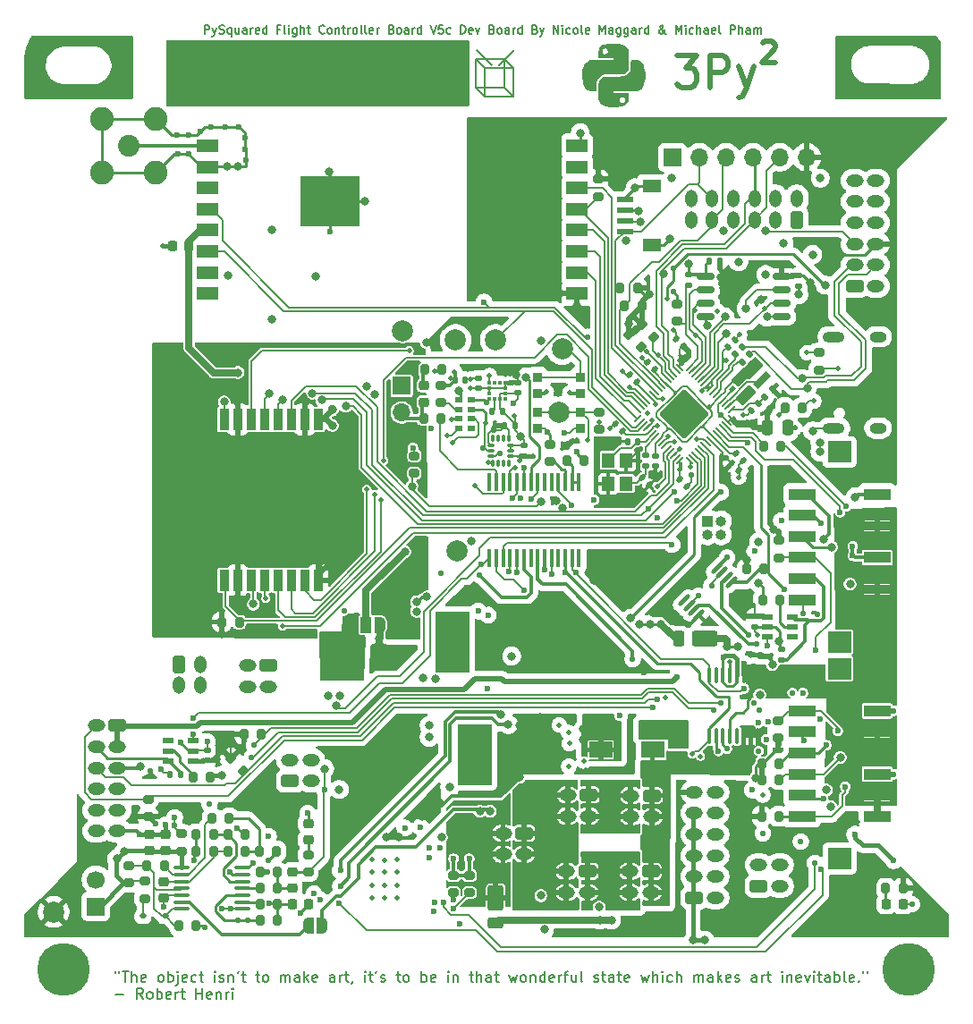
<source format=gbr>
%TF.GenerationSoftware,KiCad,Pcbnew,9.0.0*%
%TF.CreationDate,2025-07-29T18:49:57-07:00*%
%TF.ProjectId,FC_V5c,46435f56-3563-42e6-9b69-6361645f7063,rev?*%
%TF.SameCoordinates,Original*%
%TF.FileFunction,Copper,L1,Top*%
%TF.FilePolarity,Positive*%
%FSLAX46Y46*%
G04 Gerber Fmt 4.6, Leading zero omitted, Abs format (unit mm)*
G04 Created by KiCad (PCBNEW 9.0.0) date 2025-07-29 18:49:57*
%MOMM*%
%LPD*%
G01*
G04 APERTURE LIST*
G04 Aperture macros list*
%AMRoundRect*
0 Rectangle with rounded corners*
0 $1 Rounding radius*
0 $2 $3 $4 $5 $6 $7 $8 $9 X,Y pos of 4 corners*
0 Add a 4 corners polygon primitive as box body*
4,1,4,$2,$3,$4,$5,$6,$7,$8,$9,$2,$3,0*
0 Add four circle primitives for the rounded corners*
1,1,$1+$1,$2,$3*
1,1,$1+$1,$4,$5*
1,1,$1+$1,$6,$7*
1,1,$1+$1,$8,$9*
0 Add four rect primitives between the rounded corners*
20,1,$1+$1,$2,$3,$4,$5,0*
20,1,$1+$1,$4,$5,$6,$7,0*
20,1,$1+$1,$6,$7,$8,$9,0*
20,1,$1+$1,$8,$9,$2,$3,0*%
%AMHorizOval*
0 Thick line with rounded ends*
0 $1 width*
0 $2 $3 position (X,Y) of the first rounded end (center of the circle)*
0 $4 $5 position (X,Y) of the second rounded end (center of the circle)*
0 Add line between two ends*
20,1,$1,$2,$3,$4,$5,0*
0 Add two circle primitives to create the rounded ends*
1,1,$1,$2,$3*
1,1,$1,$4,$5*%
%AMRotRect*
0 Rectangle, with rotation*
0 The origin of the aperture is its center*
0 $1 length*
0 $2 width*
0 $3 Rotation angle, in degrees counterclockwise*
0 Add horizontal line*
21,1,$1,$2,0,0,$3*%
%AMFreePoly0*
4,1,23,0.550000,-0.750000,0.000000,-0.750000,0.000000,-0.745722,-0.065263,-0.745722,-0.191342,-0.711940,-0.304381,-0.646677,-0.396677,-0.554381,-0.461940,-0.441342,-0.495722,-0.315263,-0.495722,-0.250000,-0.500000,-0.250000,-0.500000,0.250000,-0.495722,0.250000,-0.495722,0.315263,-0.461940,0.441342,-0.396677,0.554381,-0.304381,0.646677,-0.191342,0.711940,-0.065263,0.745722,0.000000,0.745722,
0.000000,0.750000,0.550000,0.750000,0.550000,-0.750000,0.550000,-0.750000,$1*%
%AMFreePoly1*
4,1,23,0.000000,0.745722,0.065263,0.745722,0.191342,0.711940,0.304381,0.646677,0.396677,0.554381,0.461940,0.441342,0.495722,0.315263,0.495722,0.250000,0.500000,0.250000,0.500000,-0.250000,0.495722,-0.250000,0.495722,-0.315263,0.461940,-0.441342,0.396677,-0.554381,0.304381,-0.646677,0.191342,-0.711940,0.065263,-0.745722,0.000000,-0.745722,0.000000,-0.750000,-0.550000,-0.750000,
-0.550000,0.750000,0.000000,0.750000,0.000000,0.745722,0.000000,0.745722,$1*%
%AMFreePoly2*
4,1,23,0.500000,-0.750000,0.000000,-0.750000,0.000000,-0.745722,-0.065263,-0.745722,-0.191342,-0.711940,-0.304381,-0.646677,-0.396677,-0.554381,-0.461940,-0.441342,-0.495722,-0.315263,-0.495722,-0.250000,-0.500000,-0.250000,-0.500000,0.250000,-0.495722,0.250000,-0.495722,0.315263,-0.461940,0.441342,-0.396677,0.554381,-0.304381,0.646677,-0.191342,0.711940,-0.065263,0.745722,0.000000,0.745722,
0.000000,0.750000,0.500000,0.750000,0.500000,-0.750000,0.500000,-0.750000,$1*%
%AMFreePoly3*
4,1,23,0.000000,0.745722,0.065263,0.745722,0.191342,0.711940,0.304381,0.646677,0.396677,0.554381,0.461940,0.441342,0.495722,0.315263,0.495722,0.250000,0.500000,0.250000,0.500000,-0.250000,0.495722,-0.250000,0.495722,-0.315263,0.461940,-0.441342,0.396677,-0.554381,0.304381,-0.646677,0.191342,-0.711940,0.065263,-0.745722,0.000000,-0.745722,0.000000,-0.750000,-0.500000,-0.750000,
-0.500000,0.750000,0.000000,0.750000,0.000000,0.745722,0.000000,0.745722,$1*%
%AMFreePoly4*
4,1,18,-0.437500,0.050000,-0.433694,0.069134,-0.422856,0.085355,-0.406634,0.096194,-0.387500,0.100000,0.387500,0.100000,0.437500,0.050000,0.437500,-0.050000,0.433694,-0.069134,0.422856,-0.085355,0.406634,-0.096194,0.387500,-0.100000,-0.387500,-0.100000,-0.406634,-0.096194,-0.422856,-0.085355,-0.433694,-0.069134,-0.437500,-0.050000,-0.437500,0.050000,-0.437500,0.050000,$1*%
%AMFreePoly5*
4,1,18,-0.437500,0.050000,-0.433694,0.069134,-0.422856,0.085355,-0.406634,0.096194,-0.387500,0.100000,0.387500,0.100000,0.406634,0.096194,0.422856,0.085355,0.433694,0.069134,0.437500,0.050000,0.437500,-0.050000,0.387500,-0.100000,-0.387500,-0.100000,-0.406634,-0.096194,-0.422856,-0.085355,-0.433694,-0.069134,-0.437500,-0.050000,-0.437500,0.050000,-0.437500,0.050000,$1*%
%AMFreePoly6*
4,1,18,-0.100000,0.387500,-0.050000,0.437500,0.050000,0.437500,0.069134,0.433694,0.085355,0.422856,0.096194,0.406634,0.100000,0.387500,0.100000,-0.387500,0.096194,-0.406634,0.085355,-0.422856,0.069134,-0.433694,0.050000,-0.437500,-0.050000,-0.437500,-0.069134,-0.433694,-0.085355,-0.422856,-0.096194,-0.406634,-0.100000,-0.387500,-0.100000,0.387500,-0.100000,0.387500,$1*%
%AMFreePoly7*
4,1,18,-0.100000,0.387500,-0.096194,0.406634,-0.085355,0.422856,-0.069134,0.433694,-0.050000,0.437500,0.050000,0.437500,0.100000,0.387500,0.100000,-0.387500,0.096194,-0.406634,0.085355,-0.422856,0.069134,-0.433694,0.050000,-0.437500,-0.050000,-0.437500,-0.069134,-0.433694,-0.085355,-0.422856,-0.096194,-0.406634,-0.100000,-0.387500,-0.100000,0.387500,-0.100000,0.387500,$1*%
%AMFreePoly8*
4,1,18,-0.437500,0.050000,-0.433694,0.069134,-0.422856,0.085355,-0.406634,0.096194,-0.387500,0.100000,0.387500,0.100000,0.406634,0.096194,0.422856,0.085355,0.433694,0.069134,0.437500,0.050000,0.437500,-0.050000,0.433694,-0.069134,0.422856,-0.085355,0.406634,-0.096194,0.387500,-0.100000,-0.387500,-0.100000,-0.437500,-0.050000,-0.437500,0.050000,-0.437500,0.050000,$1*%
%AMFreePoly9*
4,1,18,-0.437500,0.050000,-0.387500,0.100000,0.387500,0.100000,0.406634,0.096194,0.422856,0.085355,0.433694,0.069134,0.437500,0.050000,0.437500,-0.050000,0.433694,-0.069134,0.422856,-0.085355,0.406634,-0.096194,0.387500,-0.100000,-0.387500,-0.100000,-0.406634,-0.096194,-0.422856,-0.085355,-0.433694,-0.069134,-0.437500,-0.050000,-0.437500,0.050000,-0.437500,0.050000,$1*%
%AMFreePoly10*
4,1,18,-0.100000,0.387500,-0.096194,0.406634,-0.085355,0.422856,-0.069134,0.433694,-0.050000,0.437500,0.050000,0.437500,0.069134,0.433694,0.085355,0.422856,0.096194,0.406634,0.100000,0.387500,0.100000,-0.387500,0.050000,-0.437500,-0.050000,-0.437500,-0.069134,-0.433694,-0.085355,-0.422856,-0.096194,-0.406634,-0.100000,-0.387500,-0.100000,0.387500,-0.100000,0.387500,$1*%
%AMFreePoly11*
4,1,18,-0.100000,0.387500,-0.096194,0.406634,-0.085355,0.422856,-0.069134,0.433694,-0.050000,0.437500,0.050000,0.437500,0.069134,0.433694,0.085355,0.422856,0.096194,0.406634,0.100000,0.387500,0.100000,-0.387500,0.096194,-0.406634,0.085355,-0.422856,0.069134,-0.433694,0.050000,-0.437500,-0.050000,-0.437500,-0.100000,-0.387500,-0.100000,0.387500,-0.100000,0.387500,$1*%
G04 Aperture macros list end*
%TA.AperFunction,NonConductor*%
%ADD10C,0.200000*%
%TD*%
%ADD11C,0.150000*%
%TA.AperFunction,NonConductor*%
%ADD12C,0.150000*%
%TD*%
%ADD13C,0.500000*%
%TA.AperFunction,NonConductor*%
%ADD14C,0.500000*%
%TD*%
%ADD15C,0.200000*%
%TA.AperFunction,EtchedComponent*%
%ADD16C,0.000000*%
%TD*%
%TA.AperFunction,SMDPad,CuDef*%
%ADD17HorizOval,0.380000X0.378302X0.378302X-0.378302X-0.378302X0*%
%TD*%
%TA.AperFunction,SMDPad,CuDef*%
%ADD18R,1.000000X0.550000*%
%TD*%
%TA.AperFunction,SMDPad,CuDef*%
%ADD19RoundRect,0.162500X-0.650000X-0.162500X0.650000X-0.162500X0.650000X0.162500X-0.650000X0.162500X0*%
%TD*%
%TA.AperFunction,SMDPad,CuDef*%
%ADD20RoundRect,0.135000X0.035355X-0.226274X0.226274X-0.035355X-0.035355X0.226274X-0.226274X0.035355X0*%
%TD*%
%TA.AperFunction,SMDPad,CuDef*%
%ADD21RoundRect,0.135000X-0.035355X0.226274X-0.226274X0.035355X0.035355X-0.226274X0.226274X-0.035355X0*%
%TD*%
%TA.AperFunction,ComponentPad*%
%ADD22RoundRect,0.250000X-0.350000X-0.575000X0.350000X-0.575000X0.350000X0.575000X-0.350000X0.575000X0*%
%TD*%
%TA.AperFunction,ComponentPad*%
%ADD23O,1.200000X1.650000*%
%TD*%
%TA.AperFunction,ComponentPad*%
%ADD24C,2.050000*%
%TD*%
%TA.AperFunction,ComponentPad*%
%ADD25C,2.250000*%
%TD*%
%TA.AperFunction,SMDPad,CuDef*%
%ADD26RoundRect,0.135000X-0.185000X0.135000X-0.185000X-0.135000X0.185000X-0.135000X0.185000X0.135000X0*%
%TD*%
%TA.AperFunction,ComponentPad*%
%ADD27C,2.000000*%
%TD*%
%TA.AperFunction,ComponentPad*%
%ADD28C,5.000000*%
%TD*%
%TA.AperFunction,SMDPad,CuDef*%
%ADD29RoundRect,0.250000X0.500000X-0.950000X0.500000X0.950000X-0.500000X0.950000X-0.500000X-0.950000X0*%
%TD*%
%TA.AperFunction,SMDPad,CuDef*%
%ADD30RoundRect,0.250000X0.500000X-0.275000X0.500000X0.275000X-0.500000X0.275000X-0.500000X-0.275000X0*%
%TD*%
%TA.AperFunction,SMDPad,CuDef*%
%ADD31RoundRect,0.140000X0.140000X0.170000X-0.140000X0.170000X-0.140000X-0.170000X0.140000X-0.170000X0*%
%TD*%
%TA.AperFunction,SMDPad,CuDef*%
%ADD32RoundRect,0.140000X0.170000X-0.140000X0.170000X0.140000X-0.170000X0.140000X-0.170000X-0.140000X0*%
%TD*%
%TA.AperFunction,SMDPad,CuDef*%
%ADD33RoundRect,0.200000X-0.200000X-0.275000X0.200000X-0.275000X0.200000X0.275000X-0.200000X0.275000X0*%
%TD*%
%TA.AperFunction,ComponentPad*%
%ADD34RoundRect,0.250000X-0.575000X0.350000X-0.575000X-0.350000X0.575000X-0.350000X0.575000X0.350000X0*%
%TD*%
%TA.AperFunction,ComponentPad*%
%ADD35O,1.650000X1.200000*%
%TD*%
%TA.AperFunction,SMDPad,CuDef*%
%ADD36R,0.900000X0.900000*%
%TD*%
%TA.AperFunction,SMDPad,CuDef*%
%ADD37RoundRect,0.140000X-0.140000X-0.170000X0.140000X-0.170000X0.140000X0.170000X-0.140000X0.170000X0*%
%TD*%
%TA.AperFunction,SMDPad,CuDef*%
%ADD38FreePoly0,0.000000*%
%TD*%
%TA.AperFunction,SMDPad,CuDef*%
%ADD39R,1.000000X1.500000*%
%TD*%
%TA.AperFunction,SMDPad,CuDef*%
%ADD40FreePoly1,0.000000*%
%TD*%
%TA.AperFunction,SMDPad,CuDef*%
%ADD41R,2.190000X1.590000*%
%TD*%
%TA.AperFunction,SMDPad,CuDef*%
%ADD42RoundRect,0.140000X-0.170000X0.140000X-0.170000X-0.140000X0.170000X-0.140000X0.170000X0.140000X0*%
%TD*%
%TA.AperFunction,SMDPad,CuDef*%
%ADD43RoundRect,0.225000X-0.225000X-0.250000X0.225000X-0.250000X0.225000X0.250000X-0.225000X0.250000X0*%
%TD*%
%TA.AperFunction,SMDPad,CuDef*%
%ADD44RoundRect,0.140000X0.219203X0.021213X0.021213X0.219203X-0.219203X-0.021213X-0.021213X-0.219203X0*%
%TD*%
%TA.AperFunction,SMDPad,CuDef*%
%ADD45RoundRect,0.200000X-0.275000X0.200000X-0.275000X-0.200000X0.275000X-0.200000X0.275000X0.200000X0*%
%TD*%
%TA.AperFunction,SMDPad,CuDef*%
%ADD46RoundRect,0.200000X0.200000X0.275000X-0.200000X0.275000X-0.200000X-0.275000X0.200000X-0.275000X0*%
%TD*%
%TA.AperFunction,SMDPad,CuDef*%
%ADD47RoundRect,0.218750X-0.256250X0.218750X-0.256250X-0.218750X0.256250X-0.218750X0.256250X0.218750X0*%
%TD*%
%TA.AperFunction,SMDPad,CuDef*%
%ADD48RotRect,0.700000X1.700000X315.000000*%
%TD*%
%TA.AperFunction,SMDPad,CuDef*%
%ADD49FreePoly2,0.000000*%
%TD*%
%TA.AperFunction,SMDPad,CuDef*%
%ADD50FreePoly3,0.000000*%
%TD*%
%TA.AperFunction,SMDPad,CuDef*%
%ADD51RoundRect,0.200000X0.275000X-0.200000X0.275000X0.200000X-0.275000X0.200000X-0.275000X-0.200000X0*%
%TD*%
%TA.AperFunction,SMDPad,CuDef*%
%ADD52RoundRect,0.225000X-0.250000X0.225000X-0.250000X-0.225000X0.250000X-0.225000X0.250000X0.225000X0*%
%TD*%
%TA.AperFunction,SMDPad,CuDef*%
%ADD53RoundRect,0.250000X-0.250000X-0.475000X0.250000X-0.475000X0.250000X0.475000X-0.250000X0.475000X0*%
%TD*%
%TA.AperFunction,SMDPad,CuDef*%
%ADD54RoundRect,0.100000X0.637500X0.100000X-0.637500X0.100000X-0.637500X-0.100000X0.637500X-0.100000X0*%
%TD*%
%TA.AperFunction,SMDPad,CuDef*%
%ADD55R,2.000000X1.300000*%
%TD*%
%TA.AperFunction,SMDPad,CuDef*%
%ADD56R,5.699999X4.800001*%
%TD*%
%TA.AperFunction,SMDPad,CuDef*%
%ADD57R,1.550000X0.600000*%
%TD*%
%TA.AperFunction,SMDPad,CuDef*%
%ADD58R,1.800000X1.200000*%
%TD*%
%TA.AperFunction,SMDPad,CuDef*%
%ADD59RoundRect,0.140000X0.021213X-0.219203X0.219203X-0.021213X-0.021213X0.219203X-0.219203X0.021213X0*%
%TD*%
%TA.AperFunction,ComponentPad*%
%ADD60RoundRect,0.250000X0.575000X-0.350000X0.575000X0.350000X-0.575000X0.350000X-0.575000X-0.350000X0*%
%TD*%
%TA.AperFunction,SMDPad,CuDef*%
%ADD61RoundRect,0.218750X0.218750X0.256250X-0.218750X0.256250X-0.218750X-0.256250X0.218750X-0.256250X0*%
%TD*%
%TA.AperFunction,SMDPad,CuDef*%
%ADD62RoundRect,0.200000X0.335876X0.053033X0.053033X0.335876X-0.335876X-0.053033X-0.053033X-0.335876X0*%
%TD*%
%TA.AperFunction,SMDPad,CuDef*%
%ADD63RoundRect,0.087500X0.087500X-0.225000X0.087500X0.225000X-0.087500X0.225000X-0.087500X-0.225000X0*%
%TD*%
%TA.AperFunction,SMDPad,CuDef*%
%ADD64RoundRect,0.087500X0.225000X-0.087500X0.225000X0.087500X-0.225000X0.087500X-0.225000X-0.087500X0*%
%TD*%
%TA.AperFunction,SMDPad,CuDef*%
%ADD65RotRect,0.470000X0.530000X315.000000*%
%TD*%
%TA.AperFunction,SMDPad,CuDef*%
%ADD66RoundRect,0.135000X0.185000X-0.135000X0.185000X0.135000X-0.185000X0.135000X-0.185000X-0.135000X0*%
%TD*%
%TA.AperFunction,SMDPad,CuDef*%
%ADD67RoundRect,0.135000X0.135000X0.185000X-0.135000X0.185000X-0.135000X-0.185000X0.135000X-0.185000X0*%
%TD*%
%TA.AperFunction,SMDPad,CuDef*%
%ADD68RoundRect,0.140000X-0.219203X-0.021213X-0.021213X-0.219203X0.219203X0.021213X0.021213X0.219203X0*%
%TD*%
%TA.AperFunction,SMDPad,CuDef*%
%ADD69R,2.500000X1.100000*%
%TD*%
%TA.AperFunction,SMDPad,CuDef*%
%ADD70R,2.200000X2.000000*%
%TD*%
%TA.AperFunction,SMDPad,CuDef*%
%ADD71RoundRect,0.125000X-0.125000X0.125000X-0.125000X-0.125000X0.125000X-0.125000X0.125000X0.125000X0*%
%TD*%
%TA.AperFunction,SMDPad,CuDef*%
%ADD72FreePoly4,315.000000*%
%TD*%
%TA.AperFunction,SMDPad,CuDef*%
%ADD73RoundRect,0.050000X-0.309359X0.238649X0.238649X-0.309359X0.309359X-0.238649X-0.238649X0.309359X0*%
%TD*%
%TA.AperFunction,SMDPad,CuDef*%
%ADD74FreePoly5,315.000000*%
%TD*%
%TA.AperFunction,SMDPad,CuDef*%
%ADD75FreePoly6,315.000000*%
%TD*%
%TA.AperFunction,SMDPad,CuDef*%
%ADD76RoundRect,0.050000X-0.309359X-0.238649X-0.238649X-0.309359X0.309359X0.238649X0.238649X0.309359X0*%
%TD*%
%TA.AperFunction,SMDPad,CuDef*%
%ADD77FreePoly7,315.000000*%
%TD*%
%TA.AperFunction,SMDPad,CuDef*%
%ADD78FreePoly8,315.000000*%
%TD*%
%TA.AperFunction,SMDPad,CuDef*%
%ADD79FreePoly9,315.000000*%
%TD*%
%TA.AperFunction,SMDPad,CuDef*%
%ADD80FreePoly10,315.000000*%
%TD*%
%TA.AperFunction,SMDPad,CuDef*%
%ADD81FreePoly11,315.000000*%
%TD*%
%TA.AperFunction,ComponentPad*%
%ADD82C,0.600000*%
%TD*%
%TA.AperFunction,SMDPad,CuDef*%
%ADD83RoundRect,0.153000X0.000000X-2.187788X2.187788X0.000000X0.000000X2.187788X-2.187788X0.000000X0*%
%TD*%
%TA.AperFunction,SMDPad,CuDef*%
%ADD84R,0.900000X2.000000*%
%TD*%
%TA.AperFunction,SMDPad,CuDef*%
%ADD85RoundRect,0.250000X-0.950000X-0.500000X0.950000X-0.500000X0.950000X0.500000X-0.950000X0.500000X0*%
%TD*%
%TA.AperFunction,SMDPad,CuDef*%
%ADD86RoundRect,0.250000X-0.275000X-0.500000X0.275000X-0.500000X0.275000X0.500000X-0.275000X0.500000X0*%
%TD*%
%TA.AperFunction,SMDPad,CuDef*%
%ADD87RoundRect,0.225000X0.225000X0.250000X-0.225000X0.250000X-0.225000X-0.250000X0.225000X-0.250000X0*%
%TD*%
%TA.AperFunction,SMDPad,CuDef*%
%ADD88RoundRect,0.100000X-0.100000X0.637500X-0.100000X-0.637500X0.100000X-0.637500X0.100000X0.637500X0*%
%TD*%
%TA.AperFunction,ComponentPad*%
%ADD89R,1.700000X1.700000*%
%TD*%
%TA.AperFunction,ComponentPad*%
%ADD90C,1.700000*%
%TD*%
%TA.AperFunction,SMDPad,CuDef*%
%ADD91R,0.375000X0.350000*%
%TD*%
%TA.AperFunction,SMDPad,CuDef*%
%ADD92R,0.350000X0.375000*%
%TD*%
%TA.AperFunction,ComponentPad*%
%ADD93R,1.000000X1.000000*%
%TD*%
%TA.AperFunction,ComponentPad*%
%ADD94O,1.000000X1.000000*%
%TD*%
%TA.AperFunction,SMDPad,CuDef*%
%ADD95RoundRect,0.112500X0.187500X0.112500X-0.187500X0.112500X-0.187500X-0.112500X0.187500X-0.112500X0*%
%TD*%
%TA.AperFunction,SMDPad,CuDef*%
%ADD96RoundRect,0.140000X-0.021213X0.219203X-0.219203X0.021213X0.021213X-0.219203X0.219203X-0.021213X0*%
%TD*%
%TA.AperFunction,SMDPad,CuDef*%
%ADD97RoundRect,0.225000X0.250000X-0.225000X0.250000X0.225000X-0.250000X0.225000X-0.250000X-0.225000X0*%
%TD*%
%TA.AperFunction,SMDPad,CuDef*%
%ADD98R,0.800000X0.500000*%
%TD*%
%TA.AperFunction,SMDPad,CuDef*%
%ADD99R,1.200000X1.400000*%
%TD*%
%TA.AperFunction,SMDPad,CuDef*%
%ADD100R,0.450000X1.750000*%
%TD*%
%TA.AperFunction,ComponentPad*%
%ADD101RoundRect,0.250000X0.350000X0.575000X-0.350000X0.575000X-0.350000X-0.575000X0.350000X-0.575000X0*%
%TD*%
%TA.AperFunction,ComponentPad*%
%ADD102O,1.700000X1.700000*%
%TD*%
%TA.AperFunction,SMDPad,CuDef*%
%ADD103R,3.200000X5.800000*%
%TD*%
%TA.AperFunction,ComponentPad*%
%ADD104C,0.500000*%
%TD*%
%TA.AperFunction,ComponentPad*%
%ADD105O,1.600000X1.000000*%
%TD*%
%TA.AperFunction,ComponentPad*%
%ADD106O,2.100000X1.000000*%
%TD*%
%TA.AperFunction,ViaPad*%
%ADD107C,0.460000*%
%TD*%
%TA.AperFunction,ViaPad*%
%ADD108C,0.560000*%
%TD*%
%TA.AperFunction,ViaPad*%
%ADD109C,0.800000*%
%TD*%
%TA.AperFunction,ViaPad*%
%ADD110C,0.600000*%
%TD*%
%TA.AperFunction,Conductor*%
%ADD111C,0.250000*%
%TD*%
%TA.AperFunction,Conductor*%
%ADD112C,0.400000*%
%TD*%
%TA.AperFunction,Conductor*%
%ADD113C,0.200000*%
%TD*%
%TA.AperFunction,Conductor*%
%ADD114C,0.635000*%
%TD*%
%TA.AperFunction,Conductor*%
%ADD115C,0.500000*%
%TD*%
%TA.AperFunction,Conductor*%
%ADD116C,0.152400*%
%TD*%
%TA.AperFunction,Conductor*%
%ADD117C,0.300000*%
%TD*%
%TA.AperFunction,Conductor*%
%ADD118C,0.127000*%
%TD*%
%TA.AperFunction,Conductor*%
%ADD119C,0.342392*%
%TD*%
G04 APERTURE END LIST*
D10*
X187190000Y-55370000D02*
X186340000Y-54520000D01*
X189040000Y-51820000D02*
X189890000Y-52670000D01*
X187840000Y-52410000D02*
X186360000Y-50930000D01*
X186340000Y-54520000D02*
X189040000Y-54520000D01*
X187190000Y-52670000D02*
X187190000Y-55370000D01*
X189890000Y-52670000D02*
X187190000Y-52670000D01*
X189040000Y-51820000D02*
X186340000Y-51820000D01*
X188520000Y-52390000D02*
X189990000Y-50920000D01*
X189040000Y-54520000D02*
X189040000Y-51820000D01*
X186340000Y-54520000D02*
X186340000Y-51820000D01*
X186340000Y-51820000D02*
X187190000Y-52670000D01*
X187190000Y-55370000D02*
X189890000Y-55370000D01*
X189040000Y-54520000D02*
X189890000Y-55370000D01*
X189890000Y-55370000D02*
X189890000Y-52670000D01*
D11*
D12*
X152189160Y-138159875D02*
X152189160Y-138350351D01*
X152570112Y-138159875D02*
X152570112Y-138350351D01*
X152855827Y-138159875D02*
X153427255Y-138159875D01*
X153141541Y-139159875D02*
X153141541Y-138159875D01*
X153760589Y-139159875D02*
X153760589Y-138159875D01*
X154189160Y-139159875D02*
X154189160Y-138636065D01*
X154189160Y-138636065D02*
X154141541Y-138540827D01*
X154141541Y-138540827D02*
X154046303Y-138493208D01*
X154046303Y-138493208D02*
X153903446Y-138493208D01*
X153903446Y-138493208D02*
X153808208Y-138540827D01*
X153808208Y-138540827D02*
X153760589Y-138588446D01*
X155046303Y-139112256D02*
X154951065Y-139159875D01*
X154951065Y-139159875D02*
X154760589Y-139159875D01*
X154760589Y-139159875D02*
X154665351Y-139112256D01*
X154665351Y-139112256D02*
X154617732Y-139017017D01*
X154617732Y-139017017D02*
X154617732Y-138636065D01*
X154617732Y-138636065D02*
X154665351Y-138540827D01*
X154665351Y-138540827D02*
X154760589Y-138493208D01*
X154760589Y-138493208D02*
X154951065Y-138493208D01*
X154951065Y-138493208D02*
X155046303Y-138540827D01*
X155046303Y-138540827D02*
X155093922Y-138636065D01*
X155093922Y-138636065D02*
X155093922Y-138731303D01*
X155093922Y-138731303D02*
X154617732Y-138826541D01*
X156427256Y-139159875D02*
X156332018Y-139112256D01*
X156332018Y-139112256D02*
X156284399Y-139064636D01*
X156284399Y-139064636D02*
X156236780Y-138969398D01*
X156236780Y-138969398D02*
X156236780Y-138683684D01*
X156236780Y-138683684D02*
X156284399Y-138588446D01*
X156284399Y-138588446D02*
X156332018Y-138540827D01*
X156332018Y-138540827D02*
X156427256Y-138493208D01*
X156427256Y-138493208D02*
X156570113Y-138493208D01*
X156570113Y-138493208D02*
X156665351Y-138540827D01*
X156665351Y-138540827D02*
X156712970Y-138588446D01*
X156712970Y-138588446D02*
X156760589Y-138683684D01*
X156760589Y-138683684D02*
X156760589Y-138969398D01*
X156760589Y-138969398D02*
X156712970Y-139064636D01*
X156712970Y-139064636D02*
X156665351Y-139112256D01*
X156665351Y-139112256D02*
X156570113Y-139159875D01*
X156570113Y-139159875D02*
X156427256Y-139159875D01*
X157189161Y-139159875D02*
X157189161Y-138159875D01*
X157189161Y-138540827D02*
X157284399Y-138493208D01*
X157284399Y-138493208D02*
X157474875Y-138493208D01*
X157474875Y-138493208D02*
X157570113Y-138540827D01*
X157570113Y-138540827D02*
X157617732Y-138588446D01*
X157617732Y-138588446D02*
X157665351Y-138683684D01*
X157665351Y-138683684D02*
X157665351Y-138969398D01*
X157665351Y-138969398D02*
X157617732Y-139064636D01*
X157617732Y-139064636D02*
X157570113Y-139112256D01*
X157570113Y-139112256D02*
X157474875Y-139159875D01*
X157474875Y-139159875D02*
X157284399Y-139159875D01*
X157284399Y-139159875D02*
X157189161Y-139112256D01*
X158093923Y-138493208D02*
X158093923Y-139350351D01*
X158093923Y-139350351D02*
X158046304Y-139445589D01*
X158046304Y-139445589D02*
X157951066Y-139493208D01*
X157951066Y-139493208D02*
X157903447Y-139493208D01*
X158093923Y-138159875D02*
X158046304Y-138207494D01*
X158046304Y-138207494D02*
X158093923Y-138255113D01*
X158093923Y-138255113D02*
X158141542Y-138207494D01*
X158141542Y-138207494D02*
X158093923Y-138159875D01*
X158093923Y-138159875D02*
X158093923Y-138255113D01*
X158951065Y-139112256D02*
X158855827Y-139159875D01*
X158855827Y-139159875D02*
X158665351Y-139159875D01*
X158665351Y-139159875D02*
X158570113Y-139112256D01*
X158570113Y-139112256D02*
X158522494Y-139017017D01*
X158522494Y-139017017D02*
X158522494Y-138636065D01*
X158522494Y-138636065D02*
X158570113Y-138540827D01*
X158570113Y-138540827D02*
X158665351Y-138493208D01*
X158665351Y-138493208D02*
X158855827Y-138493208D01*
X158855827Y-138493208D02*
X158951065Y-138540827D01*
X158951065Y-138540827D02*
X158998684Y-138636065D01*
X158998684Y-138636065D02*
X158998684Y-138731303D01*
X158998684Y-138731303D02*
X158522494Y-138826541D01*
X159855827Y-139112256D02*
X159760589Y-139159875D01*
X159760589Y-139159875D02*
X159570113Y-139159875D01*
X159570113Y-139159875D02*
X159474875Y-139112256D01*
X159474875Y-139112256D02*
X159427256Y-139064636D01*
X159427256Y-139064636D02*
X159379637Y-138969398D01*
X159379637Y-138969398D02*
X159379637Y-138683684D01*
X159379637Y-138683684D02*
X159427256Y-138588446D01*
X159427256Y-138588446D02*
X159474875Y-138540827D01*
X159474875Y-138540827D02*
X159570113Y-138493208D01*
X159570113Y-138493208D02*
X159760589Y-138493208D01*
X159760589Y-138493208D02*
X159855827Y-138540827D01*
X160141542Y-138493208D02*
X160522494Y-138493208D01*
X160284399Y-138159875D02*
X160284399Y-139017017D01*
X160284399Y-139017017D02*
X160332018Y-139112256D01*
X160332018Y-139112256D02*
X160427256Y-139159875D01*
X160427256Y-139159875D02*
X160522494Y-139159875D01*
X161617733Y-139159875D02*
X161617733Y-138493208D01*
X161617733Y-138159875D02*
X161570114Y-138207494D01*
X161570114Y-138207494D02*
X161617733Y-138255113D01*
X161617733Y-138255113D02*
X161665352Y-138207494D01*
X161665352Y-138207494D02*
X161617733Y-138159875D01*
X161617733Y-138159875D02*
X161617733Y-138255113D01*
X162046304Y-139112256D02*
X162141542Y-139159875D01*
X162141542Y-139159875D02*
X162332018Y-139159875D01*
X162332018Y-139159875D02*
X162427256Y-139112256D01*
X162427256Y-139112256D02*
X162474875Y-139017017D01*
X162474875Y-139017017D02*
X162474875Y-138969398D01*
X162474875Y-138969398D02*
X162427256Y-138874160D01*
X162427256Y-138874160D02*
X162332018Y-138826541D01*
X162332018Y-138826541D02*
X162189161Y-138826541D01*
X162189161Y-138826541D02*
X162093923Y-138778922D01*
X162093923Y-138778922D02*
X162046304Y-138683684D01*
X162046304Y-138683684D02*
X162046304Y-138636065D01*
X162046304Y-138636065D02*
X162093923Y-138540827D01*
X162093923Y-138540827D02*
X162189161Y-138493208D01*
X162189161Y-138493208D02*
X162332018Y-138493208D01*
X162332018Y-138493208D02*
X162427256Y-138540827D01*
X162903447Y-138493208D02*
X162903447Y-139159875D01*
X162903447Y-138588446D02*
X162951066Y-138540827D01*
X162951066Y-138540827D02*
X163046304Y-138493208D01*
X163046304Y-138493208D02*
X163189161Y-138493208D01*
X163189161Y-138493208D02*
X163284399Y-138540827D01*
X163284399Y-138540827D02*
X163332018Y-138636065D01*
X163332018Y-138636065D02*
X163332018Y-139159875D01*
X163855828Y-138159875D02*
X163760590Y-138350351D01*
X164141542Y-138493208D02*
X164522494Y-138493208D01*
X164284399Y-138159875D02*
X164284399Y-139017017D01*
X164284399Y-139017017D02*
X164332018Y-139112256D01*
X164332018Y-139112256D02*
X164427256Y-139159875D01*
X164427256Y-139159875D02*
X164522494Y-139159875D01*
X165474876Y-138493208D02*
X165855828Y-138493208D01*
X165617733Y-138159875D02*
X165617733Y-139017017D01*
X165617733Y-139017017D02*
X165665352Y-139112256D01*
X165665352Y-139112256D02*
X165760590Y-139159875D01*
X165760590Y-139159875D02*
X165855828Y-139159875D01*
X166332019Y-139159875D02*
X166236781Y-139112256D01*
X166236781Y-139112256D02*
X166189162Y-139064636D01*
X166189162Y-139064636D02*
X166141543Y-138969398D01*
X166141543Y-138969398D02*
X166141543Y-138683684D01*
X166141543Y-138683684D02*
X166189162Y-138588446D01*
X166189162Y-138588446D02*
X166236781Y-138540827D01*
X166236781Y-138540827D02*
X166332019Y-138493208D01*
X166332019Y-138493208D02*
X166474876Y-138493208D01*
X166474876Y-138493208D02*
X166570114Y-138540827D01*
X166570114Y-138540827D02*
X166617733Y-138588446D01*
X166617733Y-138588446D02*
X166665352Y-138683684D01*
X166665352Y-138683684D02*
X166665352Y-138969398D01*
X166665352Y-138969398D02*
X166617733Y-139064636D01*
X166617733Y-139064636D02*
X166570114Y-139112256D01*
X166570114Y-139112256D02*
X166474876Y-139159875D01*
X166474876Y-139159875D02*
X166332019Y-139159875D01*
X167855829Y-139159875D02*
X167855829Y-138493208D01*
X167855829Y-138588446D02*
X167903448Y-138540827D01*
X167903448Y-138540827D02*
X167998686Y-138493208D01*
X167998686Y-138493208D02*
X168141543Y-138493208D01*
X168141543Y-138493208D02*
X168236781Y-138540827D01*
X168236781Y-138540827D02*
X168284400Y-138636065D01*
X168284400Y-138636065D02*
X168284400Y-139159875D01*
X168284400Y-138636065D02*
X168332019Y-138540827D01*
X168332019Y-138540827D02*
X168427257Y-138493208D01*
X168427257Y-138493208D02*
X168570114Y-138493208D01*
X168570114Y-138493208D02*
X168665353Y-138540827D01*
X168665353Y-138540827D02*
X168712972Y-138636065D01*
X168712972Y-138636065D02*
X168712972Y-139159875D01*
X169617733Y-139159875D02*
X169617733Y-138636065D01*
X169617733Y-138636065D02*
X169570114Y-138540827D01*
X169570114Y-138540827D02*
X169474876Y-138493208D01*
X169474876Y-138493208D02*
X169284400Y-138493208D01*
X169284400Y-138493208D02*
X169189162Y-138540827D01*
X169617733Y-139112256D02*
X169522495Y-139159875D01*
X169522495Y-139159875D02*
X169284400Y-139159875D01*
X169284400Y-139159875D02*
X169189162Y-139112256D01*
X169189162Y-139112256D02*
X169141543Y-139017017D01*
X169141543Y-139017017D02*
X169141543Y-138921779D01*
X169141543Y-138921779D02*
X169189162Y-138826541D01*
X169189162Y-138826541D02*
X169284400Y-138778922D01*
X169284400Y-138778922D02*
X169522495Y-138778922D01*
X169522495Y-138778922D02*
X169617733Y-138731303D01*
X170093924Y-139159875D02*
X170093924Y-138159875D01*
X170189162Y-138778922D02*
X170474876Y-139159875D01*
X170474876Y-138493208D02*
X170093924Y-138874160D01*
X171284400Y-139112256D02*
X171189162Y-139159875D01*
X171189162Y-139159875D02*
X170998686Y-139159875D01*
X170998686Y-139159875D02*
X170903448Y-139112256D01*
X170903448Y-139112256D02*
X170855829Y-139017017D01*
X170855829Y-139017017D02*
X170855829Y-138636065D01*
X170855829Y-138636065D02*
X170903448Y-138540827D01*
X170903448Y-138540827D02*
X170998686Y-138493208D01*
X170998686Y-138493208D02*
X171189162Y-138493208D01*
X171189162Y-138493208D02*
X171284400Y-138540827D01*
X171284400Y-138540827D02*
X171332019Y-138636065D01*
X171332019Y-138636065D02*
X171332019Y-138731303D01*
X171332019Y-138731303D02*
X170855829Y-138826541D01*
X172951067Y-139159875D02*
X172951067Y-138636065D01*
X172951067Y-138636065D02*
X172903448Y-138540827D01*
X172903448Y-138540827D02*
X172808210Y-138493208D01*
X172808210Y-138493208D02*
X172617734Y-138493208D01*
X172617734Y-138493208D02*
X172522496Y-138540827D01*
X172951067Y-139112256D02*
X172855829Y-139159875D01*
X172855829Y-139159875D02*
X172617734Y-139159875D01*
X172617734Y-139159875D02*
X172522496Y-139112256D01*
X172522496Y-139112256D02*
X172474877Y-139017017D01*
X172474877Y-139017017D02*
X172474877Y-138921779D01*
X172474877Y-138921779D02*
X172522496Y-138826541D01*
X172522496Y-138826541D02*
X172617734Y-138778922D01*
X172617734Y-138778922D02*
X172855829Y-138778922D01*
X172855829Y-138778922D02*
X172951067Y-138731303D01*
X173427258Y-139159875D02*
X173427258Y-138493208D01*
X173427258Y-138683684D02*
X173474877Y-138588446D01*
X173474877Y-138588446D02*
X173522496Y-138540827D01*
X173522496Y-138540827D02*
X173617734Y-138493208D01*
X173617734Y-138493208D02*
X173712972Y-138493208D01*
X173903449Y-138493208D02*
X174284401Y-138493208D01*
X174046306Y-138159875D02*
X174046306Y-139017017D01*
X174046306Y-139017017D02*
X174093925Y-139112256D01*
X174093925Y-139112256D02*
X174189163Y-139159875D01*
X174189163Y-139159875D02*
X174284401Y-139159875D01*
X174665354Y-139112256D02*
X174665354Y-139159875D01*
X174665354Y-139159875D02*
X174617735Y-139255113D01*
X174617735Y-139255113D02*
X174570116Y-139302732D01*
X175855830Y-139159875D02*
X175855830Y-138493208D01*
X175855830Y-138159875D02*
X175808211Y-138207494D01*
X175808211Y-138207494D02*
X175855830Y-138255113D01*
X175855830Y-138255113D02*
X175903449Y-138207494D01*
X175903449Y-138207494D02*
X175855830Y-138159875D01*
X175855830Y-138159875D02*
X175855830Y-138255113D01*
X176189163Y-138493208D02*
X176570115Y-138493208D01*
X176332020Y-138159875D02*
X176332020Y-139017017D01*
X176332020Y-139017017D02*
X176379639Y-139112256D01*
X176379639Y-139112256D02*
X176474877Y-139159875D01*
X176474877Y-139159875D02*
X176570115Y-139159875D01*
X176951068Y-138159875D02*
X176855830Y-138350351D01*
X177332020Y-139112256D02*
X177427258Y-139159875D01*
X177427258Y-139159875D02*
X177617734Y-139159875D01*
X177617734Y-139159875D02*
X177712972Y-139112256D01*
X177712972Y-139112256D02*
X177760591Y-139017017D01*
X177760591Y-139017017D02*
X177760591Y-138969398D01*
X177760591Y-138969398D02*
X177712972Y-138874160D01*
X177712972Y-138874160D02*
X177617734Y-138826541D01*
X177617734Y-138826541D02*
X177474877Y-138826541D01*
X177474877Y-138826541D02*
X177379639Y-138778922D01*
X177379639Y-138778922D02*
X177332020Y-138683684D01*
X177332020Y-138683684D02*
X177332020Y-138636065D01*
X177332020Y-138636065D02*
X177379639Y-138540827D01*
X177379639Y-138540827D02*
X177474877Y-138493208D01*
X177474877Y-138493208D02*
X177617734Y-138493208D01*
X177617734Y-138493208D02*
X177712972Y-138540827D01*
X178808211Y-138493208D02*
X179189163Y-138493208D01*
X178951068Y-138159875D02*
X178951068Y-139017017D01*
X178951068Y-139017017D02*
X178998687Y-139112256D01*
X178998687Y-139112256D02*
X179093925Y-139159875D01*
X179093925Y-139159875D02*
X179189163Y-139159875D01*
X179665354Y-139159875D02*
X179570116Y-139112256D01*
X179570116Y-139112256D02*
X179522497Y-139064636D01*
X179522497Y-139064636D02*
X179474878Y-138969398D01*
X179474878Y-138969398D02*
X179474878Y-138683684D01*
X179474878Y-138683684D02*
X179522497Y-138588446D01*
X179522497Y-138588446D02*
X179570116Y-138540827D01*
X179570116Y-138540827D02*
X179665354Y-138493208D01*
X179665354Y-138493208D02*
X179808211Y-138493208D01*
X179808211Y-138493208D02*
X179903449Y-138540827D01*
X179903449Y-138540827D02*
X179951068Y-138588446D01*
X179951068Y-138588446D02*
X179998687Y-138683684D01*
X179998687Y-138683684D02*
X179998687Y-138969398D01*
X179998687Y-138969398D02*
X179951068Y-139064636D01*
X179951068Y-139064636D02*
X179903449Y-139112256D01*
X179903449Y-139112256D02*
X179808211Y-139159875D01*
X179808211Y-139159875D02*
X179665354Y-139159875D01*
X181189164Y-139159875D02*
X181189164Y-138159875D01*
X181189164Y-138540827D02*
X181284402Y-138493208D01*
X181284402Y-138493208D02*
X181474878Y-138493208D01*
X181474878Y-138493208D02*
X181570116Y-138540827D01*
X181570116Y-138540827D02*
X181617735Y-138588446D01*
X181617735Y-138588446D02*
X181665354Y-138683684D01*
X181665354Y-138683684D02*
X181665354Y-138969398D01*
X181665354Y-138969398D02*
X181617735Y-139064636D01*
X181617735Y-139064636D02*
X181570116Y-139112256D01*
X181570116Y-139112256D02*
X181474878Y-139159875D01*
X181474878Y-139159875D02*
X181284402Y-139159875D01*
X181284402Y-139159875D02*
X181189164Y-139112256D01*
X182474878Y-139112256D02*
X182379640Y-139159875D01*
X182379640Y-139159875D02*
X182189164Y-139159875D01*
X182189164Y-139159875D02*
X182093926Y-139112256D01*
X182093926Y-139112256D02*
X182046307Y-139017017D01*
X182046307Y-139017017D02*
X182046307Y-138636065D01*
X182046307Y-138636065D02*
X182093926Y-138540827D01*
X182093926Y-138540827D02*
X182189164Y-138493208D01*
X182189164Y-138493208D02*
X182379640Y-138493208D01*
X182379640Y-138493208D02*
X182474878Y-138540827D01*
X182474878Y-138540827D02*
X182522497Y-138636065D01*
X182522497Y-138636065D02*
X182522497Y-138731303D01*
X182522497Y-138731303D02*
X182046307Y-138826541D01*
X183712974Y-139159875D02*
X183712974Y-138493208D01*
X183712974Y-138159875D02*
X183665355Y-138207494D01*
X183665355Y-138207494D02*
X183712974Y-138255113D01*
X183712974Y-138255113D02*
X183760593Y-138207494D01*
X183760593Y-138207494D02*
X183712974Y-138159875D01*
X183712974Y-138159875D02*
X183712974Y-138255113D01*
X184189164Y-138493208D02*
X184189164Y-139159875D01*
X184189164Y-138588446D02*
X184236783Y-138540827D01*
X184236783Y-138540827D02*
X184332021Y-138493208D01*
X184332021Y-138493208D02*
X184474878Y-138493208D01*
X184474878Y-138493208D02*
X184570116Y-138540827D01*
X184570116Y-138540827D02*
X184617735Y-138636065D01*
X184617735Y-138636065D02*
X184617735Y-139159875D01*
X185712974Y-138493208D02*
X186093926Y-138493208D01*
X185855831Y-138159875D02*
X185855831Y-139017017D01*
X185855831Y-139017017D02*
X185903450Y-139112256D01*
X185903450Y-139112256D02*
X185998688Y-139159875D01*
X185998688Y-139159875D02*
X186093926Y-139159875D01*
X186427260Y-139159875D02*
X186427260Y-138159875D01*
X186855831Y-139159875D02*
X186855831Y-138636065D01*
X186855831Y-138636065D02*
X186808212Y-138540827D01*
X186808212Y-138540827D02*
X186712974Y-138493208D01*
X186712974Y-138493208D02*
X186570117Y-138493208D01*
X186570117Y-138493208D02*
X186474879Y-138540827D01*
X186474879Y-138540827D02*
X186427260Y-138588446D01*
X187760593Y-139159875D02*
X187760593Y-138636065D01*
X187760593Y-138636065D02*
X187712974Y-138540827D01*
X187712974Y-138540827D02*
X187617736Y-138493208D01*
X187617736Y-138493208D02*
X187427260Y-138493208D01*
X187427260Y-138493208D02*
X187332022Y-138540827D01*
X187760593Y-139112256D02*
X187665355Y-139159875D01*
X187665355Y-139159875D02*
X187427260Y-139159875D01*
X187427260Y-139159875D02*
X187332022Y-139112256D01*
X187332022Y-139112256D02*
X187284403Y-139017017D01*
X187284403Y-139017017D02*
X187284403Y-138921779D01*
X187284403Y-138921779D02*
X187332022Y-138826541D01*
X187332022Y-138826541D02*
X187427260Y-138778922D01*
X187427260Y-138778922D02*
X187665355Y-138778922D01*
X187665355Y-138778922D02*
X187760593Y-138731303D01*
X188093927Y-138493208D02*
X188474879Y-138493208D01*
X188236784Y-138159875D02*
X188236784Y-139017017D01*
X188236784Y-139017017D02*
X188284403Y-139112256D01*
X188284403Y-139112256D02*
X188379641Y-139159875D01*
X188379641Y-139159875D02*
X188474879Y-139159875D01*
X189474880Y-138493208D02*
X189665356Y-139159875D01*
X189665356Y-139159875D02*
X189855832Y-138683684D01*
X189855832Y-138683684D02*
X190046308Y-139159875D01*
X190046308Y-139159875D02*
X190236784Y-138493208D01*
X190760594Y-139159875D02*
X190665356Y-139112256D01*
X190665356Y-139112256D02*
X190617737Y-139064636D01*
X190617737Y-139064636D02*
X190570118Y-138969398D01*
X190570118Y-138969398D02*
X190570118Y-138683684D01*
X190570118Y-138683684D02*
X190617737Y-138588446D01*
X190617737Y-138588446D02*
X190665356Y-138540827D01*
X190665356Y-138540827D02*
X190760594Y-138493208D01*
X190760594Y-138493208D02*
X190903451Y-138493208D01*
X190903451Y-138493208D02*
X190998689Y-138540827D01*
X190998689Y-138540827D02*
X191046308Y-138588446D01*
X191046308Y-138588446D02*
X191093927Y-138683684D01*
X191093927Y-138683684D02*
X191093927Y-138969398D01*
X191093927Y-138969398D02*
X191046308Y-139064636D01*
X191046308Y-139064636D02*
X190998689Y-139112256D01*
X190998689Y-139112256D02*
X190903451Y-139159875D01*
X190903451Y-139159875D02*
X190760594Y-139159875D01*
X191522499Y-138493208D02*
X191522499Y-139159875D01*
X191522499Y-138588446D02*
X191570118Y-138540827D01*
X191570118Y-138540827D02*
X191665356Y-138493208D01*
X191665356Y-138493208D02*
X191808213Y-138493208D01*
X191808213Y-138493208D02*
X191903451Y-138540827D01*
X191903451Y-138540827D02*
X191951070Y-138636065D01*
X191951070Y-138636065D02*
X191951070Y-139159875D01*
X192855832Y-139159875D02*
X192855832Y-138159875D01*
X192855832Y-139112256D02*
X192760594Y-139159875D01*
X192760594Y-139159875D02*
X192570118Y-139159875D01*
X192570118Y-139159875D02*
X192474880Y-139112256D01*
X192474880Y-139112256D02*
X192427261Y-139064636D01*
X192427261Y-139064636D02*
X192379642Y-138969398D01*
X192379642Y-138969398D02*
X192379642Y-138683684D01*
X192379642Y-138683684D02*
X192427261Y-138588446D01*
X192427261Y-138588446D02*
X192474880Y-138540827D01*
X192474880Y-138540827D02*
X192570118Y-138493208D01*
X192570118Y-138493208D02*
X192760594Y-138493208D01*
X192760594Y-138493208D02*
X192855832Y-138540827D01*
X193712975Y-139112256D02*
X193617737Y-139159875D01*
X193617737Y-139159875D02*
X193427261Y-139159875D01*
X193427261Y-139159875D02*
X193332023Y-139112256D01*
X193332023Y-139112256D02*
X193284404Y-139017017D01*
X193284404Y-139017017D02*
X193284404Y-138636065D01*
X193284404Y-138636065D02*
X193332023Y-138540827D01*
X193332023Y-138540827D02*
X193427261Y-138493208D01*
X193427261Y-138493208D02*
X193617737Y-138493208D01*
X193617737Y-138493208D02*
X193712975Y-138540827D01*
X193712975Y-138540827D02*
X193760594Y-138636065D01*
X193760594Y-138636065D02*
X193760594Y-138731303D01*
X193760594Y-138731303D02*
X193284404Y-138826541D01*
X194189166Y-139159875D02*
X194189166Y-138493208D01*
X194189166Y-138683684D02*
X194236785Y-138588446D01*
X194236785Y-138588446D02*
X194284404Y-138540827D01*
X194284404Y-138540827D02*
X194379642Y-138493208D01*
X194379642Y-138493208D02*
X194474880Y-138493208D01*
X194665357Y-138493208D02*
X195046309Y-138493208D01*
X194808214Y-139159875D02*
X194808214Y-138302732D01*
X194808214Y-138302732D02*
X194855833Y-138207494D01*
X194855833Y-138207494D02*
X194951071Y-138159875D01*
X194951071Y-138159875D02*
X195046309Y-138159875D01*
X195808214Y-138493208D02*
X195808214Y-139159875D01*
X195379643Y-138493208D02*
X195379643Y-139017017D01*
X195379643Y-139017017D02*
X195427262Y-139112256D01*
X195427262Y-139112256D02*
X195522500Y-139159875D01*
X195522500Y-139159875D02*
X195665357Y-139159875D01*
X195665357Y-139159875D02*
X195760595Y-139112256D01*
X195760595Y-139112256D02*
X195808214Y-139064636D01*
X196427262Y-139159875D02*
X196332024Y-139112256D01*
X196332024Y-139112256D02*
X196284405Y-139017017D01*
X196284405Y-139017017D02*
X196284405Y-138159875D01*
X197522501Y-139112256D02*
X197617739Y-139159875D01*
X197617739Y-139159875D02*
X197808215Y-139159875D01*
X197808215Y-139159875D02*
X197903453Y-139112256D01*
X197903453Y-139112256D02*
X197951072Y-139017017D01*
X197951072Y-139017017D02*
X197951072Y-138969398D01*
X197951072Y-138969398D02*
X197903453Y-138874160D01*
X197903453Y-138874160D02*
X197808215Y-138826541D01*
X197808215Y-138826541D02*
X197665358Y-138826541D01*
X197665358Y-138826541D02*
X197570120Y-138778922D01*
X197570120Y-138778922D02*
X197522501Y-138683684D01*
X197522501Y-138683684D02*
X197522501Y-138636065D01*
X197522501Y-138636065D02*
X197570120Y-138540827D01*
X197570120Y-138540827D02*
X197665358Y-138493208D01*
X197665358Y-138493208D02*
X197808215Y-138493208D01*
X197808215Y-138493208D02*
X197903453Y-138540827D01*
X198236787Y-138493208D02*
X198617739Y-138493208D01*
X198379644Y-138159875D02*
X198379644Y-139017017D01*
X198379644Y-139017017D02*
X198427263Y-139112256D01*
X198427263Y-139112256D02*
X198522501Y-139159875D01*
X198522501Y-139159875D02*
X198617739Y-139159875D01*
X199379644Y-139159875D02*
X199379644Y-138636065D01*
X199379644Y-138636065D02*
X199332025Y-138540827D01*
X199332025Y-138540827D02*
X199236787Y-138493208D01*
X199236787Y-138493208D02*
X199046311Y-138493208D01*
X199046311Y-138493208D02*
X198951073Y-138540827D01*
X199379644Y-139112256D02*
X199284406Y-139159875D01*
X199284406Y-139159875D02*
X199046311Y-139159875D01*
X199046311Y-139159875D02*
X198951073Y-139112256D01*
X198951073Y-139112256D02*
X198903454Y-139017017D01*
X198903454Y-139017017D02*
X198903454Y-138921779D01*
X198903454Y-138921779D02*
X198951073Y-138826541D01*
X198951073Y-138826541D02*
X199046311Y-138778922D01*
X199046311Y-138778922D02*
X199284406Y-138778922D01*
X199284406Y-138778922D02*
X199379644Y-138731303D01*
X199712978Y-138493208D02*
X200093930Y-138493208D01*
X199855835Y-138159875D02*
X199855835Y-139017017D01*
X199855835Y-139017017D02*
X199903454Y-139112256D01*
X199903454Y-139112256D02*
X199998692Y-139159875D01*
X199998692Y-139159875D02*
X200093930Y-139159875D01*
X200808216Y-139112256D02*
X200712978Y-139159875D01*
X200712978Y-139159875D02*
X200522502Y-139159875D01*
X200522502Y-139159875D02*
X200427264Y-139112256D01*
X200427264Y-139112256D02*
X200379645Y-139017017D01*
X200379645Y-139017017D02*
X200379645Y-138636065D01*
X200379645Y-138636065D02*
X200427264Y-138540827D01*
X200427264Y-138540827D02*
X200522502Y-138493208D01*
X200522502Y-138493208D02*
X200712978Y-138493208D01*
X200712978Y-138493208D02*
X200808216Y-138540827D01*
X200808216Y-138540827D02*
X200855835Y-138636065D01*
X200855835Y-138636065D02*
X200855835Y-138731303D01*
X200855835Y-138731303D02*
X200379645Y-138826541D01*
X201951074Y-138493208D02*
X202141550Y-139159875D01*
X202141550Y-139159875D02*
X202332026Y-138683684D01*
X202332026Y-138683684D02*
X202522502Y-139159875D01*
X202522502Y-139159875D02*
X202712978Y-138493208D01*
X203093931Y-139159875D02*
X203093931Y-138159875D01*
X203522502Y-139159875D02*
X203522502Y-138636065D01*
X203522502Y-138636065D02*
X203474883Y-138540827D01*
X203474883Y-138540827D02*
X203379645Y-138493208D01*
X203379645Y-138493208D02*
X203236788Y-138493208D01*
X203236788Y-138493208D02*
X203141550Y-138540827D01*
X203141550Y-138540827D02*
X203093931Y-138588446D01*
X203998693Y-139159875D02*
X203998693Y-138493208D01*
X203998693Y-138159875D02*
X203951074Y-138207494D01*
X203951074Y-138207494D02*
X203998693Y-138255113D01*
X203998693Y-138255113D02*
X204046312Y-138207494D01*
X204046312Y-138207494D02*
X203998693Y-138159875D01*
X203998693Y-138159875D02*
X203998693Y-138255113D01*
X204903454Y-139112256D02*
X204808216Y-139159875D01*
X204808216Y-139159875D02*
X204617740Y-139159875D01*
X204617740Y-139159875D02*
X204522502Y-139112256D01*
X204522502Y-139112256D02*
X204474883Y-139064636D01*
X204474883Y-139064636D02*
X204427264Y-138969398D01*
X204427264Y-138969398D02*
X204427264Y-138683684D01*
X204427264Y-138683684D02*
X204474883Y-138588446D01*
X204474883Y-138588446D02*
X204522502Y-138540827D01*
X204522502Y-138540827D02*
X204617740Y-138493208D01*
X204617740Y-138493208D02*
X204808216Y-138493208D01*
X204808216Y-138493208D02*
X204903454Y-138540827D01*
X205332026Y-139159875D02*
X205332026Y-138159875D01*
X205760597Y-139159875D02*
X205760597Y-138636065D01*
X205760597Y-138636065D02*
X205712978Y-138540827D01*
X205712978Y-138540827D02*
X205617740Y-138493208D01*
X205617740Y-138493208D02*
X205474883Y-138493208D01*
X205474883Y-138493208D02*
X205379645Y-138540827D01*
X205379645Y-138540827D02*
X205332026Y-138588446D01*
X206998693Y-139159875D02*
X206998693Y-138493208D01*
X206998693Y-138588446D02*
X207046312Y-138540827D01*
X207046312Y-138540827D02*
X207141550Y-138493208D01*
X207141550Y-138493208D02*
X207284407Y-138493208D01*
X207284407Y-138493208D02*
X207379645Y-138540827D01*
X207379645Y-138540827D02*
X207427264Y-138636065D01*
X207427264Y-138636065D02*
X207427264Y-139159875D01*
X207427264Y-138636065D02*
X207474883Y-138540827D01*
X207474883Y-138540827D02*
X207570121Y-138493208D01*
X207570121Y-138493208D02*
X207712978Y-138493208D01*
X207712978Y-138493208D02*
X207808217Y-138540827D01*
X207808217Y-138540827D02*
X207855836Y-138636065D01*
X207855836Y-138636065D02*
X207855836Y-139159875D01*
X208760597Y-139159875D02*
X208760597Y-138636065D01*
X208760597Y-138636065D02*
X208712978Y-138540827D01*
X208712978Y-138540827D02*
X208617740Y-138493208D01*
X208617740Y-138493208D02*
X208427264Y-138493208D01*
X208427264Y-138493208D02*
X208332026Y-138540827D01*
X208760597Y-139112256D02*
X208665359Y-139159875D01*
X208665359Y-139159875D02*
X208427264Y-139159875D01*
X208427264Y-139159875D02*
X208332026Y-139112256D01*
X208332026Y-139112256D02*
X208284407Y-139017017D01*
X208284407Y-139017017D02*
X208284407Y-138921779D01*
X208284407Y-138921779D02*
X208332026Y-138826541D01*
X208332026Y-138826541D02*
X208427264Y-138778922D01*
X208427264Y-138778922D02*
X208665359Y-138778922D01*
X208665359Y-138778922D02*
X208760597Y-138731303D01*
X209236788Y-139159875D02*
X209236788Y-138159875D01*
X209332026Y-138778922D02*
X209617740Y-139159875D01*
X209617740Y-138493208D02*
X209236788Y-138874160D01*
X210427264Y-139112256D02*
X210332026Y-139159875D01*
X210332026Y-139159875D02*
X210141550Y-139159875D01*
X210141550Y-139159875D02*
X210046312Y-139112256D01*
X210046312Y-139112256D02*
X209998693Y-139017017D01*
X209998693Y-139017017D02*
X209998693Y-138636065D01*
X209998693Y-138636065D02*
X210046312Y-138540827D01*
X210046312Y-138540827D02*
X210141550Y-138493208D01*
X210141550Y-138493208D02*
X210332026Y-138493208D01*
X210332026Y-138493208D02*
X210427264Y-138540827D01*
X210427264Y-138540827D02*
X210474883Y-138636065D01*
X210474883Y-138636065D02*
X210474883Y-138731303D01*
X210474883Y-138731303D02*
X209998693Y-138826541D01*
X210855836Y-139112256D02*
X210951074Y-139159875D01*
X210951074Y-139159875D02*
X211141550Y-139159875D01*
X211141550Y-139159875D02*
X211236788Y-139112256D01*
X211236788Y-139112256D02*
X211284407Y-139017017D01*
X211284407Y-139017017D02*
X211284407Y-138969398D01*
X211284407Y-138969398D02*
X211236788Y-138874160D01*
X211236788Y-138874160D02*
X211141550Y-138826541D01*
X211141550Y-138826541D02*
X210998693Y-138826541D01*
X210998693Y-138826541D02*
X210903455Y-138778922D01*
X210903455Y-138778922D02*
X210855836Y-138683684D01*
X210855836Y-138683684D02*
X210855836Y-138636065D01*
X210855836Y-138636065D02*
X210903455Y-138540827D01*
X210903455Y-138540827D02*
X210998693Y-138493208D01*
X210998693Y-138493208D02*
X211141550Y-138493208D01*
X211141550Y-138493208D02*
X211236788Y-138540827D01*
X212903455Y-139159875D02*
X212903455Y-138636065D01*
X212903455Y-138636065D02*
X212855836Y-138540827D01*
X212855836Y-138540827D02*
X212760598Y-138493208D01*
X212760598Y-138493208D02*
X212570122Y-138493208D01*
X212570122Y-138493208D02*
X212474884Y-138540827D01*
X212903455Y-139112256D02*
X212808217Y-139159875D01*
X212808217Y-139159875D02*
X212570122Y-139159875D01*
X212570122Y-139159875D02*
X212474884Y-139112256D01*
X212474884Y-139112256D02*
X212427265Y-139017017D01*
X212427265Y-139017017D02*
X212427265Y-138921779D01*
X212427265Y-138921779D02*
X212474884Y-138826541D01*
X212474884Y-138826541D02*
X212570122Y-138778922D01*
X212570122Y-138778922D02*
X212808217Y-138778922D01*
X212808217Y-138778922D02*
X212903455Y-138731303D01*
X213379646Y-139159875D02*
X213379646Y-138493208D01*
X213379646Y-138683684D02*
X213427265Y-138588446D01*
X213427265Y-138588446D02*
X213474884Y-138540827D01*
X213474884Y-138540827D02*
X213570122Y-138493208D01*
X213570122Y-138493208D02*
X213665360Y-138493208D01*
X213855837Y-138493208D02*
X214236789Y-138493208D01*
X213998694Y-138159875D02*
X213998694Y-139017017D01*
X213998694Y-139017017D02*
X214046313Y-139112256D01*
X214046313Y-139112256D02*
X214141551Y-139159875D01*
X214141551Y-139159875D02*
X214236789Y-139159875D01*
X215332028Y-139159875D02*
X215332028Y-138493208D01*
X215332028Y-138159875D02*
X215284409Y-138207494D01*
X215284409Y-138207494D02*
X215332028Y-138255113D01*
X215332028Y-138255113D02*
X215379647Y-138207494D01*
X215379647Y-138207494D02*
X215332028Y-138159875D01*
X215332028Y-138159875D02*
X215332028Y-138255113D01*
X215808218Y-138493208D02*
X215808218Y-139159875D01*
X215808218Y-138588446D02*
X215855837Y-138540827D01*
X215855837Y-138540827D02*
X215951075Y-138493208D01*
X215951075Y-138493208D02*
X216093932Y-138493208D01*
X216093932Y-138493208D02*
X216189170Y-138540827D01*
X216189170Y-138540827D02*
X216236789Y-138636065D01*
X216236789Y-138636065D02*
X216236789Y-139159875D01*
X217093932Y-139112256D02*
X216998694Y-139159875D01*
X216998694Y-139159875D02*
X216808218Y-139159875D01*
X216808218Y-139159875D02*
X216712980Y-139112256D01*
X216712980Y-139112256D02*
X216665361Y-139017017D01*
X216665361Y-139017017D02*
X216665361Y-138636065D01*
X216665361Y-138636065D02*
X216712980Y-138540827D01*
X216712980Y-138540827D02*
X216808218Y-138493208D01*
X216808218Y-138493208D02*
X216998694Y-138493208D01*
X216998694Y-138493208D02*
X217093932Y-138540827D01*
X217093932Y-138540827D02*
X217141551Y-138636065D01*
X217141551Y-138636065D02*
X217141551Y-138731303D01*
X217141551Y-138731303D02*
X216665361Y-138826541D01*
X217474885Y-138493208D02*
X217712980Y-139159875D01*
X217712980Y-139159875D02*
X217951075Y-138493208D01*
X218332028Y-139159875D02*
X218332028Y-138493208D01*
X218332028Y-138159875D02*
X218284409Y-138207494D01*
X218284409Y-138207494D02*
X218332028Y-138255113D01*
X218332028Y-138255113D02*
X218379647Y-138207494D01*
X218379647Y-138207494D02*
X218332028Y-138159875D01*
X218332028Y-138159875D02*
X218332028Y-138255113D01*
X218665361Y-138493208D02*
X219046313Y-138493208D01*
X218808218Y-138159875D02*
X218808218Y-139017017D01*
X218808218Y-139017017D02*
X218855837Y-139112256D01*
X218855837Y-139112256D02*
X218951075Y-139159875D01*
X218951075Y-139159875D02*
X219046313Y-139159875D01*
X219808218Y-139159875D02*
X219808218Y-138636065D01*
X219808218Y-138636065D02*
X219760599Y-138540827D01*
X219760599Y-138540827D02*
X219665361Y-138493208D01*
X219665361Y-138493208D02*
X219474885Y-138493208D01*
X219474885Y-138493208D02*
X219379647Y-138540827D01*
X219808218Y-139112256D02*
X219712980Y-139159875D01*
X219712980Y-139159875D02*
X219474885Y-139159875D01*
X219474885Y-139159875D02*
X219379647Y-139112256D01*
X219379647Y-139112256D02*
X219332028Y-139017017D01*
X219332028Y-139017017D02*
X219332028Y-138921779D01*
X219332028Y-138921779D02*
X219379647Y-138826541D01*
X219379647Y-138826541D02*
X219474885Y-138778922D01*
X219474885Y-138778922D02*
X219712980Y-138778922D01*
X219712980Y-138778922D02*
X219808218Y-138731303D01*
X220284409Y-139159875D02*
X220284409Y-138159875D01*
X220284409Y-138540827D02*
X220379647Y-138493208D01*
X220379647Y-138493208D02*
X220570123Y-138493208D01*
X220570123Y-138493208D02*
X220665361Y-138540827D01*
X220665361Y-138540827D02*
X220712980Y-138588446D01*
X220712980Y-138588446D02*
X220760599Y-138683684D01*
X220760599Y-138683684D02*
X220760599Y-138969398D01*
X220760599Y-138969398D02*
X220712980Y-139064636D01*
X220712980Y-139064636D02*
X220665361Y-139112256D01*
X220665361Y-139112256D02*
X220570123Y-139159875D01*
X220570123Y-139159875D02*
X220379647Y-139159875D01*
X220379647Y-139159875D02*
X220284409Y-139112256D01*
X221332028Y-139159875D02*
X221236790Y-139112256D01*
X221236790Y-139112256D02*
X221189171Y-139017017D01*
X221189171Y-139017017D02*
X221189171Y-138159875D01*
X222093933Y-139112256D02*
X221998695Y-139159875D01*
X221998695Y-139159875D02*
X221808219Y-139159875D01*
X221808219Y-139159875D02*
X221712981Y-139112256D01*
X221712981Y-139112256D02*
X221665362Y-139017017D01*
X221665362Y-139017017D02*
X221665362Y-138636065D01*
X221665362Y-138636065D02*
X221712981Y-138540827D01*
X221712981Y-138540827D02*
X221808219Y-138493208D01*
X221808219Y-138493208D02*
X221998695Y-138493208D01*
X221998695Y-138493208D02*
X222093933Y-138540827D01*
X222093933Y-138540827D02*
X222141552Y-138636065D01*
X222141552Y-138636065D02*
X222141552Y-138731303D01*
X222141552Y-138731303D02*
X221665362Y-138826541D01*
X222570124Y-139064636D02*
X222617743Y-139112256D01*
X222617743Y-139112256D02*
X222570124Y-139159875D01*
X222570124Y-139159875D02*
X222522505Y-139112256D01*
X222522505Y-139112256D02*
X222570124Y-139064636D01*
X222570124Y-139064636D02*
X222570124Y-139159875D01*
X222998695Y-138159875D02*
X222998695Y-138350351D01*
X223379647Y-138159875D02*
X223379647Y-138350351D01*
X152236779Y-140388866D02*
X152998684Y-140388866D01*
X154808207Y-140769819D02*
X154474874Y-140293628D01*
X154236779Y-140769819D02*
X154236779Y-139769819D01*
X154236779Y-139769819D02*
X154617731Y-139769819D01*
X154617731Y-139769819D02*
X154712969Y-139817438D01*
X154712969Y-139817438D02*
X154760588Y-139865057D01*
X154760588Y-139865057D02*
X154808207Y-139960295D01*
X154808207Y-139960295D02*
X154808207Y-140103152D01*
X154808207Y-140103152D02*
X154760588Y-140198390D01*
X154760588Y-140198390D02*
X154712969Y-140246009D01*
X154712969Y-140246009D02*
X154617731Y-140293628D01*
X154617731Y-140293628D02*
X154236779Y-140293628D01*
X155379636Y-140769819D02*
X155284398Y-140722200D01*
X155284398Y-140722200D02*
X155236779Y-140674580D01*
X155236779Y-140674580D02*
X155189160Y-140579342D01*
X155189160Y-140579342D02*
X155189160Y-140293628D01*
X155189160Y-140293628D02*
X155236779Y-140198390D01*
X155236779Y-140198390D02*
X155284398Y-140150771D01*
X155284398Y-140150771D02*
X155379636Y-140103152D01*
X155379636Y-140103152D02*
X155522493Y-140103152D01*
X155522493Y-140103152D02*
X155617731Y-140150771D01*
X155617731Y-140150771D02*
X155665350Y-140198390D01*
X155665350Y-140198390D02*
X155712969Y-140293628D01*
X155712969Y-140293628D02*
X155712969Y-140579342D01*
X155712969Y-140579342D02*
X155665350Y-140674580D01*
X155665350Y-140674580D02*
X155617731Y-140722200D01*
X155617731Y-140722200D02*
X155522493Y-140769819D01*
X155522493Y-140769819D02*
X155379636Y-140769819D01*
X156141541Y-140769819D02*
X156141541Y-139769819D01*
X156141541Y-140150771D02*
X156236779Y-140103152D01*
X156236779Y-140103152D02*
X156427255Y-140103152D01*
X156427255Y-140103152D02*
X156522493Y-140150771D01*
X156522493Y-140150771D02*
X156570112Y-140198390D01*
X156570112Y-140198390D02*
X156617731Y-140293628D01*
X156617731Y-140293628D02*
X156617731Y-140579342D01*
X156617731Y-140579342D02*
X156570112Y-140674580D01*
X156570112Y-140674580D02*
X156522493Y-140722200D01*
X156522493Y-140722200D02*
X156427255Y-140769819D01*
X156427255Y-140769819D02*
X156236779Y-140769819D01*
X156236779Y-140769819D02*
X156141541Y-140722200D01*
X157427255Y-140722200D02*
X157332017Y-140769819D01*
X157332017Y-140769819D02*
X157141541Y-140769819D01*
X157141541Y-140769819D02*
X157046303Y-140722200D01*
X157046303Y-140722200D02*
X156998684Y-140626961D01*
X156998684Y-140626961D02*
X156998684Y-140246009D01*
X156998684Y-140246009D02*
X157046303Y-140150771D01*
X157046303Y-140150771D02*
X157141541Y-140103152D01*
X157141541Y-140103152D02*
X157332017Y-140103152D01*
X157332017Y-140103152D02*
X157427255Y-140150771D01*
X157427255Y-140150771D02*
X157474874Y-140246009D01*
X157474874Y-140246009D02*
X157474874Y-140341247D01*
X157474874Y-140341247D02*
X156998684Y-140436485D01*
X157903446Y-140769819D02*
X157903446Y-140103152D01*
X157903446Y-140293628D02*
X157951065Y-140198390D01*
X157951065Y-140198390D02*
X157998684Y-140150771D01*
X157998684Y-140150771D02*
X158093922Y-140103152D01*
X158093922Y-140103152D02*
X158189160Y-140103152D01*
X158379637Y-140103152D02*
X158760589Y-140103152D01*
X158522494Y-139769819D02*
X158522494Y-140626961D01*
X158522494Y-140626961D02*
X158570113Y-140722200D01*
X158570113Y-140722200D02*
X158665351Y-140769819D01*
X158665351Y-140769819D02*
X158760589Y-140769819D01*
X159855828Y-140769819D02*
X159855828Y-139769819D01*
X159855828Y-140246009D02*
X160427256Y-140246009D01*
X160427256Y-140769819D02*
X160427256Y-139769819D01*
X161284399Y-140722200D02*
X161189161Y-140769819D01*
X161189161Y-140769819D02*
X160998685Y-140769819D01*
X160998685Y-140769819D02*
X160903447Y-140722200D01*
X160903447Y-140722200D02*
X160855828Y-140626961D01*
X160855828Y-140626961D02*
X160855828Y-140246009D01*
X160855828Y-140246009D02*
X160903447Y-140150771D01*
X160903447Y-140150771D02*
X160998685Y-140103152D01*
X160998685Y-140103152D02*
X161189161Y-140103152D01*
X161189161Y-140103152D02*
X161284399Y-140150771D01*
X161284399Y-140150771D02*
X161332018Y-140246009D01*
X161332018Y-140246009D02*
X161332018Y-140341247D01*
X161332018Y-140341247D02*
X160855828Y-140436485D01*
X161760590Y-140103152D02*
X161760590Y-140769819D01*
X161760590Y-140198390D02*
X161808209Y-140150771D01*
X161808209Y-140150771D02*
X161903447Y-140103152D01*
X161903447Y-140103152D02*
X162046304Y-140103152D01*
X162046304Y-140103152D02*
X162141542Y-140150771D01*
X162141542Y-140150771D02*
X162189161Y-140246009D01*
X162189161Y-140246009D02*
X162189161Y-140769819D01*
X162665352Y-140769819D02*
X162665352Y-140103152D01*
X162665352Y-140293628D02*
X162712971Y-140198390D01*
X162712971Y-140198390D02*
X162760590Y-140150771D01*
X162760590Y-140150771D02*
X162855828Y-140103152D01*
X162855828Y-140103152D02*
X162951066Y-140103152D01*
X163284400Y-140769819D02*
X163284400Y-140103152D01*
X163284400Y-139769819D02*
X163236781Y-139817438D01*
X163236781Y-139817438D02*
X163284400Y-139865057D01*
X163284400Y-139865057D02*
X163332019Y-139817438D01*
X163332019Y-139817438D02*
X163284400Y-139769819D01*
X163284400Y-139769819D02*
X163284400Y-139865057D01*
D13*
D14*
X213498571Y-50289714D02*
X213593809Y-50194476D01*
X213593809Y-50194476D02*
X213784285Y-50099238D01*
X213784285Y-50099238D02*
X214260476Y-50099238D01*
X214260476Y-50099238D02*
X214450952Y-50194476D01*
X214450952Y-50194476D02*
X214546190Y-50289714D01*
X214546190Y-50289714D02*
X214641428Y-50480190D01*
X214641428Y-50480190D02*
X214641428Y-50670666D01*
X214641428Y-50670666D02*
X214546190Y-50956380D01*
X214546190Y-50956380D02*
X213403333Y-52099238D01*
X213403333Y-52099238D02*
X214641428Y-52099238D01*
D13*
D14*
X205367143Y-51481857D02*
X207224286Y-51481857D01*
X207224286Y-51481857D02*
X206224286Y-52624714D01*
X206224286Y-52624714D02*
X206652857Y-52624714D01*
X206652857Y-52624714D02*
X206938572Y-52767571D01*
X206938572Y-52767571D02*
X207081429Y-52910428D01*
X207081429Y-52910428D02*
X207224286Y-53196142D01*
X207224286Y-53196142D02*
X207224286Y-53910428D01*
X207224286Y-53910428D02*
X207081429Y-54196142D01*
X207081429Y-54196142D02*
X206938572Y-54339000D01*
X206938572Y-54339000D02*
X206652857Y-54481857D01*
X206652857Y-54481857D02*
X205795714Y-54481857D01*
X205795714Y-54481857D02*
X205510000Y-54339000D01*
X205510000Y-54339000D02*
X205367143Y-54196142D01*
X208510000Y-54481857D02*
X208510000Y-51481857D01*
X208510000Y-51481857D02*
X209652857Y-51481857D01*
X209652857Y-51481857D02*
X209938572Y-51624714D01*
X209938572Y-51624714D02*
X210081429Y-51767571D01*
X210081429Y-51767571D02*
X210224286Y-52053285D01*
X210224286Y-52053285D02*
X210224286Y-52481857D01*
X210224286Y-52481857D02*
X210081429Y-52767571D01*
X210081429Y-52767571D02*
X209938572Y-52910428D01*
X209938572Y-52910428D02*
X209652857Y-53053285D01*
X209652857Y-53053285D02*
X208510000Y-53053285D01*
X211224286Y-52481857D02*
X211938572Y-54481857D01*
X212652857Y-52481857D02*
X211938572Y-54481857D01*
X211938572Y-54481857D02*
X211652857Y-55196142D01*
X211652857Y-55196142D02*
X211510000Y-55339000D01*
X211510000Y-55339000D02*
X211224286Y-55481857D01*
D15*
D10*
X160657136Y-49391695D02*
X160657136Y-48591695D01*
X160657136Y-48591695D02*
X160961898Y-48591695D01*
X160961898Y-48591695D02*
X161038088Y-48629790D01*
X161038088Y-48629790D02*
X161076183Y-48667885D01*
X161076183Y-48667885D02*
X161114279Y-48744076D01*
X161114279Y-48744076D02*
X161114279Y-48858361D01*
X161114279Y-48858361D02*
X161076183Y-48934552D01*
X161076183Y-48934552D02*
X161038088Y-48972647D01*
X161038088Y-48972647D02*
X160961898Y-49010742D01*
X160961898Y-49010742D02*
X160657136Y-49010742D01*
X161380945Y-48858361D02*
X161571421Y-49391695D01*
X161761898Y-48858361D02*
X161571421Y-49391695D01*
X161571421Y-49391695D02*
X161495231Y-49582171D01*
X161495231Y-49582171D02*
X161457136Y-49620266D01*
X161457136Y-49620266D02*
X161380945Y-49658361D01*
X162028564Y-49353600D02*
X162142850Y-49391695D01*
X162142850Y-49391695D02*
X162333326Y-49391695D01*
X162333326Y-49391695D02*
X162409517Y-49353600D01*
X162409517Y-49353600D02*
X162447612Y-49315504D01*
X162447612Y-49315504D02*
X162485707Y-49239314D01*
X162485707Y-49239314D02*
X162485707Y-49163123D01*
X162485707Y-49163123D02*
X162447612Y-49086933D01*
X162447612Y-49086933D02*
X162409517Y-49048838D01*
X162409517Y-49048838D02*
X162333326Y-49010742D01*
X162333326Y-49010742D02*
X162180945Y-48972647D01*
X162180945Y-48972647D02*
X162104755Y-48934552D01*
X162104755Y-48934552D02*
X162066660Y-48896457D01*
X162066660Y-48896457D02*
X162028564Y-48820266D01*
X162028564Y-48820266D02*
X162028564Y-48744076D01*
X162028564Y-48744076D02*
X162066660Y-48667885D01*
X162066660Y-48667885D02*
X162104755Y-48629790D01*
X162104755Y-48629790D02*
X162180945Y-48591695D01*
X162180945Y-48591695D02*
X162371422Y-48591695D01*
X162371422Y-48591695D02*
X162485707Y-48629790D01*
X163171422Y-48858361D02*
X163171422Y-49658361D01*
X163171422Y-49353600D02*
X163095231Y-49391695D01*
X163095231Y-49391695D02*
X162942850Y-49391695D01*
X162942850Y-49391695D02*
X162866660Y-49353600D01*
X162866660Y-49353600D02*
X162828565Y-49315504D01*
X162828565Y-49315504D02*
X162790469Y-49239314D01*
X162790469Y-49239314D02*
X162790469Y-49010742D01*
X162790469Y-49010742D02*
X162828565Y-48934552D01*
X162828565Y-48934552D02*
X162866660Y-48896457D01*
X162866660Y-48896457D02*
X162942850Y-48858361D01*
X162942850Y-48858361D02*
X163095231Y-48858361D01*
X163095231Y-48858361D02*
X163171422Y-48896457D01*
X163895232Y-48858361D02*
X163895232Y-49391695D01*
X163552375Y-48858361D02*
X163552375Y-49277409D01*
X163552375Y-49277409D02*
X163590470Y-49353600D01*
X163590470Y-49353600D02*
X163666660Y-49391695D01*
X163666660Y-49391695D02*
X163780946Y-49391695D01*
X163780946Y-49391695D02*
X163857137Y-49353600D01*
X163857137Y-49353600D02*
X163895232Y-49315504D01*
X164619042Y-49391695D02*
X164619042Y-48972647D01*
X164619042Y-48972647D02*
X164580947Y-48896457D01*
X164580947Y-48896457D02*
X164504756Y-48858361D01*
X164504756Y-48858361D02*
X164352375Y-48858361D01*
X164352375Y-48858361D02*
X164276185Y-48896457D01*
X164619042Y-49353600D02*
X164542851Y-49391695D01*
X164542851Y-49391695D02*
X164352375Y-49391695D01*
X164352375Y-49391695D02*
X164276185Y-49353600D01*
X164276185Y-49353600D02*
X164238089Y-49277409D01*
X164238089Y-49277409D02*
X164238089Y-49201219D01*
X164238089Y-49201219D02*
X164276185Y-49125028D01*
X164276185Y-49125028D02*
X164352375Y-49086933D01*
X164352375Y-49086933D02*
X164542851Y-49086933D01*
X164542851Y-49086933D02*
X164619042Y-49048838D01*
X164999995Y-49391695D02*
X164999995Y-48858361D01*
X164999995Y-49010742D02*
X165038090Y-48934552D01*
X165038090Y-48934552D02*
X165076185Y-48896457D01*
X165076185Y-48896457D02*
X165152376Y-48858361D01*
X165152376Y-48858361D02*
X165228566Y-48858361D01*
X165799995Y-49353600D02*
X165723804Y-49391695D01*
X165723804Y-49391695D02*
X165571423Y-49391695D01*
X165571423Y-49391695D02*
X165495233Y-49353600D01*
X165495233Y-49353600D02*
X165457137Y-49277409D01*
X165457137Y-49277409D02*
X165457137Y-48972647D01*
X165457137Y-48972647D02*
X165495233Y-48896457D01*
X165495233Y-48896457D02*
X165571423Y-48858361D01*
X165571423Y-48858361D02*
X165723804Y-48858361D01*
X165723804Y-48858361D02*
X165799995Y-48896457D01*
X165799995Y-48896457D02*
X165838090Y-48972647D01*
X165838090Y-48972647D02*
X165838090Y-49048838D01*
X165838090Y-49048838D02*
X165457137Y-49125028D01*
X166523804Y-49391695D02*
X166523804Y-48591695D01*
X166523804Y-49353600D02*
X166447613Y-49391695D01*
X166447613Y-49391695D02*
X166295232Y-49391695D01*
X166295232Y-49391695D02*
X166219042Y-49353600D01*
X166219042Y-49353600D02*
X166180947Y-49315504D01*
X166180947Y-49315504D02*
X166142851Y-49239314D01*
X166142851Y-49239314D02*
X166142851Y-49010742D01*
X166142851Y-49010742D02*
X166180947Y-48934552D01*
X166180947Y-48934552D02*
X166219042Y-48896457D01*
X166219042Y-48896457D02*
X166295232Y-48858361D01*
X166295232Y-48858361D02*
X166447613Y-48858361D01*
X166447613Y-48858361D02*
X166523804Y-48896457D01*
X167780947Y-48972647D02*
X167514281Y-48972647D01*
X167514281Y-49391695D02*
X167514281Y-48591695D01*
X167514281Y-48591695D02*
X167895233Y-48591695D01*
X168314280Y-49391695D02*
X168238090Y-49353600D01*
X168238090Y-49353600D02*
X168199995Y-49277409D01*
X168199995Y-49277409D02*
X168199995Y-48591695D01*
X168619043Y-49391695D02*
X168619043Y-48858361D01*
X168619043Y-48591695D02*
X168580947Y-48629790D01*
X168580947Y-48629790D02*
X168619043Y-48667885D01*
X168619043Y-48667885D02*
X168657138Y-48629790D01*
X168657138Y-48629790D02*
X168619043Y-48591695D01*
X168619043Y-48591695D02*
X168619043Y-48667885D01*
X169342852Y-48858361D02*
X169342852Y-49505980D01*
X169342852Y-49505980D02*
X169304757Y-49582171D01*
X169304757Y-49582171D02*
X169266661Y-49620266D01*
X169266661Y-49620266D02*
X169190471Y-49658361D01*
X169190471Y-49658361D02*
X169076185Y-49658361D01*
X169076185Y-49658361D02*
X168999995Y-49620266D01*
X169342852Y-49353600D02*
X169266661Y-49391695D01*
X169266661Y-49391695D02*
X169114280Y-49391695D01*
X169114280Y-49391695D02*
X169038090Y-49353600D01*
X169038090Y-49353600D02*
X168999995Y-49315504D01*
X168999995Y-49315504D02*
X168961899Y-49239314D01*
X168961899Y-49239314D02*
X168961899Y-49010742D01*
X168961899Y-49010742D02*
X168999995Y-48934552D01*
X168999995Y-48934552D02*
X169038090Y-48896457D01*
X169038090Y-48896457D02*
X169114280Y-48858361D01*
X169114280Y-48858361D02*
X169266661Y-48858361D01*
X169266661Y-48858361D02*
X169342852Y-48896457D01*
X169723805Y-49391695D02*
X169723805Y-48591695D01*
X170066662Y-49391695D02*
X170066662Y-48972647D01*
X170066662Y-48972647D02*
X170028567Y-48896457D01*
X170028567Y-48896457D02*
X169952376Y-48858361D01*
X169952376Y-48858361D02*
X169838090Y-48858361D01*
X169838090Y-48858361D02*
X169761900Y-48896457D01*
X169761900Y-48896457D02*
X169723805Y-48934552D01*
X170333329Y-48858361D02*
X170638091Y-48858361D01*
X170447615Y-48591695D02*
X170447615Y-49277409D01*
X170447615Y-49277409D02*
X170485710Y-49353600D01*
X170485710Y-49353600D02*
X170561900Y-49391695D01*
X170561900Y-49391695D02*
X170638091Y-49391695D01*
X171971425Y-49315504D02*
X171933329Y-49353600D01*
X171933329Y-49353600D02*
X171819044Y-49391695D01*
X171819044Y-49391695D02*
X171742853Y-49391695D01*
X171742853Y-49391695D02*
X171628567Y-49353600D01*
X171628567Y-49353600D02*
X171552377Y-49277409D01*
X171552377Y-49277409D02*
X171514282Y-49201219D01*
X171514282Y-49201219D02*
X171476186Y-49048838D01*
X171476186Y-49048838D02*
X171476186Y-48934552D01*
X171476186Y-48934552D02*
X171514282Y-48782171D01*
X171514282Y-48782171D02*
X171552377Y-48705980D01*
X171552377Y-48705980D02*
X171628567Y-48629790D01*
X171628567Y-48629790D02*
X171742853Y-48591695D01*
X171742853Y-48591695D02*
X171819044Y-48591695D01*
X171819044Y-48591695D02*
X171933329Y-48629790D01*
X171933329Y-48629790D02*
X171971425Y-48667885D01*
X172428567Y-49391695D02*
X172352377Y-49353600D01*
X172352377Y-49353600D02*
X172314282Y-49315504D01*
X172314282Y-49315504D02*
X172276186Y-49239314D01*
X172276186Y-49239314D02*
X172276186Y-49010742D01*
X172276186Y-49010742D02*
X172314282Y-48934552D01*
X172314282Y-48934552D02*
X172352377Y-48896457D01*
X172352377Y-48896457D02*
X172428567Y-48858361D01*
X172428567Y-48858361D02*
X172542853Y-48858361D01*
X172542853Y-48858361D02*
X172619044Y-48896457D01*
X172619044Y-48896457D02*
X172657139Y-48934552D01*
X172657139Y-48934552D02*
X172695234Y-49010742D01*
X172695234Y-49010742D02*
X172695234Y-49239314D01*
X172695234Y-49239314D02*
X172657139Y-49315504D01*
X172657139Y-49315504D02*
X172619044Y-49353600D01*
X172619044Y-49353600D02*
X172542853Y-49391695D01*
X172542853Y-49391695D02*
X172428567Y-49391695D01*
X173038092Y-48858361D02*
X173038092Y-49391695D01*
X173038092Y-48934552D02*
X173076187Y-48896457D01*
X173076187Y-48896457D02*
X173152377Y-48858361D01*
X173152377Y-48858361D02*
X173266663Y-48858361D01*
X173266663Y-48858361D02*
X173342854Y-48896457D01*
X173342854Y-48896457D02*
X173380949Y-48972647D01*
X173380949Y-48972647D02*
X173380949Y-49391695D01*
X173647616Y-48858361D02*
X173952378Y-48858361D01*
X173761902Y-48591695D02*
X173761902Y-49277409D01*
X173761902Y-49277409D02*
X173799997Y-49353600D01*
X173799997Y-49353600D02*
X173876187Y-49391695D01*
X173876187Y-49391695D02*
X173952378Y-49391695D01*
X174219045Y-49391695D02*
X174219045Y-48858361D01*
X174219045Y-49010742D02*
X174257140Y-48934552D01*
X174257140Y-48934552D02*
X174295235Y-48896457D01*
X174295235Y-48896457D02*
X174371426Y-48858361D01*
X174371426Y-48858361D02*
X174447616Y-48858361D01*
X174828568Y-49391695D02*
X174752378Y-49353600D01*
X174752378Y-49353600D02*
X174714283Y-49315504D01*
X174714283Y-49315504D02*
X174676187Y-49239314D01*
X174676187Y-49239314D02*
X174676187Y-49010742D01*
X174676187Y-49010742D02*
X174714283Y-48934552D01*
X174714283Y-48934552D02*
X174752378Y-48896457D01*
X174752378Y-48896457D02*
X174828568Y-48858361D01*
X174828568Y-48858361D02*
X174942854Y-48858361D01*
X174942854Y-48858361D02*
X175019045Y-48896457D01*
X175019045Y-48896457D02*
X175057140Y-48934552D01*
X175057140Y-48934552D02*
X175095235Y-49010742D01*
X175095235Y-49010742D02*
X175095235Y-49239314D01*
X175095235Y-49239314D02*
X175057140Y-49315504D01*
X175057140Y-49315504D02*
X175019045Y-49353600D01*
X175019045Y-49353600D02*
X174942854Y-49391695D01*
X174942854Y-49391695D02*
X174828568Y-49391695D01*
X175552378Y-49391695D02*
X175476188Y-49353600D01*
X175476188Y-49353600D02*
X175438093Y-49277409D01*
X175438093Y-49277409D02*
X175438093Y-48591695D01*
X175971426Y-49391695D02*
X175895236Y-49353600D01*
X175895236Y-49353600D02*
X175857141Y-49277409D01*
X175857141Y-49277409D02*
X175857141Y-48591695D01*
X176580951Y-49353600D02*
X176504760Y-49391695D01*
X176504760Y-49391695D02*
X176352379Y-49391695D01*
X176352379Y-49391695D02*
X176276189Y-49353600D01*
X176276189Y-49353600D02*
X176238093Y-49277409D01*
X176238093Y-49277409D02*
X176238093Y-48972647D01*
X176238093Y-48972647D02*
X176276189Y-48896457D01*
X176276189Y-48896457D02*
X176352379Y-48858361D01*
X176352379Y-48858361D02*
X176504760Y-48858361D01*
X176504760Y-48858361D02*
X176580951Y-48896457D01*
X176580951Y-48896457D02*
X176619046Y-48972647D01*
X176619046Y-48972647D02*
X176619046Y-49048838D01*
X176619046Y-49048838D02*
X176238093Y-49125028D01*
X176961903Y-49391695D02*
X176961903Y-48858361D01*
X176961903Y-49010742D02*
X176999998Y-48934552D01*
X176999998Y-48934552D02*
X177038093Y-48896457D01*
X177038093Y-48896457D02*
X177114284Y-48858361D01*
X177114284Y-48858361D02*
X177190474Y-48858361D01*
X178333331Y-48972647D02*
X178447617Y-49010742D01*
X178447617Y-49010742D02*
X178485712Y-49048838D01*
X178485712Y-49048838D02*
X178523808Y-49125028D01*
X178523808Y-49125028D02*
X178523808Y-49239314D01*
X178523808Y-49239314D02*
X178485712Y-49315504D01*
X178485712Y-49315504D02*
X178447617Y-49353600D01*
X178447617Y-49353600D02*
X178371427Y-49391695D01*
X178371427Y-49391695D02*
X178066665Y-49391695D01*
X178066665Y-49391695D02*
X178066665Y-48591695D01*
X178066665Y-48591695D02*
X178333331Y-48591695D01*
X178333331Y-48591695D02*
X178409522Y-48629790D01*
X178409522Y-48629790D02*
X178447617Y-48667885D01*
X178447617Y-48667885D02*
X178485712Y-48744076D01*
X178485712Y-48744076D02*
X178485712Y-48820266D01*
X178485712Y-48820266D02*
X178447617Y-48896457D01*
X178447617Y-48896457D02*
X178409522Y-48934552D01*
X178409522Y-48934552D02*
X178333331Y-48972647D01*
X178333331Y-48972647D02*
X178066665Y-48972647D01*
X178980950Y-49391695D02*
X178904760Y-49353600D01*
X178904760Y-49353600D02*
X178866665Y-49315504D01*
X178866665Y-49315504D02*
X178828569Y-49239314D01*
X178828569Y-49239314D02*
X178828569Y-49010742D01*
X178828569Y-49010742D02*
X178866665Y-48934552D01*
X178866665Y-48934552D02*
X178904760Y-48896457D01*
X178904760Y-48896457D02*
X178980950Y-48858361D01*
X178980950Y-48858361D02*
X179095236Y-48858361D01*
X179095236Y-48858361D02*
X179171427Y-48896457D01*
X179171427Y-48896457D02*
X179209522Y-48934552D01*
X179209522Y-48934552D02*
X179247617Y-49010742D01*
X179247617Y-49010742D02*
X179247617Y-49239314D01*
X179247617Y-49239314D02*
X179209522Y-49315504D01*
X179209522Y-49315504D02*
X179171427Y-49353600D01*
X179171427Y-49353600D02*
X179095236Y-49391695D01*
X179095236Y-49391695D02*
X178980950Y-49391695D01*
X179933332Y-49391695D02*
X179933332Y-48972647D01*
X179933332Y-48972647D02*
X179895237Y-48896457D01*
X179895237Y-48896457D02*
X179819046Y-48858361D01*
X179819046Y-48858361D02*
X179666665Y-48858361D01*
X179666665Y-48858361D02*
X179590475Y-48896457D01*
X179933332Y-49353600D02*
X179857141Y-49391695D01*
X179857141Y-49391695D02*
X179666665Y-49391695D01*
X179666665Y-49391695D02*
X179590475Y-49353600D01*
X179590475Y-49353600D02*
X179552379Y-49277409D01*
X179552379Y-49277409D02*
X179552379Y-49201219D01*
X179552379Y-49201219D02*
X179590475Y-49125028D01*
X179590475Y-49125028D02*
X179666665Y-49086933D01*
X179666665Y-49086933D02*
X179857141Y-49086933D01*
X179857141Y-49086933D02*
X179933332Y-49048838D01*
X180314285Y-49391695D02*
X180314285Y-48858361D01*
X180314285Y-49010742D02*
X180352380Y-48934552D01*
X180352380Y-48934552D02*
X180390475Y-48896457D01*
X180390475Y-48896457D02*
X180466666Y-48858361D01*
X180466666Y-48858361D02*
X180542856Y-48858361D01*
X181152380Y-49391695D02*
X181152380Y-48591695D01*
X181152380Y-49353600D02*
X181076189Y-49391695D01*
X181076189Y-49391695D02*
X180923808Y-49391695D01*
X180923808Y-49391695D02*
X180847618Y-49353600D01*
X180847618Y-49353600D02*
X180809523Y-49315504D01*
X180809523Y-49315504D02*
X180771427Y-49239314D01*
X180771427Y-49239314D02*
X180771427Y-49010742D01*
X180771427Y-49010742D02*
X180809523Y-48934552D01*
X180809523Y-48934552D02*
X180847618Y-48896457D01*
X180847618Y-48896457D02*
X180923808Y-48858361D01*
X180923808Y-48858361D02*
X181076189Y-48858361D01*
X181076189Y-48858361D02*
X181152380Y-48896457D01*
X182028571Y-48591695D02*
X182295238Y-49391695D01*
X182295238Y-49391695D02*
X182561904Y-48591695D01*
X183209523Y-48591695D02*
X182828571Y-48591695D01*
X182828571Y-48591695D02*
X182790475Y-48972647D01*
X182790475Y-48972647D02*
X182828571Y-48934552D01*
X182828571Y-48934552D02*
X182904761Y-48896457D01*
X182904761Y-48896457D02*
X183095237Y-48896457D01*
X183095237Y-48896457D02*
X183171428Y-48934552D01*
X183171428Y-48934552D02*
X183209523Y-48972647D01*
X183209523Y-48972647D02*
X183247618Y-49048838D01*
X183247618Y-49048838D02*
X183247618Y-49239314D01*
X183247618Y-49239314D02*
X183209523Y-49315504D01*
X183209523Y-49315504D02*
X183171428Y-49353600D01*
X183171428Y-49353600D02*
X183095237Y-49391695D01*
X183095237Y-49391695D02*
X182904761Y-49391695D01*
X182904761Y-49391695D02*
X182828571Y-49353600D01*
X182828571Y-49353600D02*
X182790475Y-49315504D01*
X183933333Y-49353600D02*
X183857142Y-49391695D01*
X183857142Y-49391695D02*
X183704761Y-49391695D01*
X183704761Y-49391695D02*
X183628571Y-49353600D01*
X183628571Y-49353600D02*
X183590476Y-49315504D01*
X183590476Y-49315504D02*
X183552380Y-49239314D01*
X183552380Y-49239314D02*
X183552380Y-49010742D01*
X183552380Y-49010742D02*
X183590476Y-48934552D01*
X183590476Y-48934552D02*
X183628571Y-48896457D01*
X183628571Y-48896457D02*
X183704761Y-48858361D01*
X183704761Y-48858361D02*
X183857142Y-48858361D01*
X183857142Y-48858361D02*
X183933333Y-48896457D01*
X184885714Y-49391695D02*
X184885714Y-48591695D01*
X184885714Y-48591695D02*
X185076190Y-48591695D01*
X185076190Y-48591695D02*
X185190476Y-48629790D01*
X185190476Y-48629790D02*
X185266666Y-48705980D01*
X185266666Y-48705980D02*
X185304761Y-48782171D01*
X185304761Y-48782171D02*
X185342857Y-48934552D01*
X185342857Y-48934552D02*
X185342857Y-49048838D01*
X185342857Y-49048838D02*
X185304761Y-49201219D01*
X185304761Y-49201219D02*
X185266666Y-49277409D01*
X185266666Y-49277409D02*
X185190476Y-49353600D01*
X185190476Y-49353600D02*
X185076190Y-49391695D01*
X185076190Y-49391695D02*
X184885714Y-49391695D01*
X185990476Y-49353600D02*
X185914285Y-49391695D01*
X185914285Y-49391695D02*
X185761904Y-49391695D01*
X185761904Y-49391695D02*
X185685714Y-49353600D01*
X185685714Y-49353600D02*
X185647618Y-49277409D01*
X185647618Y-49277409D02*
X185647618Y-48972647D01*
X185647618Y-48972647D02*
X185685714Y-48896457D01*
X185685714Y-48896457D02*
X185761904Y-48858361D01*
X185761904Y-48858361D02*
X185914285Y-48858361D01*
X185914285Y-48858361D02*
X185990476Y-48896457D01*
X185990476Y-48896457D02*
X186028571Y-48972647D01*
X186028571Y-48972647D02*
X186028571Y-49048838D01*
X186028571Y-49048838D02*
X185647618Y-49125028D01*
X186295237Y-48858361D02*
X186485713Y-49391695D01*
X186485713Y-49391695D02*
X186676190Y-48858361D01*
X187857142Y-48972647D02*
X187971428Y-49010742D01*
X187971428Y-49010742D02*
X188009523Y-49048838D01*
X188009523Y-49048838D02*
X188047619Y-49125028D01*
X188047619Y-49125028D02*
X188047619Y-49239314D01*
X188047619Y-49239314D02*
X188009523Y-49315504D01*
X188009523Y-49315504D02*
X187971428Y-49353600D01*
X187971428Y-49353600D02*
X187895238Y-49391695D01*
X187895238Y-49391695D02*
X187590476Y-49391695D01*
X187590476Y-49391695D02*
X187590476Y-48591695D01*
X187590476Y-48591695D02*
X187857142Y-48591695D01*
X187857142Y-48591695D02*
X187933333Y-48629790D01*
X187933333Y-48629790D02*
X187971428Y-48667885D01*
X187971428Y-48667885D02*
X188009523Y-48744076D01*
X188009523Y-48744076D02*
X188009523Y-48820266D01*
X188009523Y-48820266D02*
X187971428Y-48896457D01*
X187971428Y-48896457D02*
X187933333Y-48934552D01*
X187933333Y-48934552D02*
X187857142Y-48972647D01*
X187857142Y-48972647D02*
X187590476Y-48972647D01*
X188504761Y-49391695D02*
X188428571Y-49353600D01*
X188428571Y-49353600D02*
X188390476Y-49315504D01*
X188390476Y-49315504D02*
X188352380Y-49239314D01*
X188352380Y-49239314D02*
X188352380Y-49010742D01*
X188352380Y-49010742D02*
X188390476Y-48934552D01*
X188390476Y-48934552D02*
X188428571Y-48896457D01*
X188428571Y-48896457D02*
X188504761Y-48858361D01*
X188504761Y-48858361D02*
X188619047Y-48858361D01*
X188619047Y-48858361D02*
X188695238Y-48896457D01*
X188695238Y-48896457D02*
X188733333Y-48934552D01*
X188733333Y-48934552D02*
X188771428Y-49010742D01*
X188771428Y-49010742D02*
X188771428Y-49239314D01*
X188771428Y-49239314D02*
X188733333Y-49315504D01*
X188733333Y-49315504D02*
X188695238Y-49353600D01*
X188695238Y-49353600D02*
X188619047Y-49391695D01*
X188619047Y-49391695D02*
X188504761Y-49391695D01*
X189457143Y-49391695D02*
X189457143Y-48972647D01*
X189457143Y-48972647D02*
X189419048Y-48896457D01*
X189419048Y-48896457D02*
X189342857Y-48858361D01*
X189342857Y-48858361D02*
X189190476Y-48858361D01*
X189190476Y-48858361D02*
X189114286Y-48896457D01*
X189457143Y-49353600D02*
X189380952Y-49391695D01*
X189380952Y-49391695D02*
X189190476Y-49391695D01*
X189190476Y-49391695D02*
X189114286Y-49353600D01*
X189114286Y-49353600D02*
X189076190Y-49277409D01*
X189076190Y-49277409D02*
X189076190Y-49201219D01*
X189076190Y-49201219D02*
X189114286Y-49125028D01*
X189114286Y-49125028D02*
X189190476Y-49086933D01*
X189190476Y-49086933D02*
X189380952Y-49086933D01*
X189380952Y-49086933D02*
X189457143Y-49048838D01*
X189838096Y-49391695D02*
X189838096Y-48858361D01*
X189838096Y-49010742D02*
X189876191Y-48934552D01*
X189876191Y-48934552D02*
X189914286Y-48896457D01*
X189914286Y-48896457D02*
X189990477Y-48858361D01*
X189990477Y-48858361D02*
X190066667Y-48858361D01*
X190676191Y-49391695D02*
X190676191Y-48591695D01*
X190676191Y-49353600D02*
X190600000Y-49391695D01*
X190600000Y-49391695D02*
X190447619Y-49391695D01*
X190447619Y-49391695D02*
X190371429Y-49353600D01*
X190371429Y-49353600D02*
X190333334Y-49315504D01*
X190333334Y-49315504D02*
X190295238Y-49239314D01*
X190295238Y-49239314D02*
X190295238Y-49010742D01*
X190295238Y-49010742D02*
X190333334Y-48934552D01*
X190333334Y-48934552D02*
X190371429Y-48896457D01*
X190371429Y-48896457D02*
X190447619Y-48858361D01*
X190447619Y-48858361D02*
X190600000Y-48858361D01*
X190600000Y-48858361D02*
X190676191Y-48896457D01*
X191933334Y-48972647D02*
X192047620Y-49010742D01*
X192047620Y-49010742D02*
X192085715Y-49048838D01*
X192085715Y-49048838D02*
X192123811Y-49125028D01*
X192123811Y-49125028D02*
X192123811Y-49239314D01*
X192123811Y-49239314D02*
X192085715Y-49315504D01*
X192085715Y-49315504D02*
X192047620Y-49353600D01*
X192047620Y-49353600D02*
X191971430Y-49391695D01*
X191971430Y-49391695D02*
X191666668Y-49391695D01*
X191666668Y-49391695D02*
X191666668Y-48591695D01*
X191666668Y-48591695D02*
X191933334Y-48591695D01*
X191933334Y-48591695D02*
X192009525Y-48629790D01*
X192009525Y-48629790D02*
X192047620Y-48667885D01*
X192047620Y-48667885D02*
X192085715Y-48744076D01*
X192085715Y-48744076D02*
X192085715Y-48820266D01*
X192085715Y-48820266D02*
X192047620Y-48896457D01*
X192047620Y-48896457D02*
X192009525Y-48934552D01*
X192009525Y-48934552D02*
X191933334Y-48972647D01*
X191933334Y-48972647D02*
X191666668Y-48972647D01*
X192390477Y-48858361D02*
X192580953Y-49391695D01*
X192771430Y-48858361D02*
X192580953Y-49391695D01*
X192580953Y-49391695D02*
X192504763Y-49582171D01*
X192504763Y-49582171D02*
X192466668Y-49620266D01*
X192466668Y-49620266D02*
X192390477Y-49658361D01*
X193685716Y-49391695D02*
X193685716Y-48591695D01*
X193685716Y-48591695D02*
X194142859Y-49391695D01*
X194142859Y-49391695D02*
X194142859Y-48591695D01*
X194523811Y-49391695D02*
X194523811Y-48858361D01*
X194523811Y-48591695D02*
X194485715Y-48629790D01*
X194485715Y-48629790D02*
X194523811Y-48667885D01*
X194523811Y-48667885D02*
X194561906Y-48629790D01*
X194561906Y-48629790D02*
X194523811Y-48591695D01*
X194523811Y-48591695D02*
X194523811Y-48667885D01*
X195247620Y-49353600D02*
X195171429Y-49391695D01*
X195171429Y-49391695D02*
X195019048Y-49391695D01*
X195019048Y-49391695D02*
X194942858Y-49353600D01*
X194942858Y-49353600D02*
X194904763Y-49315504D01*
X194904763Y-49315504D02*
X194866667Y-49239314D01*
X194866667Y-49239314D02*
X194866667Y-49010742D01*
X194866667Y-49010742D02*
X194904763Y-48934552D01*
X194904763Y-48934552D02*
X194942858Y-48896457D01*
X194942858Y-48896457D02*
X195019048Y-48858361D01*
X195019048Y-48858361D02*
X195171429Y-48858361D01*
X195171429Y-48858361D02*
X195247620Y-48896457D01*
X195704762Y-49391695D02*
X195628572Y-49353600D01*
X195628572Y-49353600D02*
X195590477Y-49315504D01*
X195590477Y-49315504D02*
X195552381Y-49239314D01*
X195552381Y-49239314D02*
X195552381Y-49010742D01*
X195552381Y-49010742D02*
X195590477Y-48934552D01*
X195590477Y-48934552D02*
X195628572Y-48896457D01*
X195628572Y-48896457D02*
X195704762Y-48858361D01*
X195704762Y-48858361D02*
X195819048Y-48858361D01*
X195819048Y-48858361D02*
X195895239Y-48896457D01*
X195895239Y-48896457D02*
X195933334Y-48934552D01*
X195933334Y-48934552D02*
X195971429Y-49010742D01*
X195971429Y-49010742D02*
X195971429Y-49239314D01*
X195971429Y-49239314D02*
X195933334Y-49315504D01*
X195933334Y-49315504D02*
X195895239Y-49353600D01*
X195895239Y-49353600D02*
X195819048Y-49391695D01*
X195819048Y-49391695D02*
X195704762Y-49391695D01*
X196428572Y-49391695D02*
X196352382Y-49353600D01*
X196352382Y-49353600D02*
X196314287Y-49277409D01*
X196314287Y-49277409D02*
X196314287Y-48591695D01*
X197038097Y-49353600D02*
X196961906Y-49391695D01*
X196961906Y-49391695D02*
X196809525Y-49391695D01*
X196809525Y-49391695D02*
X196733335Y-49353600D01*
X196733335Y-49353600D02*
X196695239Y-49277409D01*
X196695239Y-49277409D02*
X196695239Y-48972647D01*
X196695239Y-48972647D02*
X196733335Y-48896457D01*
X196733335Y-48896457D02*
X196809525Y-48858361D01*
X196809525Y-48858361D02*
X196961906Y-48858361D01*
X196961906Y-48858361D02*
X197038097Y-48896457D01*
X197038097Y-48896457D02*
X197076192Y-48972647D01*
X197076192Y-48972647D02*
X197076192Y-49048838D01*
X197076192Y-49048838D02*
X196695239Y-49125028D01*
X198028573Y-49391695D02*
X198028573Y-48591695D01*
X198028573Y-48591695D02*
X198295239Y-49163123D01*
X198295239Y-49163123D02*
X198561906Y-48591695D01*
X198561906Y-48591695D02*
X198561906Y-49391695D01*
X199285716Y-49391695D02*
X199285716Y-48972647D01*
X199285716Y-48972647D02*
X199247621Y-48896457D01*
X199247621Y-48896457D02*
X199171430Y-48858361D01*
X199171430Y-48858361D02*
X199019049Y-48858361D01*
X199019049Y-48858361D02*
X198942859Y-48896457D01*
X199285716Y-49353600D02*
X199209525Y-49391695D01*
X199209525Y-49391695D02*
X199019049Y-49391695D01*
X199019049Y-49391695D02*
X198942859Y-49353600D01*
X198942859Y-49353600D02*
X198904763Y-49277409D01*
X198904763Y-49277409D02*
X198904763Y-49201219D01*
X198904763Y-49201219D02*
X198942859Y-49125028D01*
X198942859Y-49125028D02*
X199019049Y-49086933D01*
X199019049Y-49086933D02*
X199209525Y-49086933D01*
X199209525Y-49086933D02*
X199285716Y-49048838D01*
X200009526Y-48858361D02*
X200009526Y-49505980D01*
X200009526Y-49505980D02*
X199971431Y-49582171D01*
X199971431Y-49582171D02*
X199933335Y-49620266D01*
X199933335Y-49620266D02*
X199857145Y-49658361D01*
X199857145Y-49658361D02*
X199742859Y-49658361D01*
X199742859Y-49658361D02*
X199666669Y-49620266D01*
X200009526Y-49353600D02*
X199933335Y-49391695D01*
X199933335Y-49391695D02*
X199780954Y-49391695D01*
X199780954Y-49391695D02*
X199704764Y-49353600D01*
X199704764Y-49353600D02*
X199666669Y-49315504D01*
X199666669Y-49315504D02*
X199628573Y-49239314D01*
X199628573Y-49239314D02*
X199628573Y-49010742D01*
X199628573Y-49010742D02*
X199666669Y-48934552D01*
X199666669Y-48934552D02*
X199704764Y-48896457D01*
X199704764Y-48896457D02*
X199780954Y-48858361D01*
X199780954Y-48858361D02*
X199933335Y-48858361D01*
X199933335Y-48858361D02*
X200009526Y-48896457D01*
X200733336Y-48858361D02*
X200733336Y-49505980D01*
X200733336Y-49505980D02*
X200695241Y-49582171D01*
X200695241Y-49582171D02*
X200657145Y-49620266D01*
X200657145Y-49620266D02*
X200580955Y-49658361D01*
X200580955Y-49658361D02*
X200466669Y-49658361D01*
X200466669Y-49658361D02*
X200390479Y-49620266D01*
X200733336Y-49353600D02*
X200657145Y-49391695D01*
X200657145Y-49391695D02*
X200504764Y-49391695D01*
X200504764Y-49391695D02*
X200428574Y-49353600D01*
X200428574Y-49353600D02*
X200390479Y-49315504D01*
X200390479Y-49315504D02*
X200352383Y-49239314D01*
X200352383Y-49239314D02*
X200352383Y-49010742D01*
X200352383Y-49010742D02*
X200390479Y-48934552D01*
X200390479Y-48934552D02*
X200428574Y-48896457D01*
X200428574Y-48896457D02*
X200504764Y-48858361D01*
X200504764Y-48858361D02*
X200657145Y-48858361D01*
X200657145Y-48858361D02*
X200733336Y-48896457D01*
X201457146Y-49391695D02*
X201457146Y-48972647D01*
X201457146Y-48972647D02*
X201419051Y-48896457D01*
X201419051Y-48896457D02*
X201342860Y-48858361D01*
X201342860Y-48858361D02*
X201190479Y-48858361D01*
X201190479Y-48858361D02*
X201114289Y-48896457D01*
X201457146Y-49353600D02*
X201380955Y-49391695D01*
X201380955Y-49391695D02*
X201190479Y-49391695D01*
X201190479Y-49391695D02*
X201114289Y-49353600D01*
X201114289Y-49353600D02*
X201076193Y-49277409D01*
X201076193Y-49277409D02*
X201076193Y-49201219D01*
X201076193Y-49201219D02*
X201114289Y-49125028D01*
X201114289Y-49125028D02*
X201190479Y-49086933D01*
X201190479Y-49086933D02*
X201380955Y-49086933D01*
X201380955Y-49086933D02*
X201457146Y-49048838D01*
X201838099Y-49391695D02*
X201838099Y-48858361D01*
X201838099Y-49010742D02*
X201876194Y-48934552D01*
X201876194Y-48934552D02*
X201914289Y-48896457D01*
X201914289Y-48896457D02*
X201990480Y-48858361D01*
X201990480Y-48858361D02*
X202066670Y-48858361D01*
X202676194Y-49391695D02*
X202676194Y-48591695D01*
X202676194Y-49353600D02*
X202600003Y-49391695D01*
X202600003Y-49391695D02*
X202447622Y-49391695D01*
X202447622Y-49391695D02*
X202371432Y-49353600D01*
X202371432Y-49353600D02*
X202333337Y-49315504D01*
X202333337Y-49315504D02*
X202295241Y-49239314D01*
X202295241Y-49239314D02*
X202295241Y-49010742D01*
X202295241Y-49010742D02*
X202333337Y-48934552D01*
X202333337Y-48934552D02*
X202371432Y-48896457D01*
X202371432Y-48896457D02*
X202447622Y-48858361D01*
X202447622Y-48858361D02*
X202600003Y-48858361D01*
X202600003Y-48858361D02*
X202676194Y-48896457D01*
X204314290Y-49391695D02*
X204276195Y-49391695D01*
X204276195Y-49391695D02*
X204200004Y-49353600D01*
X204200004Y-49353600D02*
X204085718Y-49239314D01*
X204085718Y-49239314D02*
X203895242Y-49010742D01*
X203895242Y-49010742D02*
X203819052Y-48896457D01*
X203819052Y-48896457D02*
X203780956Y-48782171D01*
X203780956Y-48782171D02*
X203780956Y-48705980D01*
X203780956Y-48705980D02*
X203819052Y-48629790D01*
X203819052Y-48629790D02*
X203895242Y-48591695D01*
X203895242Y-48591695D02*
X203933337Y-48591695D01*
X203933337Y-48591695D02*
X204009528Y-48629790D01*
X204009528Y-48629790D02*
X204047623Y-48705980D01*
X204047623Y-48705980D02*
X204047623Y-48744076D01*
X204047623Y-48744076D02*
X204009528Y-48820266D01*
X204009528Y-48820266D02*
X203971433Y-48858361D01*
X203971433Y-48858361D02*
X203742861Y-49010742D01*
X203742861Y-49010742D02*
X203704766Y-49048838D01*
X203704766Y-49048838D02*
X203666671Y-49125028D01*
X203666671Y-49125028D02*
X203666671Y-49239314D01*
X203666671Y-49239314D02*
X203704766Y-49315504D01*
X203704766Y-49315504D02*
X203742861Y-49353600D01*
X203742861Y-49353600D02*
X203819052Y-49391695D01*
X203819052Y-49391695D02*
X203933337Y-49391695D01*
X203933337Y-49391695D02*
X204009528Y-49353600D01*
X204009528Y-49353600D02*
X204047623Y-49315504D01*
X204047623Y-49315504D02*
X204161909Y-49163123D01*
X204161909Y-49163123D02*
X204200004Y-49048838D01*
X204200004Y-49048838D02*
X204200004Y-48972647D01*
X205266671Y-49391695D02*
X205266671Y-48591695D01*
X205266671Y-48591695D02*
X205533337Y-49163123D01*
X205533337Y-49163123D02*
X205800004Y-48591695D01*
X205800004Y-48591695D02*
X205800004Y-49391695D01*
X206180957Y-49391695D02*
X206180957Y-48858361D01*
X206180957Y-48591695D02*
X206142861Y-48629790D01*
X206142861Y-48629790D02*
X206180957Y-48667885D01*
X206180957Y-48667885D02*
X206219052Y-48629790D01*
X206219052Y-48629790D02*
X206180957Y-48591695D01*
X206180957Y-48591695D02*
X206180957Y-48667885D01*
X206904766Y-49353600D02*
X206828575Y-49391695D01*
X206828575Y-49391695D02*
X206676194Y-49391695D01*
X206676194Y-49391695D02*
X206600004Y-49353600D01*
X206600004Y-49353600D02*
X206561909Y-49315504D01*
X206561909Y-49315504D02*
X206523813Y-49239314D01*
X206523813Y-49239314D02*
X206523813Y-49010742D01*
X206523813Y-49010742D02*
X206561909Y-48934552D01*
X206561909Y-48934552D02*
X206600004Y-48896457D01*
X206600004Y-48896457D02*
X206676194Y-48858361D01*
X206676194Y-48858361D02*
X206828575Y-48858361D01*
X206828575Y-48858361D02*
X206904766Y-48896457D01*
X207247623Y-49391695D02*
X207247623Y-48591695D01*
X207590480Y-49391695D02*
X207590480Y-48972647D01*
X207590480Y-48972647D02*
X207552385Y-48896457D01*
X207552385Y-48896457D02*
X207476194Y-48858361D01*
X207476194Y-48858361D02*
X207361908Y-48858361D01*
X207361908Y-48858361D02*
X207285718Y-48896457D01*
X207285718Y-48896457D02*
X207247623Y-48934552D01*
X208314290Y-49391695D02*
X208314290Y-48972647D01*
X208314290Y-48972647D02*
X208276195Y-48896457D01*
X208276195Y-48896457D02*
X208200004Y-48858361D01*
X208200004Y-48858361D02*
X208047623Y-48858361D01*
X208047623Y-48858361D02*
X207971433Y-48896457D01*
X208314290Y-49353600D02*
X208238099Y-49391695D01*
X208238099Y-49391695D02*
X208047623Y-49391695D01*
X208047623Y-49391695D02*
X207971433Y-49353600D01*
X207971433Y-49353600D02*
X207933337Y-49277409D01*
X207933337Y-49277409D02*
X207933337Y-49201219D01*
X207933337Y-49201219D02*
X207971433Y-49125028D01*
X207971433Y-49125028D02*
X208047623Y-49086933D01*
X208047623Y-49086933D02*
X208238099Y-49086933D01*
X208238099Y-49086933D02*
X208314290Y-49048838D01*
X209000005Y-49353600D02*
X208923814Y-49391695D01*
X208923814Y-49391695D02*
X208771433Y-49391695D01*
X208771433Y-49391695D02*
X208695243Y-49353600D01*
X208695243Y-49353600D02*
X208657147Y-49277409D01*
X208657147Y-49277409D02*
X208657147Y-48972647D01*
X208657147Y-48972647D02*
X208695243Y-48896457D01*
X208695243Y-48896457D02*
X208771433Y-48858361D01*
X208771433Y-48858361D02*
X208923814Y-48858361D01*
X208923814Y-48858361D02*
X209000005Y-48896457D01*
X209000005Y-48896457D02*
X209038100Y-48972647D01*
X209038100Y-48972647D02*
X209038100Y-49048838D01*
X209038100Y-49048838D02*
X208657147Y-49125028D01*
X209495242Y-49391695D02*
X209419052Y-49353600D01*
X209419052Y-49353600D02*
X209380957Y-49277409D01*
X209380957Y-49277409D02*
X209380957Y-48591695D01*
X210409529Y-49391695D02*
X210409529Y-48591695D01*
X210409529Y-48591695D02*
X210714291Y-48591695D01*
X210714291Y-48591695D02*
X210790481Y-48629790D01*
X210790481Y-48629790D02*
X210828576Y-48667885D01*
X210828576Y-48667885D02*
X210866672Y-48744076D01*
X210866672Y-48744076D02*
X210866672Y-48858361D01*
X210866672Y-48858361D02*
X210828576Y-48934552D01*
X210828576Y-48934552D02*
X210790481Y-48972647D01*
X210790481Y-48972647D02*
X210714291Y-49010742D01*
X210714291Y-49010742D02*
X210409529Y-49010742D01*
X211209529Y-49391695D02*
X211209529Y-48591695D01*
X211552386Y-49391695D02*
X211552386Y-48972647D01*
X211552386Y-48972647D02*
X211514291Y-48896457D01*
X211514291Y-48896457D02*
X211438100Y-48858361D01*
X211438100Y-48858361D02*
X211323814Y-48858361D01*
X211323814Y-48858361D02*
X211247624Y-48896457D01*
X211247624Y-48896457D02*
X211209529Y-48934552D01*
X212276196Y-49391695D02*
X212276196Y-48972647D01*
X212276196Y-48972647D02*
X212238101Y-48896457D01*
X212238101Y-48896457D02*
X212161910Y-48858361D01*
X212161910Y-48858361D02*
X212009529Y-48858361D01*
X212009529Y-48858361D02*
X211933339Y-48896457D01*
X212276196Y-49353600D02*
X212200005Y-49391695D01*
X212200005Y-49391695D02*
X212009529Y-49391695D01*
X212009529Y-49391695D02*
X211933339Y-49353600D01*
X211933339Y-49353600D02*
X211895243Y-49277409D01*
X211895243Y-49277409D02*
X211895243Y-49201219D01*
X211895243Y-49201219D02*
X211933339Y-49125028D01*
X211933339Y-49125028D02*
X212009529Y-49086933D01*
X212009529Y-49086933D02*
X212200005Y-49086933D01*
X212200005Y-49086933D02*
X212276196Y-49048838D01*
X212657149Y-49391695D02*
X212657149Y-48858361D01*
X212657149Y-48934552D02*
X212695244Y-48896457D01*
X212695244Y-48896457D02*
X212771434Y-48858361D01*
X212771434Y-48858361D02*
X212885720Y-48858361D01*
X212885720Y-48858361D02*
X212961911Y-48896457D01*
X212961911Y-48896457D02*
X213000006Y-48972647D01*
X213000006Y-48972647D02*
X213000006Y-49391695D01*
X213000006Y-48972647D02*
X213038101Y-48896457D01*
X213038101Y-48896457D02*
X213114292Y-48858361D01*
X213114292Y-48858361D02*
X213228577Y-48858361D01*
X213228577Y-48858361D02*
X213304768Y-48896457D01*
X213304768Y-48896457D02*
X213342863Y-48972647D01*
X213342863Y-48972647D02*
X213342863Y-49391695D01*
D16*
%TA.AperFunction,EtchedComponent*%
%TO.C,G\u002A\u002A\u002A*%
G36*
X199620334Y-50355565D02*
G01*
X199828168Y-50366891D01*
X200003889Y-50386690D01*
X200153499Y-50415801D01*
X200283002Y-50455060D01*
X200367669Y-50490315D01*
X200521673Y-50583331D01*
X200652262Y-50704203D01*
X200749839Y-50843813D01*
X200759384Y-50862427D01*
X200814015Y-50973444D01*
X200814015Y-51843919D01*
X200813941Y-52064303D01*
X200813565Y-52244691D01*
X200812655Y-52389729D01*
X200810981Y-52504060D01*
X200808310Y-52592329D01*
X200804410Y-52659181D01*
X200799051Y-52709259D01*
X200792001Y-52747209D01*
X200783028Y-52777674D01*
X200771901Y-52805300D01*
X200765374Y-52819681D01*
X200694072Y-52937753D01*
X200596415Y-53050432D01*
X200485612Y-53144255D01*
X200394708Y-53197450D01*
X200364950Y-53210463D01*
X200335662Y-53221195D01*
X200302299Y-53229925D01*
X200260311Y-53236936D01*
X200205151Y-53242508D01*
X200132272Y-53246923D01*
X200037124Y-53250461D01*
X199915161Y-53253405D01*
X199761835Y-53256035D01*
X199572597Y-53258632D01*
X199363224Y-53261230D01*
X198448109Y-53272390D01*
X198296919Y-53344006D01*
X198169903Y-53418755D01*
X198047139Y-53516928D01*
X197941122Y-53627009D01*
X197864344Y-53737482D01*
X197858969Y-53747688D01*
X197817011Y-53840902D01*
X197786124Y-53938344D01*
X197764912Y-54048737D01*
X197751981Y-54180804D01*
X197745936Y-54343266D01*
X197745034Y-54460032D01*
X197745034Y-54823620D01*
X197438136Y-54822127D01*
X197298879Y-54819165D01*
X197178414Y-54812166D01*
X197086037Y-54801832D01*
X197039644Y-54791966D01*
X196894540Y-54727350D01*
X196769404Y-54629565D01*
X196662942Y-54496684D01*
X196573863Y-54326777D01*
X196500873Y-54117915D01*
X196451815Y-53914728D01*
X196402593Y-53581746D01*
X196393612Y-53257385D01*
X196425110Y-52932391D01*
X196484634Y-52645814D01*
X196557431Y-52436491D01*
X196660560Y-52257242D01*
X196792418Y-52110153D01*
X196951402Y-51997310D01*
X197003611Y-51970697D01*
X197131238Y-51910879D01*
X199385544Y-51888559D01*
X199385544Y-51710000D01*
X198663993Y-51704108D01*
X197942443Y-51698217D01*
X197949758Y-51280031D01*
X197952740Y-51131132D01*
X197953873Y-51095760D01*
X198300776Y-51095760D01*
X198316177Y-51160561D01*
X198354071Y-51220168D01*
X198362590Y-51230520D01*
X198442115Y-51304752D01*
X198524419Y-51336718D01*
X198617558Y-51328481D01*
X198671536Y-51309585D01*
X198736159Y-51267705D01*
X198790055Y-51208966D01*
X198793495Y-51203566D01*
X198832517Y-51104535D01*
X198833434Y-51008842D01*
X198802407Y-50922723D01*
X198745597Y-50852410D01*
X198669164Y-50804140D01*
X198579270Y-50784147D01*
X198482076Y-50798665D01*
X198421634Y-50827254D01*
X198347954Y-50887129D01*
X198310638Y-50959706D01*
X198302832Y-51006924D01*
X198300776Y-51095760D01*
X197953873Y-51095760D01*
X197956323Y-51019225D01*
X197961376Y-50936661D01*
X197968771Y-50875793D01*
X197979379Y-50828973D01*
X197994070Y-50788553D01*
X198009499Y-50755380D01*
X198083318Y-50648984D01*
X198192344Y-50559402D01*
X198337692Y-50486304D01*
X198520473Y-50429362D01*
X198741803Y-50388245D01*
X199002793Y-50362626D01*
X199304559Y-50352175D01*
X199374384Y-50351877D01*
X199620334Y-50355565D01*
G37*
%TD.AperFunction*%
%TA.AperFunction,EtchedComponent*%
G36*
X201356598Y-51900698D02*
G01*
X201514172Y-51902570D01*
X201635501Y-51908311D01*
X201728926Y-51919610D01*
X201802789Y-51938157D01*
X201865431Y-51965640D01*
X201925193Y-52003747D01*
X201947533Y-52020334D01*
X202042519Y-52116913D01*
X202129157Y-52253238D01*
X202205948Y-52424941D01*
X202271390Y-52627657D01*
X202323985Y-52857020D01*
X202362232Y-53108663D01*
X202378030Y-53273279D01*
X202380772Y-53473291D01*
X202361680Y-53684060D01*
X202323210Y-53897086D01*
X202267821Y-54103874D01*
X202197971Y-54295926D01*
X202116117Y-54464743D01*
X202024718Y-54601829D01*
X201978908Y-54653135D01*
X201942568Y-54688956D01*
X201908347Y-54719372D01*
X201872428Y-54744824D01*
X201830995Y-54765754D01*
X201780231Y-54782605D01*
X201716319Y-54795819D01*
X201635444Y-54805838D01*
X201533788Y-54813104D01*
X201407536Y-54818060D01*
X201252870Y-54821147D01*
X201065975Y-54822808D01*
X200843033Y-54823485D01*
X200580229Y-54823619D01*
X200507362Y-54823620D01*
X199371817Y-54823620D01*
X199378680Y-54918480D01*
X199385544Y-55013339D01*
X200105359Y-55019228D01*
X200825175Y-55025117D01*
X200825175Y-55333235D01*
X200822479Y-55501337D01*
X200812897Y-55633618D01*
X200794187Y-55738655D01*
X200764107Y-55825023D01*
X200720414Y-55901301D01*
X200660866Y-55976063D01*
X200655578Y-55981983D01*
X200533581Y-56089144D01*
X200375348Y-56183598D01*
X200187920Y-56263583D01*
X199978337Y-56327337D01*
X199753641Y-56373097D01*
X199520872Y-56399102D01*
X199287072Y-56403590D01*
X199059280Y-56384799D01*
X199050746Y-56383589D01*
X198924329Y-56359809D01*
X198778860Y-56323761D01*
X198630680Y-56280201D01*
X198496134Y-56233884D01*
X198402783Y-56195000D01*
X198277443Y-56121106D01*
X198160034Y-56025431D01*
X198062474Y-55919110D01*
X197998528Y-55817307D01*
X197985063Y-55787493D01*
X197974138Y-55758520D01*
X197965487Y-55725584D01*
X197958842Y-55683884D01*
X197953938Y-55628616D01*
X197953403Y-55617131D01*
X199930084Y-55617131D01*
X199934155Y-55712929D01*
X199973516Y-55805890D01*
X200004387Y-55845189D01*
X200085754Y-55911664D01*
X200171453Y-55935834D01*
X200269511Y-55919386D01*
X200300886Y-55907477D01*
X200386643Y-55851652D01*
X200440159Y-55775604D01*
X200463194Y-55688032D01*
X200457509Y-55597637D01*
X200424863Y-55513120D01*
X200367017Y-55443180D01*
X200285731Y-55396519D01*
X200194495Y-55381617D01*
X200093508Y-55400738D01*
X200013370Y-55452232D01*
X199957692Y-55527298D01*
X199930084Y-55617131D01*
X197953403Y-55617131D01*
X197950506Y-55554978D01*
X197948280Y-55458166D01*
X197946992Y-55333379D01*
X197946377Y-55175813D01*
X197946166Y-54980666D01*
X197946131Y-54874677D01*
X197946197Y-54658690D01*
X197946674Y-54482459D01*
X197947795Y-54341103D01*
X197949790Y-54229740D01*
X197952892Y-54143487D01*
X197957331Y-54077463D01*
X197963341Y-54026784D01*
X197971151Y-53986568D01*
X197980995Y-53951934D01*
X197991297Y-53922800D01*
X198070223Y-53773435D01*
X198184836Y-53644220D01*
X198327907Y-53543018D01*
X198351884Y-53530486D01*
X198488719Y-53462109D01*
X199271929Y-53461667D01*
X199462163Y-53460931D01*
X199644666Y-53459044D01*
X199813000Y-53456159D01*
X199960726Y-53452432D01*
X200081405Y-53448017D01*
X200168600Y-53443070D01*
X200207497Y-53439197D01*
X200404097Y-53389085D01*
X200581480Y-53300165D01*
X200735147Y-53175774D01*
X200860596Y-53019248D01*
X200920958Y-52910224D01*
X200992573Y-52759033D01*
X200999480Y-52329376D01*
X201006386Y-51899719D01*
X201356598Y-51900698D01*
G37*
%TD.AperFunction*%
%TD*%
D17*
%TO.P,U14,1,EN*%
%TO.N,~{MUX_RESET}*%
X210548600Y-101337330D03*
%TO.P,U14,2,SCLOUT*%
%TO.N,Net-(U12A-SCL)*%
X210081909Y-100870639D03*
%TO.P,U14,3,SCLIN*%
%TO.N,SCL1*%
X209622290Y-100411020D03*
%TO.P,U14,4,GND*%
%TO.N,GND*%
X209162670Y-99951400D03*
%TO.P,U14,8,VCC*%
%TO.N,3.3V*%
X207437330Y-104448600D03*
%TO.P,U14,7,SDAOUT*%
%TO.N,Net-(U12A-SDA)*%
X206970639Y-103981909D03*
%TO.P,U14,6,SDAIN*%
%TO.N,SDA1*%
X206511020Y-103522290D03*
%TO.P,U14,5,READY*%
%TO.N,unconnected-(U14-READY-Pad5)*%
X206051400Y-103062670D03*
%TD*%
D18*
%TO.P,U19,1,Input*%
%TO.N,3.3V*%
X213885000Y-104612500D03*
%TO.P,U19,2,GND*%
%TO.N,GND*%
X213885000Y-105562500D03*
%TO.P,U19,3,EN*%
%TO.N,FACE0_ENABLE*%
X213885000Y-106512500D03*
%TO.P,U19,4,~{Fault}*%
%TO.N,unconnected-(U19-~{Fault}-Pad4)*%
X216285000Y-106512500D03*
%TO.P,U19,5,ILIM*%
%TO.N,Net-(U19-ILIM)*%
X216285000Y-105562500D03*
%TO.P,U19,6,Output*%
%TO.N,F0_PWR*%
X216285000Y-104612500D03*
%TD*%
D19*
%TO.P,U11,1,~{CS}*%
%TO.N,/RP2350AHHHHHHHHH/FLASH_SS*%
X208112500Y-72395000D03*
%TO.P,U11,2,DO(IO1)*%
%TO.N,/RP2350AHHHHHHHHH/QSPI_SD1*%
X208112500Y-73665000D03*
%TO.P,U11,3,IO2*%
%TO.N,/RP2350AHHHHHHHHH/QSPI_SD2*%
X208112500Y-74935000D03*
%TO.P,U11,4,GND*%
%TO.N,GND*%
X208112500Y-76205000D03*
%TO.P,U11,5,DI(IO0)*%
%TO.N,/RP2350AHHHHHHHHH/QSPI_SD0*%
X215287500Y-76205000D03*
%TO.P,U11,6,CLK*%
%TO.N,/RP2350AHHHHHHHHH/QSPI_SCLK*%
X215287500Y-74935000D03*
%TO.P,U11,7,IO3*%
%TO.N,/RP2350AHHHHHHHHH/QSPI_SD3*%
X215287500Y-73665000D03*
%TO.P,U11,8,VCC*%
%TO.N,3.3V*%
X215287500Y-72395000D03*
%TD*%
D20*
%TO.P,R7,1,1*%
%TO.N,USB_DM*%
X211539376Y-80460624D03*
%TO.P,R7,2,2*%
%TO.N,USB_D-*%
X212260624Y-79739376D03*
%TD*%
D21*
%TO.P,R94,1*%
%TO.N,3.3V*%
X214421230Y-83078769D03*
%TO.P,R94,2*%
%TO.N,/RP2350AHHHHHHHHH/VREG_AVDD*%
X213699982Y-83800017D03*
%TD*%
D22*
%TO.P,J21,1,Pin_1*%
%TO.N,Heater Output*%
X158200000Y-109100000D03*
D23*
%TO.P,J21,2,Pin_2*%
%TO.N,GND*%
X158200000Y-111100001D03*
%TO.P,J21,3,Pin_3*%
%TO.N,Heater Output*%
X160200001Y-109100000D03*
%TO.P,J21,4,Pin_4*%
%TO.N,GND*%
X160200000Y-111100000D03*
%TD*%
D24*
%TO.P,J6,1,In*%
%TO.N,/RF1_ANT*%
X153500000Y-60000000D03*
D25*
%TO.P,J6,2,Ext*%
%TO.N,GND*%
X150960000Y-57460000D03*
X150960000Y-62540000D03*
X156040000Y-57460000D03*
X156040000Y-62540000D03*
%TD*%
D26*
%TO.P,R93,1*%
%TO.N,/RP2350AHHHHHHHHH/XOUT*%
X202400000Y-89340001D03*
%TO.P,R93,2*%
%TO.N,Net-(C64-Pad1)*%
X202400000Y-90359999D03*
%TD*%
D27*
%TO.P,TP6,1,1*%
%TO.N,Net-(IC3-EVI)*%
X179400000Y-77500000D03*
%TD*%
D28*
%TO.P,H2,1*%
%TO.N,N/C*%
X227300000Y-138000000D03*
%TD*%
D29*
%TO.P,D15,1,K*%
%TO.N,VBUSP*%
X188200000Y-131250000D03*
D30*
%TO.P,D15,2,A*%
%TO.N,VBUS*%
X188200000Y-133625000D03*
%TD*%
D31*
%TO.P,C52,1,1*%
%TO.N,F4_PWR*%
X158360000Y-119500000D03*
%TO.P,C52,2,2*%
%TO.N,GND*%
X157400000Y-119500000D03*
%TD*%
D32*
%TO.P,C44,1,1*%
%TO.N,F0_PWR*%
X215250000Y-108680000D03*
%TO.P,C44,2,2*%
%TO.N,GND*%
X215250000Y-107720000D03*
%TD*%
D33*
%TO.P,R30,1*%
%TO.N,VBUSP*%
X165875000Y-133300000D03*
%TO.P,R30,2*%
%TO.N,Net-(U1B-+)*%
X167525000Y-133300000D03*
%TD*%
D34*
%TO.P,J20,1,Pin_1*%
%TO.N,/Power Systems/IN_RBF*%
X190900000Y-125100000D03*
D35*
%TO.P,J20,2,Pin_2*%
%TO.N,VBUSP*%
X188899999Y-125100000D03*
%TO.P,J20,3,Pin_3*%
%TO.N,/Power Systems/IN_RBF*%
X190900000Y-127100001D03*
%TO.P,J20,4,Pin_4*%
%TO.N,VBUSP*%
X188900000Y-127100000D03*
%TD*%
D28*
%TO.P,H1,1*%
%TO.N,N/C*%
X147300000Y-138000000D03*
%TD*%
D36*
%TO.P,SW2,A,P*%
%TO.N,FC_RESET*%
X196250000Y-85200000D03*
%TO.P,SW2,A',P1*%
X192150000Y-85200000D03*
%TO.P,SW2,B,S*%
%TO.N,GND*%
X196250000Y-86800000D03*
%TO.P,SW2,B',S1*%
X192150000Y-86800000D03*
%TD*%
D37*
%TO.P,C32,1,1*%
%TO.N,3.3V*%
X189040000Y-86550000D03*
%TO.P,C32,2,2*%
%TO.N,GND*%
X190000000Y-86550000D03*
%TD*%
D33*
%TO.P,R27,1,1*%
%TO.N,GND*%
X215575000Y-84800000D03*
%TO.P,R27,2,2*%
%TO.N,Net-(J12-CC2)*%
X217225000Y-84800000D03*
%TD*%
D38*
%TO.P,JP1,1,A*%
%TO.N,+5V*%
X174625000Y-105375000D03*
D39*
%TO.P,JP1,2,C*%
%TO.N,RF_VCC*%
X175925000Y-105375000D03*
D40*
%TO.P,JP1,3,B*%
%TO.N,3.3V*%
X177225000Y-105375000D03*
%TD*%
D41*
%TO.P,D8,1,A*%
%TO.N,/Power Systems/VBATT_SENSE*%
X198159999Y-117200000D03*
%TO.P,D8,2,K*%
%TO.N,/Power Systems/V_SYS*%
X203040001Y-117200000D03*
%TD*%
D42*
%TO.P,C34,1,1*%
%TO.N,3.3V*%
X190300000Y-82430000D03*
%TO.P,C34,2,2*%
%TO.N,GND*%
X190300000Y-83390000D03*
%TD*%
D32*
%TO.P,C50,1,1*%
%TO.N,3.3V*%
X160900000Y-118180000D03*
%TO.P,C50,2,2*%
%TO.N,GND*%
X160900000Y-117220000D03*
%TD*%
D34*
%TO.P,J7,1,Pin_1*%
%TO.N,/Power Systems/V_SYS*%
X203000000Y-121525001D03*
D35*
%TO.P,J7,2,Pin_2*%
%TO.N,/Power Systems/INHIB_2*%
X200999999Y-121525001D03*
%TO.P,J7,3,Pin_3*%
%TO.N,/Power Systems/V_SYS*%
X203000000Y-123525002D03*
%TO.P,J7,4,Pin_4*%
%TO.N,/Power Systems/INHIB_2*%
X201000000Y-123525001D03*
%TD*%
D43*
%TO.P,C14,1*%
%TO.N,GND*%
X157625000Y-69500000D03*
%TO.P,C14,2*%
%TO.N,RF_VCC*%
X159175000Y-69500000D03*
%TD*%
D44*
%TO.P,C72,1*%
%TO.N,3.3V*%
X201539411Y-82339411D03*
%TO.P,C72,2*%
%TO.N,GND*%
X200860589Y-81660589D03*
%TD*%
D45*
%TO.P,R26,1,1*%
%TO.N,GND*%
X218800000Y-79575000D03*
%TO.P,R26,2,2*%
%TO.N,Net-(J12-CC1)*%
X218800000Y-81225000D03*
%TD*%
D33*
%TO.P,R97,1,1*%
%TO.N,Net-(D5-A)*%
X181375000Y-85800000D03*
%TO.P,R97,2,2*%
%TO.N,READONLY*%
X183025000Y-85800000D03*
%TD*%
%TO.P,R6,1,1*%
%TO.N,SCL0*%
X199975000Y-73500000D03*
%TO.P,R6,2,2*%
%TO.N,3.3V*%
X201625000Y-73500000D03*
%TD*%
D44*
%TO.P,C73,1*%
%TO.N,3.3V*%
X205939411Y-78939411D03*
%TO.P,C73,2*%
%TO.N,GND*%
X205260589Y-78260589D03*
%TD*%
D46*
%TO.P,R28,1*%
%TO.N,Net-(C20-Pad2)*%
X167525000Y-130299999D03*
%TO.P,R28,2*%
%TO.N,Net-(U1A--)*%
X165875000Y-130299999D03*
%TD*%
D47*
%TO.P,D6,1,K*%
%TO.N,GND*%
X170450000Y-124162499D03*
%TO.P,D6,2,A*%
%TO.N,Net-(D6-A)*%
X170450000Y-125737501D03*
%TD*%
D46*
%TO.P,R72,1,1*%
%TO.N,F5_SCL*%
X166025000Y-115700000D03*
%TO.P,R72,2,2*%
%TO.N,3.3V*%
X164375000Y-115700000D03*
%TD*%
D48*
%TO.P,L3,1,1*%
%TO.N,+1V1*%
X212405025Y-81205025D03*
%TO.P,L3,2,2*%
%TO.N,/RP2350AHHHHHHHHH/VREG_LX*%
X213394975Y-82194975D03*
%TD*%
D46*
%TO.P,R56,1,1*%
%TO.N,F3_SCL*%
X215025000Y-118500000D03*
%TO.P,R56,2,2*%
%TO.N,3.3V*%
X213375000Y-118500000D03*
%TD*%
D34*
%TO.P,J17,1,Pin_1*%
%TO.N,VSOLAR*%
X152400000Y-114899999D03*
D35*
%TO.P,J17,2,Pin_2*%
%TO.N,F4_SDA*%
X150399999Y-114899999D03*
%TO.P,J17,3,Pin_3*%
%TO.N,VSOLAR*%
X152400000Y-116900000D03*
%TO.P,J17,4,Pin_4*%
%TO.N,F4_PWR*%
X150400000Y-116899999D03*
%TO.P,J17,5,Pin_5*%
%TO.N,GND*%
X152400000Y-118899999D03*
%TO.P,J17,6,Pin_6*%
%TO.N,F4_SCL*%
X150400000Y-118900000D03*
%TO.P,J17,7,Pin_7*%
%TO.N,VSOLAR*%
X152400000Y-120899999D03*
%TO.P,J17,8,Pin_8*%
%TO.N,F5_SDA*%
X150400000Y-120899999D03*
%TO.P,J17,9,Pin_9*%
%TO.N,VSOLAR*%
X152400000Y-122899999D03*
%TO.P,J17,10,Pin_10*%
%TO.N,F5_PWR*%
X150400000Y-122899999D03*
%TO.P,J17,11,Pin_11*%
%TO.N,GND*%
X152400000Y-124899999D03*
%TO.P,J17,12,Pin_12*%
%TO.N,F5_SCL*%
X150400000Y-124899999D03*
%TD*%
D49*
%TO.P,JP6,1,A*%
%TO.N,Net-(JP6-A)*%
X170450001Y-133800000D03*
D50*
%TO.P,JP6,2,B*%
%TO.N,~{3v3_RESET}*%
X171749999Y-133800000D03*
%TD*%
D47*
%TO.P,D5,1,K*%
%TO.N,Net-(D5-K)*%
X181400000Y-82712499D03*
%TO.P,D5,2,A*%
%TO.N,Net-(D5-A)*%
X181400000Y-84287501D03*
%TD*%
D33*
%TO.P,R36,1*%
%TO.N,Net-(U1D-+)*%
X158175000Y-133800000D03*
%TO.P,R36,2*%
%TO.N,VBUSP*%
X159825000Y-133800000D03*
%TD*%
D46*
%TO.P,R48,1*%
%TO.N,GND*%
X161205000Y-119750000D03*
%TO.P,R48,2*%
%TO.N,Net-(U23-ILIM)*%
X159555000Y-119750000D03*
%TD*%
D33*
%TO.P,R19,1*%
%TO.N,Net-(U1B--)*%
X159825000Y-125200000D03*
%TO.P,R19,2*%
%TO.N,/Watchdog Circuit/WDT-VP*%
X161475000Y-125200000D03*
%TD*%
D27*
%TO.P,TP5,1,1*%
%TO.N,+5V*%
X184500000Y-98400000D03*
%TD*%
D33*
%TO.P,R25,1,1*%
%TO.N,SDA0*%
X200375000Y-75200000D03*
%TO.P,R25,2,2*%
%TO.N,3.3V*%
X202025000Y-75200000D03*
%TD*%
D51*
%TO.P,R44,1,1*%
%TO.N,F0_SCL*%
X215000000Y-99025000D03*
%TO.P,R44,2,2*%
%TO.N,3.3V*%
X215000000Y-97375000D03*
%TD*%
%TO.P,R33,1*%
%TO.N,Net-(D7-Pad2)*%
X154950000Y-131275000D03*
%TO.P,R33,2*%
%TO.N,WDT_DISABLE*%
X154950000Y-129625000D03*
%TD*%
D52*
%TO.P,C20,1*%
%TO.N,WDT_WDI*%
X168950000Y-128775000D03*
%TO.P,C20,2*%
%TO.N,Net-(C20-Pad2)*%
X168950000Y-130325000D03*
%TD*%
D34*
%TO.P,J10,1,Pin_1*%
%TO.N,/Power Systems/INHIB_2*%
X197000000Y-121475001D03*
D35*
%TO.P,J10,2,Pin_2*%
%TO.N,/Power Systems/IN_RBF*%
X194999999Y-121475001D03*
%TO.P,J10,3,Pin_3*%
%TO.N,/Power Systems/INHIB_2*%
X197000000Y-123475002D03*
%TO.P,J10,4,Pin_4*%
%TO.N,/Power Systems/IN_RBF*%
X195000000Y-123475001D03*
%TD*%
D53*
%TO.P,C75,1*%
%TO.N,3.3V*%
X213950000Y-86700000D03*
%TO.P,C75,2*%
%TO.N,GND*%
X215850000Y-86700000D03*
%TD*%
D54*
%TO.P,U1,1*%
%TO.N,Net-(R31-Pad1)*%
X164200000Y-132250000D03*
%TO.P,U1,2*%
%TO.N,Net-(R29-Pad1)*%
X164200000Y-131600000D03*
%TO.P,U1,3,V+*%
%TO.N,VBUSP*%
X164200000Y-130950000D03*
%TO.P,U1,4,-*%
%TO.N,Net-(U1A--)*%
X164200000Y-130300000D03*
%TO.P,U1,5,+*%
%TO.N,/Watchdog Circuit/WDT-VP*%
X164200000Y-129650000D03*
%TO.P,U1,6,-*%
%TO.N,Net-(U1B--)*%
X164200000Y-129000000D03*
%TO.P,U1,7,+*%
%TO.N,Net-(U1B-+)*%
X164200000Y-128350000D03*
%TO.P,U1,8,-*%
%TO.N,WDT_DISABLE*%
X158475000Y-128350000D03*
%TO.P,U1,9,+*%
%TO.N,Net-(U1C-+)*%
X158475000Y-129000000D03*
%TO.P,U1,10,-*%
%TO.N,Net-(U1D--)*%
X158475000Y-129650000D03*
%TO.P,U1,11,+*%
%TO.N,Net-(U1D-+)*%
X158475000Y-130300000D03*
%TO.P,U1,12,V-*%
%TO.N,GND*%
X158475000Y-130950000D03*
%TO.P,U1,13*%
%TO.N,Net-(JP6-A)*%
X158475000Y-131600000D03*
%TO.P,U1,14*%
%TO.N,Net-(U1D-+)*%
X158475000Y-132250000D03*
%TD*%
D55*
%TO.P,U4,1,ANT*%
%TO.N,/RF1_ANT*%
X160910000Y-60001499D03*
%TO.P,U4,2,GND*%
%TO.N,GND*%
X160910000Y-62001499D03*
%TO.P,U4,3,GPIO_3*%
%TO.N,unconnected-(U4-GPIO_3-Pad3)*%
X160910000Y-64001499D03*
%TO.P,U4,4,GPIO_4*%
%TO.N,RF1_IO4*%
X160910000Y-66001499D03*
%TO.P,U4,5,VCC*%
%TO.N,RF_VCC*%
X160910000Y-68001499D03*
%TO.P,U4,6,GPIO_0*%
%TO.N,RF1_IO0*%
X160910000Y-70001499D03*
%TO.P,U4,7,GPIO_1*%
%TO.N,unconnected-(U4-GPIO_1-Pad7)*%
X160910000Y-72001499D03*
%TO.P,U4,8,GPIO_2*%
%TO.N,unconnected-(U4-GPIO_2-Pad8)*%
X160910000Y-74001499D03*
%TO.P,U4,9,3.3V*%
%TO.N,3.3V*%
X195910000Y-74001499D03*
%TO.P,U4,10,MISO*%
%TO.N,SPI0_MISO*%
X195910000Y-72001499D03*
%TO.P,U4,11,MOSI*%
%TO.N,SPI0_MOSI*%
X195910000Y-70001499D03*
%TO.P,U4,12,SCK*%
%TO.N,SPI0_SCK*%
X195910000Y-68001499D03*
%TO.P,U4,13,NSS*%
%TO.N,SPI0_CS0*%
X195910000Y-66001499D03*
%TO.P,U4,14,RESET*%
%TO.N,RF1_RST*%
X195910000Y-64001499D03*
%TO.P,U4,15,GPIO_5*%
%TO.N,unconnected-(U4-GPIO_5-Pad15)*%
X195910000Y-62001499D03*
%TO.P,U4,16,GND*%
%TO.N,GND*%
X195910000Y-60001499D03*
D56*
%TO.P,U4,17,GND*%
X172477500Y-65251499D03*
%TD*%
D57*
%TO.P,J5,1,1*%
%TO.N,GND*%
X200475000Y-65100000D03*
%TO.P,J5,2,2*%
%TO.N,PAYLOAD_PWR*%
X200475000Y-66100000D03*
%TO.P,J5,3,3*%
%TO.N,SDA0*%
X200475000Y-67100000D03*
%TO.P,J5,4,4*%
%TO.N,SCL0*%
X200475000Y-68100000D03*
D58*
%TO.P,J5,S1,SHIELD*%
%TO.N,GND*%
X203000000Y-63800000D03*
%TO.P,J5,S2,SHIELD*%
X203000000Y-69400000D03*
%TD*%
D45*
%TO.P,R35,1*%
%TO.N,Net-(U1D-+)*%
X153450000Y-128150000D03*
%TO.P,R35,2*%
%TO.N,WDT_DISABLE*%
X153450000Y-129800000D03*
%TD*%
D59*
%TO.P,C74,1*%
%TO.N,3.3V*%
X210160589Y-79039411D03*
%TO.P,C74,2*%
%TO.N,GND*%
X210839411Y-78360589D03*
%TD*%
D60*
%TO.P,J19,1,Pin_1*%
%TO.N,/Power Systems/B-*%
X213100000Y-130100001D03*
D35*
%TO.P,J19,2,Pin_2*%
%TO.N,GND*%
X215100001Y-130100001D03*
%TO.P,J19,3,Pin_3*%
%TO.N,/Power Systems/B-*%
X213100000Y-128100000D03*
%TO.P,J19,4,Pin_4*%
%TO.N,GND*%
X215100000Y-128100001D03*
%TD*%
D45*
%TO.P,R59,1,1*%
%TO.N,F3_SDA*%
X214950000Y-114425000D03*
%TO.P,R59,2,2*%
%TO.N,3.3V*%
X214950000Y-116075000D03*
%TD*%
D61*
%TO.P,D3,1,K*%
%TO.N,GND*%
X226746875Y-131800000D03*
%TO.P,D3,2,A*%
%TO.N,Net-(D3-A)*%
X225171873Y-131800000D03*
%TD*%
D45*
%TO.P,R58,1,1*%
%TO.N,F4_SDA*%
X155300000Y-121875000D03*
%TO.P,R58,2,2*%
%TO.N,3.3V*%
X155300000Y-123525000D03*
%TD*%
D37*
%TO.P,C26,1,1*%
%TO.N,Net-(BT1-+-Pad1)*%
X184340000Y-82200000D03*
%TO.P,C26,2,2*%
%TO.N,GND*%
X185300000Y-82200000D03*
%TD*%
D34*
%TO.P,J8,1,Pin_1*%
%TO.N,/Power Systems/V_SYS*%
X202900000Y-128700000D03*
D35*
%TO.P,J8,2,Pin_2*%
%TO.N,/Power Systems/INHIB_1*%
X200899999Y-128700000D03*
%TO.P,J8,3,Pin_3*%
%TO.N,/Power Systems/V_SYS*%
X202900000Y-130700001D03*
%TO.P,J8,4,Pin_4*%
%TO.N,/Power Systems/INHIB_1*%
X200900000Y-130700000D03*
%TD*%
D51*
%TO.P,R64,1,1*%
%TO.N,Net-(IC3-VBACKUP)*%
X183000000Y-84325000D03*
%TO.P,R64,2,2*%
%TO.N,Net-(BT1-+-Pad1)*%
X183000000Y-82675000D03*
%TD*%
D46*
%TO.P,R18,1*%
%TO.N,Net-(U1D--)*%
X161475000Y-126800000D03*
%TO.P,R18,2*%
%TO.N,Net-(U1B--)*%
X159825000Y-126800000D03*
%TD*%
D27*
%TO.P,TP2,1,1*%
%TO.N,FC_RESET*%
X194200000Y-85200000D03*
%TD*%
D45*
%TO.P,R31,1*%
%TO.N,Net-(R31-Pad1)*%
X158437500Y-125125000D03*
%TO.P,R31,2*%
%TO.N,WDT_DISABLE*%
X158437500Y-126775000D03*
%TD*%
D51*
%TO.P,R1,1,1*%
%TO.N,3.3V*%
X198000000Y-86875000D03*
%TO.P,R1,2,2*%
%TO.N,FC_RESET*%
X198000000Y-85225000D03*
%TD*%
D62*
%TO.P,R39,1,1*%
%TO.N,SCL1*%
X201983363Y-79083363D03*
%TO.P,R39,2,2*%
%TO.N,3.3V*%
X200816637Y-77916637D03*
%TD*%
D63*
%TO.P,U7,1,SDO/SA0*%
%TO.N,3.3V*%
X187950000Y-90062500D03*
%TO.P,U7,2,SDx*%
%TO.N,unconnected-(U7-SDx-Pad2)*%
X188450000Y-90062500D03*
%TO.P,U7,3,SCx*%
%TO.N,unconnected-(U7-SCx-Pad3)*%
X188950000Y-90062500D03*
%TO.P,U7,4,INT1*%
%TO.N,unconnected-(U7-INT1-Pad4)*%
X189450000Y-90062500D03*
D64*
%TO.P,U7,5,VDDIO*%
%TO.N,3.3V*%
X189612500Y-89400000D03*
%TO.P,U7,6,GND*%
%TO.N,GND*%
X189612500Y-88900000D03*
%TO.P,U7,7,GND*%
X189612500Y-88400000D03*
D63*
%TO.P,U7,8,VDD*%
%TO.N,3.3V*%
X189450000Y-87737500D03*
%TO.P,U7,9,INT2*%
%TO.N,unconnected-(U7-INT2-Pad9)*%
X188950000Y-87737500D03*
%TO.P,U7,10,OCS_Aux*%
%TO.N,unconnected-(U7-OCS_Aux-Pad10)*%
X188450000Y-87737500D03*
%TO.P,U7,11,SDO_Aux*%
%TO.N,unconnected-(U7-SDO_Aux-Pad11)*%
X187950000Y-87737500D03*
D64*
%TO.P,U7,12,CS*%
%TO.N,3.3V*%
X187787500Y-88400000D03*
%TO.P,U7,13,SCL*%
%TO.N,SCL1*%
X187787500Y-88900000D03*
%TO.P,U7,14,SDA*%
%TO.N,SDA1*%
X187787500Y-89400000D03*
%TD*%
D33*
%TO.P,R29,1*%
%TO.N,Net-(R29-Pad1)*%
X165875000Y-131800000D03*
%TO.P,R29,2*%
%TO.N,Net-(U1B-+)*%
X167525000Y-131800000D03*
%TD*%
D27*
%TO.P,TP8,1,1*%
%TO.N,RF1_IO0*%
X188200000Y-78400000D03*
%TD*%
D46*
%TO.P,R16,1*%
%TO.N,VBUSP*%
X167475000Y-126800000D03*
%TO.P,R16,2*%
%TO.N,Net-(R16-Pad2)*%
X165825000Y-126800000D03*
%TD*%
D42*
%TO.P,C70,1*%
%TO.N,+1V1*%
X203325000Y-89370000D03*
%TO.P,C70,2*%
%TO.N,GND*%
X203325000Y-90330000D03*
%TD*%
D65*
%TO.P,C66,1*%
%TO.N,+1V1*%
X211335840Y-82335840D03*
%TO.P,C66,2*%
%TO.N,GND*%
X212064160Y-83064160D03*
%TD*%
D31*
%TO.P,C63,1*%
%TO.N,/RP2350AHHHHHHHHH/XIN*%
X201680000Y-88000000D03*
%TO.P,C63,2*%
%TO.N,GND*%
X200720000Y-88000000D03*
%TD*%
D27*
%TO.P,TP3,1,1*%
%TO.N,3.3V*%
X146350000Y-132550000D03*
%TD*%
D66*
%TO.P,R91,1*%
%TO.N,BOOTSEL*%
X206500000Y-73200000D03*
%TO.P,R91,2*%
%TO.N,/RP2350AHHHHHHHHH/FLASH_SS*%
X206500000Y-72180002D03*
%TD*%
D51*
%TO.P,R21,1*%
%TO.N,WDT_WDI*%
X170450000Y-128800000D03*
%TO.P,R21,2*%
%TO.N,Net-(D6-A)*%
X170450000Y-127150000D03*
%TD*%
D33*
%TO.P,R12,1,1*%
%TO.N,Net-(D5-K)*%
X181475000Y-81200000D03*
%TO.P,R12,2,2*%
%TO.N,GND*%
X183125000Y-81200000D03*
%TD*%
D67*
%TO.P,R2,1*%
%TO.N,3.3V*%
X209409999Y-70900000D03*
%TO.P,R2,2*%
%TO.N,/RP2350AHHHHHHHHH/FLASH_SS*%
X208390001Y-70900000D03*
%TD*%
D20*
%TO.P,R8,1,1*%
%TO.N,USB_DP*%
X210839376Y-79760624D03*
%TO.P,R8,2,2*%
%TO.N,USB_D+*%
X211560624Y-79039376D03*
%TD*%
D68*
%TO.P,C67,1*%
%TO.N,+1V1*%
X210960589Y-89160589D03*
%TO.P,C67,2*%
%TO.N,GND*%
X211639411Y-89839411D03*
%TD*%
D69*
%TO.P,J11,1,1*%
%TO.N,VSOLAR*%
X224300000Y-123500000D03*
%TO.P,J11,2,2*%
%TO.N,F2_SDA*%
X217200000Y-123500000D03*
%TO.P,J11,3,3*%
%TO.N,VSOLAR*%
X224300000Y-121500000D03*
%TO.P,J11,4,4*%
%TO.N,F2_PWR*%
X217200000Y-121500000D03*
%TO.P,J11,5,5*%
%TO.N,GND*%
X224300000Y-119500000D03*
%TO.P,J11,6,6*%
%TO.N,F2_SCL*%
X217200000Y-119500000D03*
%TO.P,J11,7,7*%
%TO.N,VSOLAR*%
X224300000Y-117500000D03*
%TO.P,J11,8,8*%
%TO.N,F3_SCL*%
X217200000Y-117500000D03*
%TO.P,J11,9,9*%
%TO.N,VSOLAR*%
X224300000Y-115500000D03*
%TO.P,J11,10,10*%
%TO.N,F3_PWR*%
X217200000Y-115500000D03*
%TO.P,J11,11,11*%
%TO.N,GND*%
X224300000Y-113500000D03*
%TO.P,J11,12,12*%
%TO.N,F3_SDA*%
X217200000Y-113500000D03*
D70*
%TO.P,J11,13,13*%
%TO.N,unconnected-(J11-Pad13)*%
X220750000Y-109500000D03*
%TO.P,J11,14,14*%
%TO.N,unconnected-(J11-Pad14)*%
X220750000Y-127500000D03*
%TD*%
D71*
%TO.P,D4,1,K*%
%TO.N,USBBOOT*%
X205000000Y-71600001D03*
%TO.P,D4,2,A*%
%TO.N,Net-(D4-A)*%
X205000000Y-73799999D03*
%TD*%
D72*
%TO.P,U18,1,IOVDD*%
%TO.N,3.3V*%
X205629899Y-81008741D03*
D73*
%TO.P,U18,2,GPIO0*%
%TO.N,TX*%
X205347057Y-81291584D03*
%TO.P,U18,3,GPIO1*%
%TO.N,RX*%
X205064214Y-81574427D03*
%TO.P,U18,4,GPIO2*%
%TO.N,SDA1*%
X204781371Y-81857270D03*
%TO.P,U18,5,GPIO3*%
%TO.N,SCL1*%
X204498529Y-82140112D03*
%TO.P,U18,6,DVDD*%
%TO.N,+1V1*%
X204215686Y-82422955D03*
%TO.P,U18,7,GPIO4*%
%TO.N,SDA0*%
X203932843Y-82705798D03*
%TO.P,U18,8,GPIO5*%
%TO.N,SCL0*%
X203650000Y-82988640D03*
%TO.P,U18,9,GPIO6*%
%TO.N,RF1_RST*%
X203367158Y-83271483D03*
%TO.P,U18,10,GPIO7*%
%TO.N,SPI1_CS0*%
X203084315Y-83554326D03*
%TO.P,U18,11,IOVDD*%
%TO.N,3.3V*%
X202801472Y-83837169D03*
%TO.P,U18,12,GPIO8*%
%TO.N,/RP2350AHHHHHHHHH/PSRAM_CS*%
X202518630Y-84120011D03*
%TO.P,U18,13,GPIO9*%
%TO.N,SPI0_CS0*%
X202235787Y-84402854D03*
%TO.P,U18,14,GPIO10*%
%TO.N,SPI0_SCK*%
X201952944Y-84685697D03*
D74*
%TO.P,U18,15,GPIO11*%
%TO.N,SPI0_MOSI*%
X201670101Y-84968539D03*
D75*
%TO.P,U18,16,GPIO12*%
%TO.N,SPI0_MISO*%
X201670101Y-85870101D03*
D76*
%TO.P,U18,17,GPIO13*%
%TO.N,RF1_IO0*%
X201952944Y-86152943D03*
%TO.P,U18,18,GPIO14*%
%TO.N,RF2_IO3*%
X202235787Y-86435786D03*
%TO.P,U18,19,GPIO15*%
%TO.N,SPI1_CS1*%
X202518630Y-86718629D03*
%TO.P,U18,20,IOVDD*%
%TO.N,3.3V*%
X202801472Y-87001471D03*
%TO.P,U18,21,XIN*%
%TO.N,/RP2350AHHHHHHHHH/XIN*%
X203084315Y-87284314D03*
%TO.P,U18,22,XOUT*%
%TO.N,/RP2350AHHHHHHHHH/XOUT*%
X203367158Y-87567157D03*
%TO.P,U18,23,DVDD*%
%TO.N,+1V1*%
X203650000Y-87850000D03*
%TO.P,U18,24,SWCLK*%
%TO.N,SWCLK*%
X203932843Y-88132842D03*
%TO.P,U18,25,SWD*%
%TO.N,SWDIO*%
X204215686Y-88415685D03*
%TO.P,U18,26,RUN*%
%TO.N,FC_RESET*%
X204498529Y-88698528D03*
%TO.P,U18,27,GPIO16*%
%TO.N,SPI1_MISO*%
X204781371Y-88981370D03*
%TO.P,U18,28,GPIO17*%
%TO.N,RF2_RST*%
X205064214Y-89264213D03*
%TO.P,U18,29,GPIO18*%
%TO.N,SPI1_SCK*%
X205347057Y-89547056D03*
D77*
%TO.P,U18,30,IOVDD*%
%TO.N,3.3V*%
X205629899Y-89829899D03*
D78*
%TO.P,U18,31,GPIO19*%
%TO.N,SPI1_MOSI*%
X206531461Y-89829899D03*
D73*
%TO.P,U18,32,GPIO20*%
%TO.N,~{GPIO_EXPANDER_RESET}*%
X206814303Y-89547056D03*
%TO.P,U18,33,GPIO21*%
%TO.N,RF2_RX_EN*%
X207097146Y-89264213D03*
%TO.P,U18,34,GPIO22*%
%TO.N,RF2_TX_EN*%
X207379989Y-88981370D03*
%TO.P,U18,35,GPIO23*%
%TO.N,RF2_IO0*%
X207662831Y-88698528D03*
%TO.P,U18,36,GPIO24*%
%TO.N,WDT_WDI*%
X207945674Y-88415685D03*
%TO.P,U18,37,GPIO25*%
%TO.N,RF1_IO4*%
X208228517Y-88132842D03*
%TO.P,U18,38,IOVDD*%
%TO.N,3.3V*%
X208511360Y-87850000D03*
%TO.P,U18,39,DVDD*%
%TO.N,+1V1*%
X208794202Y-87567157D03*
%TO.P,U18,40,GPIO26_ADC0*%
%TO.N,~{MUX_RESET}*%
X209077045Y-87284314D03*
%TO.P,U18,41,GPIO27_ADC1*%
%TO.N,RTC_INT*%
X209359888Y-87001471D03*
%TO.P,U18,42,GPIO28_ADC2*%
%TO.N,FIRE_DEPLOY1_A*%
X209642730Y-86718629D03*
%TO.P,U18,43,GPIO29_ADC3*%
%TO.N,FIRE_DEPLOY1_B*%
X209925573Y-86435786D03*
%TO.P,U18,44,ADC_AVDD*%
%TO.N,3.3V*%
X210208416Y-86152943D03*
D79*
%TO.P,U18,45,IOVDD*%
X210491259Y-85870101D03*
D80*
%TO.P,U18,46,VREG_AVDD*%
%TO.N,/RP2350AHHHHHHHHH/VREG_AVDD*%
X210491259Y-84968539D03*
D76*
%TO.P,U18,47,VREG_PGND*%
%TO.N,GND*%
X210208416Y-84685697D03*
%TO.P,U18,48,VREG_LX*%
%TO.N,/RP2350AHHHHHHHHH/VREG_LX*%
X209925573Y-84402854D03*
%TO.P,U18,49,VREG_VIN*%
%TO.N,3.3V*%
X209642730Y-84120011D03*
%TO.P,U18,50,VREG_FB*%
%TO.N,+1V1*%
X209359888Y-83837169D03*
%TO.P,U18,51,USB_DM*%
%TO.N,USB_DM*%
X209077045Y-83554326D03*
%TO.P,U18,52,USB_DP*%
%TO.N,USB_DP*%
X208794202Y-83271483D03*
%TO.P,U18,53,USB_OTP_VDD*%
%TO.N,3.3V*%
X208511360Y-82988640D03*
%TO.P,U18,54,QSPI_IOVDD*%
X208228517Y-82705798D03*
%TO.P,U18,55,QSPI_SD3*%
%TO.N,/RP2350AHHHHHHHHH/QSPI_SD3*%
X207945674Y-82422955D03*
%TO.P,U18,56,QSPI_SCLK*%
%TO.N,/RP2350AHHHHHHHHH/QSPI_SCLK*%
X207662831Y-82140112D03*
%TO.P,U18,57,QSPI_SD0*%
%TO.N,/RP2350AHHHHHHHHH/QSPI_SD0*%
X207379989Y-81857270D03*
%TO.P,U18,58,QSPI_SD2*%
%TO.N,/RP2350AHHHHHHHHH/QSPI_SD2*%
X207097146Y-81574427D03*
%TO.P,U18,59,QSPI_SD1*%
%TO.N,/RP2350AHHHHHHHHH/QSPI_SD1*%
X206814303Y-81291584D03*
D81*
%TO.P,U18,60,QSPI_SS*%
%TO.N,BOOTSEL*%
X206531461Y-81008741D03*
D82*
%TO.P,U18,61,GND*%
%TO.N,GND*%
X206080680Y-83474776D03*
X205108408Y-84447048D03*
X204136136Y-85419320D03*
X207052952Y-84447048D03*
X206080680Y-85419320D03*
D83*
X206080680Y-85419320D03*
D82*
X205108408Y-86391592D03*
X208025224Y-85419320D03*
X207052952Y-86391592D03*
X206080680Y-87363864D03*
%TD*%
D51*
%TO.P,R81,1,1*%
%TO.N,Net-(U25-SNS)*%
X185700000Y-130725000D03*
%TO.P,R81,2,2*%
%TO.N,GND*%
X185700000Y-129075000D03*
%TD*%
D34*
%TO.P,J29,1,Pin_1*%
%TO.N,/Power Systems/INHIB_1*%
X196900000Y-128700001D03*
D35*
%TO.P,J29,2,Pin_2*%
%TO.N,/Power Systems/IN_RBF*%
X194899999Y-128700001D03*
%TO.P,J29,3,Pin_3*%
%TO.N,/Power Systems/INHIB_1*%
X196900000Y-130700002D03*
%TO.P,J29,4,Pin_4*%
%TO.N,/Power Systems/IN_RBF*%
X194900000Y-130700001D03*
%TD*%
D84*
%TO.P,U30,1,VCC*%
%TO.N,3.3V*%
X171396320Y-85936403D03*
%TO.P,U30,2,GND*%
%TO.N,GND*%
X170126320Y-85936403D03*
%TO.P,U30,3,MISO_TX*%
%TO.N,SPI1_MISO*%
X168856319Y-85936403D03*
%TO.P,U30,4,MOSI_RX*%
%TO.N,SPI1_MOSI*%
X167586320Y-85936403D03*
%TO.P,U30,5,SCK_RTSN*%
%TO.N,SPI1_SCK*%
X166316320Y-85936403D03*
%TO.P,U30,6,NSS_CTS*%
%TO.N,SPI1_CS0*%
X165046321Y-85936403D03*
%TO.P,U30,7,GND*%
%TO.N,GND*%
X163776320Y-85936403D03*
%TO.P,U30,8,RX_EN*%
%TO.N,RF2_RX_EN*%
X162506319Y-85936403D03*
%TO.P,U30,9,TX_EN*%
%TO.N,RF2_TX_EN*%
X162506319Y-101136403D03*
%TO.P,U30,10,GND*%
%TO.N,GND*%
X163776320Y-101136403D03*
%TO.P,U30,11,NRESET*%
%TO.N,RF2_RST*%
X165046321Y-101136403D03*
%TO.P,U30,12,BUSY*%
%TO.N,RF2_IO0*%
X166316320Y-101136403D03*
%TO.P,U30,13,DIO1*%
%TO.N,RF2_IO1*%
X167586320Y-101136403D03*
%TO.P,U30,14,DIO2*%
%TO.N,RF2_IO2*%
X168856319Y-101136403D03*
%TO.P,U30,15,DIO3*%
%TO.N,RF2_IO3*%
X170126320Y-101136403D03*
%TO.P,U30,16,GND*%
%TO.N,GND*%
X171396320Y-101136403D03*
%TD*%
D85*
%TO.P,D12,1,K*%
%TO.N,Net-(D12-K)*%
X207950000Y-106700000D03*
D86*
%TO.P,D12,2,A*%
%TO.N,/Power Systems/VBATT_SENSE*%
X205575000Y-106700000D03*
%TD*%
D60*
%TO.P,J23,1,Pin_1*%
%TO.N,DEPLOY1_AUX*%
X168725000Y-120150000D03*
D35*
%TO.P,J23,2,Pin_2*%
%TO.N,GND*%
X170725001Y-120150000D03*
%TO.P,J23,3,Pin_3*%
%TO.N,DEPLOY1_AUX*%
X168725000Y-118149999D03*
%TO.P,J23,4,Pin_4*%
%TO.N,GND*%
X170725000Y-118150000D03*
%TD*%
D87*
%TO.P,C21,1*%
%TO.N,GND*%
X170475000Y-131800000D03*
%TO.P,C21,2*%
%TO.N,Net-(U1B-+)*%
X168925000Y-131800000D03*
%TD*%
D37*
%TO.P,C31,1,1*%
%TO.N,Net-(U8-C1)*%
X187860000Y-85190000D03*
%TO.P,C31,2,2*%
%TO.N,GND*%
X188820000Y-85190000D03*
%TD*%
D46*
%TO.P,R104,1,1*%
%TO.N,/Power Systems/Load Switches/Deploy1_EN*%
X215225000Y-88450000D03*
%TO.P,R104,2,2*%
%TO.N,FIRE_DEPLOY1_B*%
X213575000Y-88450000D03*
%TD*%
D33*
%TO.P,R46,1*%
%TO.N,GND*%
X213460000Y-103000000D03*
%TO.P,R46,2*%
%TO.N,Net-(U19-ILIM)*%
X215110000Y-103000000D03*
%TD*%
D88*
%TO.P,U3,1,IN+*%
%TO.N,VSOLAR*%
X212975000Y-110125000D03*
%TO.P,U3,2,IN+*%
X212325000Y-110125000D03*
%TO.P,U3,3,IN+*%
X211675000Y-110125000D03*
%TO.P,U3,4,A1*%
%TO.N,GND*%
X211025000Y-110125000D03*
%TO.P,U3,5,A0*%
%TO.N,3.3V*%
X210375000Y-110125000D03*
%TO.P,U3,6,GND*%
%TO.N,GND*%
X209725000Y-110125000D03*
%TO.P,U3,7,ALERT*%
%TO.N,unconnected-(U3-ALERT-Pad7)*%
X209075000Y-110125000D03*
%TO.P,U3,8,SDA*%
%TO.N,SDA1*%
X208425000Y-110125000D03*
%TO.P,U3,9,SCL*%
%TO.N,SCL1*%
X208425000Y-115850000D03*
%TO.P,U3,10,VS*%
%TO.N,3.3V*%
X209075000Y-115850000D03*
%TO.P,U3,11,GND*%
%TO.N,GND*%
X209725000Y-115850000D03*
%TO.P,U3,12,VBUS*%
%TO.N,VSOLAR*%
X210375000Y-115850000D03*
%TO.P,U3,13,NC*%
%TO.N,unconnected-(U3-NC-Pad13)*%
X211025000Y-115850000D03*
%TO.P,U3,14,IN-*%
%TO.N,/Power Systems/V_SYS*%
X211675000Y-115850000D03*
%TO.P,U3,15,IN-*%
X212325000Y-115850000D03*
%TO.P,U3,16,IN-*%
X212975000Y-115850000D03*
%TD*%
D89*
%TO.P,J4,1,Pin_1*%
%TO.N,WDT_DISABLE*%
X150350000Y-132025000D03*
D90*
%TO.P,J4,2,Pin_2*%
%TO.N,GND*%
X150350000Y-129485000D03*
%TD*%
D42*
%TO.P,C2,1*%
%TO.N,3.3V*%
X216900000Y-72320000D03*
%TO.P,C2,2*%
%TO.N,GND*%
X216900000Y-73280000D03*
%TD*%
D27*
%TO.P,TP7,1,1*%
%TO.N,RF1_IO4*%
X184400000Y-78400000D03*
%TD*%
D68*
%TO.P,C77,1*%
%TO.N,3.3V*%
X210560589Y-90060589D03*
%TO.P,C77,2*%
%TO.N,GND*%
X211239411Y-90739411D03*
%TD*%
D44*
%TO.P,C69,1*%
%TO.N,+1V1*%
X203239411Y-81139411D03*
%TO.P,C69,2*%
%TO.N,GND*%
X202560589Y-80460589D03*
%TD*%
D45*
%TO.P,R92,1,1*%
%TO.N,3.3V*%
X180500000Y-89350000D03*
%TO.P,R92,2,2*%
%TO.N,RF2_RST*%
X180500000Y-91000000D03*
%TD*%
D91*
%TO.P,U8,1,SCL/SPC*%
%TO.N,SCL1*%
X187557500Y-82470000D03*
%TO.P,U8,2,CS_XL*%
%TO.N,3.3V*%
X187557500Y-82970000D03*
%TO.P,U8,3,CS_MAG*%
X187557500Y-83470000D03*
%TO.P,U8,4,SDA/SDI/SDO*%
%TO.N,SDA1*%
X187557500Y-83970000D03*
D92*
%TO.P,U8,5,C1*%
%TO.N,Net-(U8-C1)*%
X188070000Y-83982500D03*
%TO.P,U8,6,GND*%
%TO.N,GND*%
X188570000Y-83982500D03*
D91*
%TO.P,U8,7,INT_MAG/DRDY*%
%TO.N,unconnected-(U8-INT_MAG{slash}DRDY-Pad7)*%
X189082500Y-83970000D03*
%TO.P,U8,8,GND*%
%TO.N,GND*%
X189082500Y-83470000D03*
%TO.P,U8,9,VDD*%
%TO.N,3.3V*%
X189082500Y-82970000D03*
%TO.P,U8,10,VDD_IO*%
X189082500Y-82470000D03*
D92*
%TO.P,U8,11,INT_2_XL*%
%TO.N,unconnected-(U8-INT_2_XL-Pad11)*%
X188570000Y-82457500D03*
%TO.P,U8,12,INT_1_XL*%
%TO.N,unconnected-(U8-INT_1_XL-Pad12)*%
X188070000Y-82457500D03*
%TD*%
D93*
%TO.P,J22,1,Pin_1*%
%TO.N,FC_RESET*%
X208275000Y-95550000D03*
D94*
%TO.P,J22,2,Pin_2*%
%TO.N,SWCLK*%
X209545000Y-95550000D03*
%TO.P,J22,3,Pin_3*%
%TO.N,GND*%
X208275000Y-96820000D03*
%TO.P,J22,4,Pin_4*%
%TO.N,SWDIO*%
X209545000Y-96820000D03*
%TD*%
D46*
%TO.P,R60,1,1*%
%TO.N,F2_SDA*%
X215025000Y-123500000D03*
%TO.P,R60,2,2*%
%TO.N,3.3V*%
X213375000Y-123500000D03*
%TD*%
D33*
%TO.P,R32,1*%
%TO.N,Net-(U1C-+)*%
X161325000Y-123650000D03*
%TO.P,R32,2*%
%TO.N,Net-(R16-Pad2)*%
X162975000Y-123650000D03*
%TD*%
D95*
%TO.P,D7,1,1*%
%TO.N,Net-(U1D-+)*%
X156900000Y-132950000D03*
%TO.P,D7,2,2*%
%TO.N,Net-(D7-Pad2)*%
X154800000Y-132950000D03*
%TD*%
D46*
%TO.P,R17,1*%
%TO.N,Net-(R16-Pad2)*%
X164475000Y-126800000D03*
%TO.P,R17,2*%
%TO.N,Net-(U1D--)*%
X162825000Y-126800000D03*
%TD*%
D68*
%TO.P,C64,1*%
%TO.N,Net-(C64-Pad1)*%
X202060589Y-91460589D03*
%TO.P,C64,2*%
%TO.N,GND*%
X202739411Y-92139411D03*
%TD*%
D36*
%TO.P,SW1,A,P*%
%TO.N,USBBOOT*%
X196250000Y-81900000D03*
%TO.P,SW1,A',P1*%
X192150000Y-81900000D03*
%TO.P,SW1,B,S*%
%TO.N,GND*%
X196250000Y-83500000D03*
%TO.P,SW1,B',S1*%
X192150000Y-83500000D03*
%TD*%
D96*
%TO.P,C68,1*%
%TO.N,/RP2350AHHHHHHHHH/VREG_AVDD*%
X213100017Y-84399982D03*
%TO.P,C68,2*%
%TO.N,GND*%
X212421195Y-85078804D03*
%TD*%
D42*
%TO.P,C38,1,1*%
%TO.N,3.3V*%
X212700000Y-104582499D03*
%TO.P,C38,2,2*%
%TO.N,GND*%
X212700000Y-105542499D03*
%TD*%
D65*
%TO.P,C65,1*%
%TO.N,3.3V*%
X210635840Y-83035840D03*
%TO.P,C65,2*%
%TO.N,GND*%
X211364160Y-83764160D03*
%TD*%
D46*
%TO.P,R80,1,1*%
%TO.N,3.3V*%
X226784374Y-130300000D03*
%TO.P,R80,2,2*%
%TO.N,Net-(D3-A)*%
X225134374Y-130300000D03*
%TD*%
D97*
%TO.P,C24,1*%
%TO.N,GND*%
X156750000Y-131225000D03*
%TO.P,C24,2*%
%TO.N,Net-(U1D--)*%
X156750000Y-129675000D03*
%TD*%
D98*
%TO.P,IC3,1,CLKOUT*%
%TO.N,unconnected-(IC3-CLKOUT-Pad1)*%
X185900000Y-86750000D03*
%TO.P,IC3,2,~INT*%
%TO.N,RTC_INT*%
X185900000Y-85850000D03*
%TO.P,IC3,3,SCL*%
%TO.N,SCL1*%
X185900000Y-84950000D03*
%TO.P,IC3,4,SDA*%
%TO.N,SDA1*%
X185900000Y-84050000D03*
%TO.P,IC3,5,VSS*%
%TO.N,GND*%
X184700000Y-84050000D03*
%TO.P,IC3,6,VBACKUP*%
%TO.N,Net-(IC3-VBACKUP)*%
X184700000Y-84950000D03*
%TO.P,IC3,7,VDD*%
%TO.N,3.3V*%
X184700000Y-85850000D03*
%TO.P,IC3,8,EVI*%
%TO.N,Net-(IC3-EVI)*%
X184700000Y-86750000D03*
%TD*%
D52*
%TO.P,C22,1*%
%TO.N,GND*%
X156937500Y-125175000D03*
%TO.P,C22,2*%
%TO.N,WDT_DISABLE*%
X156937500Y-126725000D03*
%TD*%
D62*
%TO.P,R41,1,1*%
%TO.N,SDA1*%
X203200000Y-78100000D03*
%TO.P,R41,2,2*%
%TO.N,3.3V*%
X202033274Y-76933274D03*
%TD*%
D46*
%TO.P,R22,1*%
%TO.N,Net-(C20-Pad2)*%
X167525000Y-128800000D03*
%TO.P,R22,2*%
%TO.N,GND*%
X165875000Y-128800000D03*
%TD*%
D32*
%TO.P,C33,1,1*%
%TO.N,3.3V*%
X186600000Y-82980000D03*
%TO.P,C33,2,2*%
%TO.N,GND*%
X186600000Y-82020000D03*
%TD*%
D99*
%TO.P,Y1,1,1*%
%TO.N,/RP2350AHHHHHHHHH/XIN*%
X198850000Y-89800000D03*
%TO.P,Y1,2,2*%
%TO.N,GND*%
X198850000Y-92000000D03*
%TO.P,Y1,3,3*%
%TO.N,Net-(C64-Pad1)*%
X200550000Y-92000000D03*
%TO.P,Y1,4,4*%
%TO.N,GND*%
X200550000Y-89800000D03*
%TD*%
D27*
%TO.P,TP1,1,1*%
%TO.N,USBBOOT*%
X194500000Y-79250000D03*
%TD*%
D62*
%TO.P,R57,1,1*%
%TO.N,F4_SCL*%
X164283363Y-119183363D03*
%TO.P,R57,2,2*%
%TO.N,3.3V*%
X163116637Y-118016637D03*
%TD*%
D33*
%TO.P,R20,1*%
%TO.N,/Watchdog Circuit/WDT-VP*%
X162825000Y-125200000D03*
%TO.P,R20,2*%
%TO.N,GND*%
X164475000Y-125200000D03*
%TD*%
D52*
%TO.P,C23,1*%
%TO.N,GND*%
X155450000Y-125175000D03*
%TO.P,C23,2*%
%TO.N,WDT_DISABLE*%
X155450000Y-126725000D03*
%TD*%
D34*
%TO.P,J24,1,Pin_1*%
%TO.N,DEPLOY2*%
X166700000Y-109200000D03*
D35*
%TO.P,J24,2,Pin_2*%
%TO.N,GND*%
X164699999Y-109200000D03*
%TO.P,J24,3,Pin_3*%
%TO.N,DEPLOY2*%
X166700000Y-111200001D03*
%TO.P,J24,4,Pin_4*%
%TO.N,GND*%
X164700000Y-111200000D03*
%TD*%
D68*
%TO.P,C78,1*%
%TO.N,3.3V*%
X205660589Y-91560589D03*
%TO.P,C78,2*%
%TO.N,GND*%
X206339411Y-92239411D03*
%TD*%
D18*
%TO.P,U23,1,Input*%
%TO.N,3.3V*%
X159600000Y-118250000D03*
%TO.P,U23,2,GND*%
%TO.N,GND*%
X159600000Y-117300000D03*
%TO.P,U23,3,EN*%
%TO.N,FACE4_ENABLE*%
X159600000Y-116350000D03*
%TO.P,U23,4,~{Fault}*%
%TO.N,unconnected-(U23-~{Fault}-Pad4)*%
X157200000Y-116350000D03*
%TO.P,U23,5,ILIM*%
%TO.N,Net-(U23-ILIM)*%
X157200000Y-117300000D03*
%TO.P,U23,6,Output*%
%TO.N,F4_PWR*%
X157200000Y-118250000D03*
%TD*%
D46*
%TO.P,R24,1,1*%
%TO.N,GND*%
X196575000Y-89800000D03*
%TO.P,R24,2,2*%
%TO.N,Net-(U9-A0)*%
X194925000Y-89800000D03*
%TD*%
D60*
%TO.P,J16,1,Pin_1*%
%TO.N,USBBOOT*%
X222200001Y-73300000D03*
D35*
%TO.P,J16,2,Pin_2*%
%TO.N,FC_RESET*%
X224200001Y-73300000D03*
%TO.P,J16,3,Pin_3*%
%TO.N,USB_D+*%
X222200001Y-71300000D03*
%TO.P,J16,4,Pin_4*%
%TO.N,USB_D-*%
X224200001Y-71300000D03*
%TO.P,J16,5,Pin_5*%
%TO.N,SDA0*%
X222200001Y-69300000D03*
%TO.P,J16,6,Pin_6*%
%TO.N,3.3V*%
X224200001Y-69300000D03*
%TO.P,J16,7,Pin_7*%
%TO.N,SCL0*%
X222200001Y-67300000D03*
%TO.P,J16,8,Pin_8*%
%TO.N,Dir_Chrg_In*%
X224200001Y-67300000D03*
%TO.P,J16,9,Pin_9*%
%TO.N,WDT_DISABLE*%
X222200001Y-65300000D03*
%TO.P,J16,10,Pin_10*%
%TO.N,DEPLOY1*%
X224200001Y-65300000D03*
%TO.P,J16,11,Pin_11*%
%TO.N,GND*%
X222200001Y-63300000D03*
%TO.P,J16,12,Pin_12*%
X224200001Y-63300000D03*
%TD*%
D46*
%TO.P,R34,1*%
%TO.N,Net-(U1C-+)*%
X156825000Y-128200000D03*
%TO.P,R34,2*%
%TO.N,Net-(U1D-+)*%
X155175000Y-128200000D03*
%TD*%
D60*
%TO.P,J14,1,Pin_1*%
%TO.N,Dir_Chrg_In*%
X206999999Y-131200000D03*
D35*
%TO.P,J14,2,Pin_2*%
%TO.N,/Power Systems/B-*%
X209000000Y-131200000D03*
%TO.P,J14,3,Pin_3*%
%TO.N,Dir_Chrg_In*%
X206999999Y-129199999D03*
%TO.P,J14,4,Pin_4*%
%TO.N,/Power Systems/B-*%
X208999999Y-129200000D03*
%TO.P,J14,5,Pin_5*%
%TO.N,Dir_Chrg_In*%
X206999999Y-127200000D03*
%TO.P,J14,6,Pin_6*%
%TO.N,/Power Systems/B-*%
X208999999Y-127199999D03*
%TO.P,J14,7,Pin_7*%
%TO.N,Dir_Chrg_In*%
X206999999Y-125200000D03*
%TO.P,J14,8,Pin_8*%
%TO.N,/Power Systems/B-*%
X208999999Y-125200000D03*
%TO.P,J14,9,Pin_9*%
%TO.N,Dir_Chrg_In*%
X206999999Y-123200000D03*
%TO.P,J14,10,Pin_10*%
%TO.N,BATT_SDA*%
X208999999Y-123200000D03*
%TO.P,J14,11,Pin_11*%
%TO.N,3.3V*%
X206999999Y-121200000D03*
%TO.P,J14,12,Pin_12*%
%TO.N,BATT_SCL*%
X208999999Y-121200000D03*
%TD*%
D44*
%TO.P,C71,1*%
%TO.N,3.3V*%
X200164411Y-87039411D03*
%TO.P,C71,2*%
%TO.N,GND*%
X199485589Y-86360589D03*
%TD*%
D51*
%TO.P,R10,1,1*%
%TO.N,BOOTSEL*%
X205400000Y-76625000D03*
%TO.P,R10,2,2*%
%TO.N,Net-(D4-A)*%
X205400000Y-74975000D03*
%TD*%
D100*
%TO.P,U9,1,GPB0*%
%TO.N,FACE4_ENABLE*%
X187625000Y-99025000D03*
%TO.P,U9,2,GPB1*%
%TO.N,FACE0_ENABLE*%
X188275000Y-99025000D03*
%TO.P,U9,3,GPB2*%
%TO.N,FACE1_ENABLE*%
X188925000Y-99025000D03*
%TO.P,U9,4,GPB3*%
%TO.N,FACE2_ENABLE*%
X189575000Y-99024999D03*
%TO.P,U9,5,GPB4*%
%TO.N,FACE3_ENABLE*%
X190225000Y-99025000D03*
%TO.P,U9,6,GPB5*%
%TO.N,FACE5_ENABLE*%
X190874999Y-99025000D03*
%TO.P,U9,7,GPB6*%
%TO.N,SPI0_CS1*%
X191525000Y-99025000D03*
%TO.P,U9,8,GPB7*%
%TO.N,~{CHARGE}*%
X192175000Y-99025000D03*
%TO.P,U9,9,VDD*%
%TO.N,3.3V*%
X192825001Y-99025000D03*
%TO.P,U9,10,VSS*%
%TO.N,GND*%
X193475000Y-99025000D03*
%TO.P,U9,11,NC*%
%TO.N,unconnected-(U9-NC-Pad11)*%
X194125000Y-99024999D03*
%TO.P,U9,12,SCK*%
%TO.N,SCL1*%
X194775000Y-99025000D03*
%TO.P,U9,13,SDA*%
%TO.N,SDA1*%
X195425000Y-99025000D03*
%TO.P,U9,14,NC*%
%TO.N,unconnected-(U9-NC-Pad14)*%
X196075000Y-99025000D03*
%TO.P,U9,15,A0*%
%TO.N,Net-(U9-A0)*%
X196075000Y-91825000D03*
%TO.P,U9,16,A1*%
X195425000Y-91825000D03*
%TO.P,U9,17,A2*%
%TO.N,Net-(U9-A2)*%
X194775000Y-91825000D03*
%TO.P,U9,18,~{RESET}*%
%TO.N,~{GPIO_EXPANDER_RESET}*%
X194125000Y-91825001D03*
%TO.P,U9,19,INTB*%
%TO.N,unconnected-(U9-INTB-Pad19)*%
X193475000Y-91825000D03*
%TO.P,U9,20,INTA*%
%TO.N,unconnected-(U9-INTA-Pad20)*%
X192825001Y-91825000D03*
%TO.P,U9,21,GPA0*%
%TO.N,ENABLE_Heater*%
X192175000Y-91825000D03*
%TO.P,U9,22,GPA1*%
%TO.N,PAYLOAD_PWR_ENABLE*%
X191525000Y-91825000D03*
%TO.P,U9,23,GPA2*%
%TO.N,FIRE_DEPLOY2_B*%
X190874999Y-91825000D03*
%TO.P,U9,24,GPA3*%
%TO.N,PAYLOAD_BATT_ENABLE*%
X190225000Y-91825000D03*
%TO.P,U9,25,GPA4*%
%TO.N,RF2_IO2*%
X189575000Y-91825001D03*
%TO.P,U9,26,GPA5*%
%TO.N,RF2_IO1*%
X188925000Y-91825000D03*
%TO.P,U9,27,GPA6*%
%TO.N,READONLY*%
X188275000Y-91825000D03*
%TO.P,U9,28,GPA7*%
%TO.N,unconnected-(U9-GPA7-Pad28)*%
X187625000Y-91825000D03*
%TD*%
D101*
%TO.P,J18,1,Pin_1*%
%TO.N,PAYLOAD_PWR*%
X216700000Y-67000000D03*
D23*
%TO.P,J18,2,Pin_2*%
X216700000Y-65000000D03*
%TO.P,J18,3,Pin_3*%
%TO.N,GND*%
X214700000Y-67000000D03*
%TO.P,J18,4,Pin_4*%
X214700000Y-65000000D03*
%TO.P,J18,5,Pin_5*%
%TO.N,TX*%
X212700000Y-67000000D03*
%TO.P,J18,6,Pin_6*%
%TO.N,RX*%
X212700000Y-65000000D03*
%TO.P,J18,7,Pin_7*%
%TO.N,PAYLOAD_BATT*%
X210700000Y-67000000D03*
%TO.P,J18,8,Pin_8*%
X210700000Y-65000000D03*
%TO.P,J18,9,Pin_9*%
%TO.N,SDA0*%
X208700000Y-67000000D03*
%TO.P,J18,10,Pin_10*%
%TO.N,SCL0*%
X208700000Y-65000000D03*
%TO.P,J18,11,Pin_11*%
%TO.N,GND*%
X206700000Y-67000000D03*
%TO.P,J18,12,Pin_12*%
X206700000Y-65000000D03*
%TD*%
D46*
%TO.P,R95,1,1*%
%TO.N,RF2_TX_EN*%
X163925000Y-105100000D03*
%TO.P,R95,2,2*%
%TO.N,GND*%
X162275000Y-105100000D03*
%TD*%
D45*
%TO.P,R13,1,1*%
%TO.N,3.3V*%
X197900000Y-63150000D03*
%TO.P,R13,2,2*%
%TO.N,SPI0_CS0*%
X197900000Y-64800000D03*
%TD*%
D46*
%TO.P,R53,1,1*%
%TO.N,F2_SCL*%
X215025000Y-120000000D03*
%TO.P,R53,2,2*%
%TO.N,3.3V*%
X213375000Y-120000000D03*
%TD*%
D45*
%TO.P,R54,1,1*%
%TO.N,GND*%
X184200000Y-129075000D03*
%TO.P,R54,2,2*%
%TO.N,Net-(U25-LATCH)*%
X184200000Y-130725000D03*
%TD*%
%TO.P,R52,1,1*%
%TO.N,GND*%
X193375000Y-88250000D03*
%TO.P,R52,2,2*%
%TO.N,Net-(U9-A2)*%
X193375000Y-89900000D03*
%TD*%
D69*
%TO.P,J2,1,1*%
%TO.N,VSOLAR*%
X224300000Y-103000000D03*
%TO.P,J2,2,2*%
%TO.N,F0_SDA*%
X217200000Y-103000000D03*
%TO.P,J2,3,3*%
%TO.N,VSOLAR*%
X224300000Y-101000000D03*
%TO.P,J2,4,4*%
%TO.N,F0_PWR*%
X217200000Y-101000000D03*
%TO.P,J2,5,5*%
%TO.N,GND*%
X224300000Y-99000000D03*
%TO.P,J2,6,6*%
%TO.N,F0_SCL*%
X217200000Y-99000000D03*
%TO.P,J2,7,7*%
%TO.N,VSOLAR*%
X224300000Y-97000000D03*
%TO.P,J2,8,8*%
%TO.N,F1_SCL*%
X217200000Y-97000000D03*
%TO.P,J2,9,9*%
%TO.N,VSOLAR*%
X224300000Y-95000000D03*
%TO.P,J2,10,10*%
%TO.N,F1_PWR*%
X217200000Y-95000000D03*
%TO.P,J2,11,11*%
%TO.N,GND*%
X224300000Y-93000000D03*
%TO.P,J2,12,12*%
%TO.N,F1_SDA*%
X217200000Y-93000000D03*
D70*
%TO.P,J2,13,13*%
%TO.N,unconnected-(J2-Pad13)*%
X220750000Y-89000000D03*
%TO.P,J2,14,14*%
%TO.N,unconnected-(J2-Pad14)*%
X220750000Y-107000000D03*
%TD*%
D89*
%TO.P,J3,1,Pin_1*%
%TO.N,GND*%
X204950000Y-61100000D03*
D102*
%TO.P,J3,2,Pin_2*%
%TO.N,SCL0*%
X207490000Y-61100000D03*
%TO.P,J3,3,Pin_3*%
%TO.N,SDA0*%
X210029999Y-61100000D03*
%TO.P,J3,4,Pin_4*%
%TO.N,RX*%
X212570000Y-61100000D03*
%TO.P,J3,5,Pin_5*%
%TO.N,TX*%
X215110000Y-61100000D03*
%TO.P,J3,6,Pin_6*%
%TO.N,3.3V*%
X217650000Y-61100000D03*
%TD*%
D32*
%TO.P,C35,1,1*%
%TO.N,3.3V*%
X190930000Y-89350000D03*
%TO.P,C35,2,2*%
%TO.N,GND*%
X190930000Y-88390000D03*
%TD*%
D89*
%TO.P,J1,1,Pin_1*%
%TO.N,3.3V*%
X179300000Y-82725000D03*
D102*
%TO.P,J1,2,Pin_2*%
%TO.N,Net-(D5-A)*%
X179300000Y-85265000D03*
%TD*%
D82*
%TO.P,U13,15,EPAD*%
%TO.N,GND*%
X185400000Y-109600000D03*
X185400000Y-108300000D03*
X185400000Y-107000000D03*
X185400000Y-105700000D03*
X185400000Y-104400000D03*
X184100000Y-109600000D03*
X184100000Y-108300000D03*
X184100000Y-107000000D03*
D103*
X184100000Y-107000000D03*
D82*
X184100000Y-105700000D03*
X184100000Y-104400000D03*
X182800000Y-109600000D03*
X182800000Y-108300000D03*
X182800000Y-107000000D03*
X182800000Y-105700000D03*
X182800000Y-104400000D03*
%TD*%
D104*
%TO.P,U6,29,EP*%
%TO.N,GND*%
X176500000Y-131200000D03*
X177700000Y-131200000D03*
X178900000Y-131200000D03*
X176500000Y-130000000D03*
X177700000Y-130000000D03*
X178900000Y-130000000D03*
X176500000Y-128800000D03*
X177700000Y-128800000D03*
X178900000Y-128800000D03*
X177700000Y-127620000D03*
X176500000Y-127600000D03*
X178900000Y-127600000D03*
%TD*%
D82*
%TO.P,U10,15,EPAD*%
%TO.N,GND*%
X187531250Y-120250000D03*
X187531250Y-118950000D03*
X187531250Y-117650000D03*
X187531250Y-116350000D03*
X187531250Y-115050000D03*
X186231250Y-120250000D03*
X186231250Y-118950000D03*
X186231250Y-117650000D03*
D103*
X186231250Y-117650000D03*
D82*
X186231250Y-116350000D03*
X186231250Y-115050000D03*
X184931250Y-120250000D03*
X184931250Y-118950000D03*
X184931250Y-117650000D03*
X184931250Y-116350000D03*
X184931250Y-115050000D03*
%TD*%
D105*
%TO.P,J12,S1,SHIELD*%
%TO.N,GND*%
X224400000Y-78100000D03*
D106*
X220220000Y-78100000D03*
D105*
X224400000Y-86740000D03*
D106*
X220220000Y-86740000D03*
%TD*%
D33*
%TO.P,R15,1*%
%TO.N,3.3V*%
X211950000Y-100100000D03*
%TO.P,R15,2*%
%TO.N,~{MUX_RESET}*%
X213600000Y-100100000D03*
%TD*%
D107*
%TO.N,3.3V*%
X222457938Y-124057938D03*
D108*
%TO.N,SDA1*%
X207400000Y-102600000D03*
%TO.N,SCL1*%
X208628798Y-101634643D03*
%TO.N,GND*%
X210100000Y-99000000D03*
%TO.N,3.3V*%
X203000000Y-104300000D03*
%TO.N,Net-(U12A-SDA)*%
X212900000Y-107200000D03*
%TO.N,Net-(U12A-SCL)*%
X212121086Y-106307794D03*
D109*
%TO.N,Net-(D12-K)*%
X211103739Y-107462333D03*
%TO.N,3.3V*%
X214400000Y-109125000D03*
X212000000Y-99200000D03*
%TO.N,GND*%
X158000000Y-106000000D03*
D108*
X213094998Y-117300000D03*
D109*
X158000000Y-99000000D03*
D110*
X222000000Y-98800000D03*
D109*
X176900000Y-103500000D03*
D107*
X215000000Y-85505000D03*
D108*
X227600000Y-131800000D03*
D107*
X216500000Y-86700000D03*
D110*
X159110000Y-58990000D03*
D109*
X200515646Y-69015646D03*
X196200000Y-58800000D03*
D107*
X197800000Y-89700000D03*
D109*
X162000000Y-99000000D03*
X168000000Y-99000000D03*
X216900000Y-74100000D03*
D108*
X210100000Y-117100000D03*
D109*
X167000000Y-88000000D03*
D107*
X200400000Y-93500000D03*
D109*
X213775001Y-72200001D03*
D107*
X199500000Y-93500000D03*
X195169998Y-116600000D03*
D110*
X156750000Y-132050000D03*
D107*
X217660190Y-79598854D03*
D110*
X164430000Y-59240000D03*
D107*
X198600000Y-87900000D03*
D108*
X216300000Y-111800000D03*
D107*
X193000000Y-83300000D03*
D109*
X156300000Y-100000000D03*
D110*
X195875000Y-89000000D03*
D109*
X170000000Y-99000000D03*
X181000000Y-98000000D03*
D110*
X193100000Y-87100000D03*
X187400000Y-111400000D03*
X173000000Y-100000000D03*
D108*
X213500000Y-125100000D03*
D110*
X169700000Y-132650000D03*
D109*
X156300000Y-87500000D03*
D107*
X205012847Y-77445033D03*
X202125000Y-92950000D03*
D110*
X158100000Y-60800000D03*
D107*
X212400000Y-83500000D03*
D109*
X218200000Y-87000000D03*
X156300000Y-90000000D03*
D110*
X218892933Y-114281970D03*
D109*
X204700000Y-68778400D03*
X219940393Y-122569657D03*
D110*
X172300000Y-101200000D03*
D109*
X213100000Y-97500000D03*
X162300000Y-119600000D03*
D107*
X211300000Y-77900000D03*
X197800000Y-92000000D03*
D109*
X218928146Y-63071852D03*
D110*
X193500000Y-100600000D03*
X163700000Y-102800000D03*
X172477500Y-68150000D03*
D107*
X211600000Y-85474739D03*
D109*
X160000000Y-99000000D03*
X167000000Y-76400000D03*
X161000000Y-88000000D03*
D110*
X212500000Y-121000000D03*
D109*
X162800000Y-62000000D03*
D107*
X201400000Y-93300000D03*
X198600000Y-93500000D03*
D110*
X199944802Y-113955198D03*
X156500000Y-119000000D03*
X164550000Y-61340000D03*
X203465669Y-95249201D03*
X156950000Y-124300000D03*
X184800000Y-133700000D03*
D109*
X162300000Y-106200000D03*
D110*
X182071558Y-86802713D03*
X158020000Y-58980000D03*
X225870000Y-119500000D03*
D109*
X179000000Y-102000000D03*
D107*
X202039699Y-80060301D03*
X197800000Y-90900000D03*
X156700000Y-69500000D03*
D109*
X183850000Y-120748959D03*
X192794358Y-134217500D03*
D110*
X209751706Y-108402631D03*
D109*
X183075000Y-125500000D03*
X165000000Y-106000000D03*
X164000000Y-99000000D03*
D110*
X164510000Y-60360000D03*
X222000000Y-97900000D03*
D109*
X175800000Y-65300000D03*
D110*
X215250000Y-95500000D03*
D108*
X206756500Y-91200000D03*
D109*
X169000000Y-99000000D03*
X170000000Y-88000000D03*
D107*
X189950000Y-85580000D03*
X195200000Y-83400000D03*
X200235675Y-81306200D03*
D109*
X213100000Y-101400000D03*
X161000000Y-106000000D03*
D107*
X194206250Y-114850000D03*
D109*
X169000000Y-88000000D03*
X204900000Y-63100000D03*
X172450000Y-62450000D03*
X173400000Y-120950000D03*
X215000000Y-106900000D03*
D110*
X225870000Y-127687314D03*
D107*
X182400000Y-81306200D03*
D109*
X163000000Y-99000000D03*
D110*
X179000000Y-88500000D03*
D109*
X166000000Y-99000000D03*
D107*
X211200000Y-91400000D03*
D109*
X156300000Y-82500000D03*
D107*
X196565421Y-118253866D03*
D109*
X163750000Y-84250000D03*
D110*
X185700000Y-127500000D03*
D107*
X185800000Y-82100000D03*
D109*
X184700000Y-83200000D03*
X154599000Y-118800000D03*
X156300000Y-80000000D03*
X208235687Y-77008020D03*
X215475001Y-69200001D03*
D107*
X212954998Y-106300000D03*
D109*
X190575000Y-87500000D03*
D107*
X201875601Y-88737962D03*
D109*
X160000000Y-106000000D03*
D107*
X195130543Y-118750707D03*
D109*
X171500000Y-99500000D03*
D110*
X166625000Y-128800000D03*
X189900000Y-84363500D03*
D109*
X160000000Y-88000000D03*
X156300000Y-92500000D03*
X156300000Y-106000000D03*
X211200000Y-71000000D03*
X159000000Y-88000000D03*
X165000000Y-88000000D03*
D110*
X162580000Y-58200000D03*
D109*
X162000000Y-88000000D03*
D107*
X211600000Y-84300000D03*
X199000000Y-86800000D03*
D109*
X164000000Y-88000000D03*
X166000000Y-88000000D03*
X166000000Y-106000000D03*
D110*
X154500000Y-125200000D03*
D109*
X198000000Y-132100000D03*
D107*
X199700000Y-87900000D03*
X195089667Y-115541583D03*
D110*
X163750000Y-124600000D03*
X161280000Y-58230000D03*
D109*
X162900000Y-72300000D03*
D110*
X225870000Y-113500000D03*
X184200000Y-127500000D03*
D109*
X168000000Y-88000000D03*
D110*
X163890000Y-58230000D03*
D109*
X201400000Y-64000000D03*
D110*
X222200000Y-125200000D03*
D109*
X167000000Y-68000000D03*
D110*
X158400000Y-116500000D03*
D109*
X159000000Y-99000000D03*
X167000000Y-106000000D03*
D110*
X170400000Y-123200000D03*
D109*
X165000000Y-99000000D03*
X173000000Y-88000000D03*
X172000000Y-88000000D03*
X156300000Y-97500000D03*
D110*
X179000000Y-87100000D03*
D109*
X189717622Y-108329765D03*
X156300000Y-102500000D03*
D107*
X202931456Y-91006456D03*
D109*
X156300000Y-85000000D03*
X170250000Y-84250000D03*
D110*
X159130000Y-60800000D03*
D109*
X171000000Y-88000000D03*
D110*
X160210000Y-58640000D03*
D107*
X202600000Y-85300000D03*
D110*
X179000000Y-89700000D03*
D109*
X163000000Y-88000000D03*
D108*
X217090044Y-125882120D03*
D109*
X156300000Y-95000000D03*
X163800000Y-62000000D03*
D107*
X207600000Y-117800000D03*
D109*
X219500000Y-121000000D03*
X159000000Y-106000000D03*
D110*
X160900000Y-116400000D03*
D109*
X161000000Y-99000000D03*
D108*
X161100000Y-122300000D03*
D109*
X185900000Y-97400000D03*
D110*
X217300000Y-111815000D03*
D109*
X167000000Y-99000000D03*
D107*
X197800000Y-88500000D03*
D109*
X158000000Y-88000000D03*
X222250000Y-93250000D03*
D110*
X194700000Y-87200000D03*
D109*
X181000000Y-99000000D03*
X171200000Y-72400000D03*
%TO.N,3.3V*%
X176790646Y-83584354D03*
D107*
X214800000Y-82700000D03*
D109*
X221750000Y-101500000D03*
X177850000Y-125425000D03*
D110*
X180379958Y-88620042D03*
D107*
X203523439Y-86537789D03*
D109*
X172750000Y-86500000D03*
D107*
X210000000Y-80300000D03*
X195900000Y-87900000D03*
X210400000Y-108900000D03*
D109*
X181300000Y-122525000D03*
X195900000Y-75200000D03*
D107*
X205600000Y-80300000D03*
X190503847Y-89776153D03*
D109*
X220700000Y-70400000D03*
X176038729Y-123486271D03*
D110*
X209500000Y-85500000D03*
D109*
X161800000Y-118100000D03*
D108*
X227500000Y-130300000D03*
D110*
X209300000Y-117300000D03*
D109*
X190476868Y-119782232D03*
D107*
X183996906Y-85899708D03*
D109*
X177175000Y-106650000D03*
X214500000Y-96300000D03*
D107*
X207699377Y-83213226D03*
D110*
X213200000Y-86835000D03*
D108*
X165700000Y-121600000D03*
X212585000Y-103515000D03*
D109*
X190100000Y-81676200D03*
D107*
X185790406Y-82998319D03*
D109*
X179050000Y-125425000D03*
X194100000Y-83400000D03*
X181275000Y-123550000D03*
X209525000Y-72497633D03*
D108*
X155500000Y-119200000D03*
D107*
X187484350Y-89999341D03*
D109*
X200816637Y-76900000D03*
X197501000Y-101150000D03*
X218000000Y-73000000D03*
D107*
X196700000Y-119100000D03*
D109*
X212798167Y-119850496D03*
X194300000Y-74000000D03*
D107*
X205622357Y-90661768D03*
X191700000Y-89400000D03*
D110*
X210042612Y-89601104D03*
X192825001Y-100163392D03*
D107*
X215400000Y-124700000D03*
D110*
X202215196Y-109919695D03*
D107*
X203300000Y-84512280D03*
D108*
X218630069Y-104343071D03*
D107*
X198000000Y-86148548D03*
D108*
X163100000Y-116600000D03*
D109*
X192403146Y-114146854D03*
X181650000Y-78650000D03*
D110*
X156000000Y-124200000D03*
D107*
X209600000Y-73500000D03*
D109*
X190454329Y-114881530D03*
X213300000Y-74600000D03*
D110*
X215037340Y-116684625D03*
X213900000Y-85435000D03*
D109*
X202700000Y-74100000D03*
D108*
X188045000Y-86900000D03*
D109*
X175225000Y-122775000D03*
X175978146Y-82771854D03*
X175200000Y-124375000D03*
X213200000Y-112002847D03*
X172750000Y-85000000D03*
X193898145Y-93583412D03*
X177150000Y-107600000D03*
%TO.N,VBUS*%
X198050000Y-133300000D03*
X218900000Y-88100000D03*
X199150000Y-133300000D03*
X218900000Y-89000000D03*
%TO.N,VBUSP*%
X181700000Y-102700000D03*
X184450000Y-123875000D03*
X181900000Y-114900000D03*
X182500000Y-110500000D03*
X185500000Y-123600000D03*
D108*
X163800000Y-133300000D03*
X160700000Y-134000000D03*
D109*
X181900000Y-116000000D03*
D108*
X166700000Y-127700000D03*
X164700000Y-133300000D03*
D109*
X184450000Y-125000000D03*
X187000000Y-125000000D03*
X180700000Y-103200000D03*
X180700000Y-104100000D03*
X185500000Y-125000000D03*
X181300000Y-110400000D03*
%TO.N,TX*%
X204100000Y-72100000D03*
%TO.N,RF_VCC*%
X163800000Y-81475000D03*
X179586954Y-98451376D03*
D107*
X161500000Y-81504000D03*
%TO.N,SDA1*%
X203555768Y-79844232D03*
D108*
X187300000Y-84300000D03*
D107*
X204260616Y-112270000D03*
D110*
X195791942Y-100408058D03*
D108*
X188568321Y-89102111D03*
D110*
%TO.N,SCL1*%
X194767551Y-100416081D03*
D107*
X187225000Y-86225000D03*
X206800000Y-117600000D03*
X187600000Y-81760000D03*
X202500000Y-79504340D03*
D108*
X187010323Y-88620291D03*
D109*
%TO.N,SDA0*%
X201900000Y-67200000D03*
X209809169Y-68029002D03*
X213738438Y-68052403D03*
%TO.N,Net-(D12-K)*%
X210119620Y-107426200D03*
D110*
%TO.N,/Power Systems/V_SYS*%
X211700000Y-117300000D03*
X210900000Y-118200000D03*
X210900000Y-117300000D03*
X211700000Y-118200000D03*
%TO.N,F1_PWR*%
X219000000Y-95750000D03*
D107*
%TO.N,FC_RESET*%
X203531500Y-92241471D03*
X196900000Y-87900000D03*
%TO.N,SWCLK*%
X204553938Y-87494081D03*
%TO.N,SWDIO*%
X205100000Y-88000000D03*
D109*
%TO.N,WDT_WDI*%
X172000000Y-119000000D03*
X173086937Y-113000000D03*
D110*
X172000000Y-121000000D03*
D108*
%TO.N,RF1_IO4*%
X196894109Y-78105891D03*
D107*
X207257938Y-87757938D03*
D110*
X187100000Y-74800000D03*
D107*
%TO.N,RTC_INT*%
X184100000Y-88100000D03*
D110*
X209500000Y-92800000D03*
D109*
X200989950Y-104750000D03*
D110*
X212068269Y-88153399D03*
%TO.N,F2_PWR*%
X219215394Y-121853817D03*
%TO.N,F3_PWR*%
X217400000Y-116300000D03*
D109*
%TO.N,USB_D-*%
X217712084Y-82922608D03*
%TO.N,USB_D+*%
X217240685Y-82040685D03*
D107*
%TO.N,Net-(IC3-EVI)*%
X183600000Y-87430003D03*
D110*
%TO.N,Net-(U1B-+)*%
X166775000Y-131754785D03*
X165200000Y-127900000D03*
D109*
%TO.N,WDT_DISABLE*%
X153000000Y-126850000D03*
X152325000Y-127525000D03*
D110*
%TO.N,Net-(U1B--)*%
X159616920Y-127666920D03*
X163029442Y-128745558D03*
%TO.N,Net-(R31-Pad1)*%
X157800000Y-124400000D03*
X157800000Y-123600000D03*
X162300000Y-132200000D03*
X163100000Y-132200000D03*
D109*
%TO.N,USBBOOT*%
X219400000Y-73200000D03*
D107*
X204406200Y-74500000D03*
D108*
%TO.N,Dir_Chrg_In*%
X205900000Y-116600000D03*
X204900000Y-115700000D03*
X205900000Y-114900000D03*
X205000000Y-116600000D03*
D109*
X208000000Y-135211000D03*
D108*
X205900000Y-115700000D03*
D109*
X206900000Y-135211000D03*
D108*
X202400000Y-115900000D03*
X202400000Y-115000000D03*
X205000000Y-114900000D03*
D109*
%TO.N,/Power Systems/VBATT_SENSE*%
X202850000Y-105300000D03*
X198000000Y-114200000D03*
X199600000Y-115000000D03*
X196500000Y-115200000D03*
X197000000Y-114200000D03*
X196500000Y-116200000D03*
X201840903Y-105275247D03*
X199600000Y-116000000D03*
X199000000Y-114200000D03*
X203850000Y-105300000D03*
%TO.N,RF2_RX_EN*%
X174000000Y-84676200D03*
X162500000Y-84250000D03*
D107*
%TO.N,RF2_RST*%
X205650000Y-88700000D03*
D109*
X192500000Y-93750000D03*
X165250000Y-103400000D03*
X180286954Y-92230662D03*
D107*
%TO.N,RF2_IO0*%
X166450000Y-102870000D03*
X168000000Y-105493500D03*
D108*
%TO.N,~{CHARGE}*%
X201165651Y-108600000D03*
D110*
%TO.N,F0_SCL*%
X218525000Y-107750000D03*
D109*
%TO.N,F1_SDA*%
X219250000Y-97250000D03*
D108*
%TO.N,F0_SDA*%
X217265002Y-104251000D03*
D109*
%TO.N,F1_SCL*%
X220000000Y-98000000D03*
D110*
%TO.N,F2_SDA*%
X221287800Y-120680331D03*
%TO.N,F3_SCL*%
X219500000Y-116750000D03*
%TO.N,F3_SDA*%
X220594669Y-115405331D03*
D109*
%TO.N,F2_SCL*%
X220825000Y-117925000D03*
D110*
%TO.N,~{MUX_RESET}*%
X215500000Y-102000000D03*
%TO.N,F4_SCL*%
X213975001Y-114565044D03*
X203531195Y-112448283D03*
%TO.N,F4_SDA*%
X213109062Y-114613086D03*
X203100000Y-113159949D03*
%TO.N,VSOLAR*%
X211731000Y-109053150D03*
X205379783Y-110289225D03*
X212650000Y-109250000D03*
D107*
%TO.N,Net-(J12-CC1)*%
X220600000Y-81100000D03*
%TO.N,Net-(J12-CC2)*%
X218330202Y-84170000D03*
%TO.N,SPI1_CS0*%
X180013282Y-79400000D03*
X204019899Y-83968041D03*
D109*
%TO.N,SPI1_MOSI*%
X171750000Y-84089700D03*
D110*
X205100000Y-92800000D03*
D107*
X206600000Y-90400000D03*
D109*
X168000000Y-84089700D03*
%TO.N,SPI1_SCK*%
X170854812Y-83426200D03*
X166750000Y-83500000D03*
D110*
X202650000Y-94350000D03*
D109*
%TO.N,SPI1_MISO*%
X194556067Y-94336501D03*
D110*
%TO.N,SPI1_CS1*%
X197504957Y-93536500D03*
D107*
X203000000Y-85975000D03*
D110*
%TO.N,FACE0_ENABLE*%
X213893112Y-107334780D03*
X190900000Y-102100000D03*
%TO.N,FACE1_ENABLE*%
X204900000Y-97766200D03*
X212725000Y-98400000D03*
%TO.N,FACE2_ENABLE*%
X189432989Y-100312209D03*
D107*
X213493213Y-121478398D03*
D110*
%TO.N,FACE4_ENABLE*%
X159600000Y-114200000D03*
X186850000Y-99625000D03*
X159600000Y-115750000D03*
%TO.N,FACE3_ENABLE*%
X190225000Y-100425000D03*
X213800000Y-116200000D03*
D109*
%TO.N,PAYLOAD_PWR_ENABLE*%
X191099401Y-81899999D03*
X192494444Y-78494444D03*
D110*
%TO.N,Heater Output*%
X179600000Y-124600002D03*
X181100000Y-124500000D03*
D109*
%TO.N,PAYLOAD_PWR*%
X201700000Y-66200000D03*
D110*
%TO.N,~{GPIO_EXPANDER_RESET}*%
X195400000Y-94023800D03*
X205400000Y-93600000D03*
%TO.N,/Power Systems/Load Switches/Deploy1_EN*%
X221376200Y-94134887D03*
X173400000Y-131682500D03*
X219016956Y-128493094D03*
D107*
%TO.N,+1V1*%
X210750000Y-82250000D03*
X208373478Y-84699843D03*
X211300000Y-81700000D03*
D109*
%TO.N,/RP2350AHHHHHHHHH/FLASH_SS*%
X206500000Y-71200000D03*
%TO.N,/RP2350AHHHHHHHHH/QSPI_SD3*%
X210000000Y-77800000D03*
X211900000Y-75400000D03*
D107*
%TO.N,/RP2350AHHHHHHHHH/QSPI_SD1*%
X207171381Y-77947800D03*
%TO.N,/RP2350AHHHHHHHHH/QSPI_SCLK*%
X213678938Y-75423777D03*
%TO.N,/RP2350AHHHHHHHHH/QSPI_SD2*%
X207073609Y-75592087D03*
D109*
%TO.N,/RP2350AHHHHHHHHH/QSPI_SD0*%
X209900000Y-76223800D03*
X213900000Y-76223800D03*
D107*
%TO.N,RF2_IO1*%
X177340324Y-93500000D03*
X186224767Y-92224767D03*
%TO.N,RF2_IO2*%
X190001439Y-90519999D03*
X176750000Y-93000000D03*
%TO.N,RF2_IO3*%
X176000000Y-92500000D03*
X177600000Y-89784124D03*
D110*
%TO.N,Net-(U25-LATCH)*%
X184200000Y-131400000D03*
%TO.N,Net-(U25-SNS)*%
X184200000Y-132200000D03*
%TO.N,PAYLOAD_BATT_ENABLE*%
X189783285Y-93400166D03*
D109*
X192482500Y-131000000D03*
D110*
%TO.N,FIRE_DEPLOY1_A*%
X220800000Y-94700000D03*
D108*
X218415957Y-127900000D03*
D110*
X183250000Y-131600000D03*
%TO.N,FIRE_DEPLOY2_B*%
X190900000Y-90503924D03*
D109*
%TO.N,ENABLE_Heater*%
X188700000Y-113876200D03*
D110*
X173490397Y-128602722D03*
X191562475Y-93441925D03*
%TO.N,DEPLOY2*%
X181900000Y-126500000D03*
X182900000Y-126500000D03*
X181900000Y-127400000D03*
X166700000Y-125400000D03*
%TO.N,DEPLOY1_AUX*%
X182300000Y-132500000D03*
X171000000Y-130800000D03*
X182400000Y-131600000D03*
X171600000Y-131400000D03*
D109*
%TO.N,PAYLOAD_BATT*%
X218200000Y-70300000D03*
D110*
%TO.N,/Power Systems/Load Switches/Deploy2_EN*%
X190583248Y-93392237D03*
X173500000Y-130100000D03*
D109*
X189393855Y-114810632D03*
D110*
%TO.N,+5V*%
X186554337Y-104045663D03*
D109*
X173525000Y-107175000D03*
X172375000Y-112050000D03*
X175150000Y-109625000D03*
X173475000Y-112075000D03*
X172325000Y-107075000D03*
X174625000Y-107100000D03*
D110*
X187500000Y-104450000D03*
D109*
X175150000Y-108325000D03*
D107*
%TO.N,Net-(BT1-+-Pad1)*%
X183956736Y-82054699D03*
X184300000Y-81400000D03*
D109*
%TO.N,~{3v3_RESET}*%
X186700000Y-123000000D03*
X187674999Y-123000000D03*
D108*
%TO.N,F5_SDA*%
X208828898Y-113420000D03*
X165100000Y-117900000D03*
X213184593Y-113420000D03*
%TO.N,F5_SCL*%
X209500000Y-112731000D03*
X212687129Y-112717947D03*
X165302527Y-116776406D03*
%TO.N,FACE5_ENABLE*%
X186647622Y-100647622D03*
X183000000Y-100500000D03*
X173844313Y-104024313D03*
D107*
%TO.N,/RP2350AHHHHHHHHH/PSRAM_CS*%
X200907938Y-82847200D03*
X209198242Y-75636547D03*
D110*
%TO.N,SDA1*%
X211700000Y-111400000D03*
%TD*%
D111*
%TO.N,SCL1*%
X194775000Y-100275000D02*
X203526000Y-109026000D01*
X203526000Y-109026000D02*
X206626000Y-109026000D01*
X207450000Y-110550000D02*
X209000000Y-112100000D01*
X210278943Y-112126000D02*
X210278943Y-113258558D01*
X208425000Y-115112501D02*
X208425000Y-115850000D01*
X206626000Y-109026000D02*
X207450000Y-109850000D01*
X207450000Y-109850000D02*
X207450000Y-110550000D01*
X209000000Y-112100000D02*
X209060046Y-112100000D01*
X209060046Y-112100000D02*
X209086046Y-112126000D01*
X209086046Y-112126000D02*
X210278943Y-112126000D01*
X194775000Y-99025000D02*
X194775000Y-100275000D01*
X210278943Y-113258558D02*
X208425000Y-115112501D01*
D112*
%TO.N,Dir_Chrg_In*%
X206900000Y-135211000D02*
X206900000Y-123299999D01*
X206900000Y-123299999D02*
X206999999Y-123200000D01*
%TO.N,GND*%
X222200000Y-125200000D02*
X222205025Y-125205025D01*
X222205025Y-125505025D02*
X222950000Y-126250000D01*
X224432686Y-126250000D02*
X225870000Y-127687314D01*
X222205025Y-125205025D02*
X222205025Y-125505025D01*
X222950000Y-126250000D02*
X224432686Y-126250000D01*
D113*
%TO.N,SCL1*%
X206800000Y-117600000D02*
X207100000Y-117300000D01*
X207100000Y-117300000D02*
X207400000Y-117300000D01*
X207400000Y-117300000D02*
X208425000Y-116275000D01*
%TO.N,SDA1*%
X211700000Y-111400000D02*
X211651470Y-111400000D01*
X211651470Y-111400000D02*
X211351470Y-111700000D01*
X211351470Y-111700000D02*
X209262501Y-111700000D01*
X209262501Y-111700000D02*
X208425000Y-110862499D01*
X208425000Y-110862499D02*
X208425000Y-110125000D01*
%TO.N,FIRE_DEPLOY1_A*%
X218416957Y-130383043D02*
X212888000Y-135912000D01*
X218415957Y-127900000D02*
X218416957Y-127901000D01*
X183250000Y-132099943D02*
X183250000Y-131600000D01*
X218416957Y-127901000D02*
X218416957Y-130383043D01*
X212888000Y-135912000D02*
X188712000Y-135912000D01*
X188712000Y-135912000D02*
X185601000Y-132801000D01*
X183951057Y-132801000D02*
X183250000Y-132099943D01*
X185601000Y-132801000D02*
X183951057Y-132801000D01*
%TO.N,/Power Systems/Load Switches/Deploy1_EN*%
X219016956Y-128493094D02*
X219149998Y-128626136D01*
X219149998Y-130950002D02*
X213787000Y-136313000D01*
X213787000Y-136313000D02*
X188363000Y-136313000D01*
X188363000Y-136313000D02*
X186351000Y-134301000D01*
X186351000Y-134301000D02*
X176018500Y-134301000D01*
X176018500Y-134301000D02*
X173400000Y-131682500D01*
X219149998Y-128626136D02*
X219149998Y-130950002D01*
%TO.N,F2_SDA*%
X221000000Y-121500000D02*
X221000000Y-122500000D01*
X221000000Y-122500000D02*
X220000000Y-123500000D01*
X220000000Y-123500000D02*
X217200000Y-123500000D01*
X221287800Y-121212200D02*
X221000000Y-121500000D01*
X221287800Y-120680331D02*
X221287800Y-121212200D01*
%TO.N,F2_SCL*%
X220825000Y-117925000D02*
X219250000Y-119500000D01*
X219250000Y-119500000D02*
X217200000Y-119500000D01*
D111*
%TO.N,F3_PWR*%
X217400000Y-116300000D02*
X217200000Y-116100000D01*
X217200000Y-116100000D02*
X217200000Y-115500000D01*
D114*
%TO.N,/Power Systems/VBATT_SENSE*%
X205575000Y-106700000D02*
X205250000Y-106700000D01*
X205250000Y-106700000D02*
X203850000Y-105300000D01*
D115*
%TO.N,VSOLAR*%
X212845352Y-109995352D02*
X213914000Y-111064000D01*
X212650000Y-109250000D02*
X212845352Y-109445352D01*
X212845352Y-109445352D02*
X212845352Y-109995352D01*
D116*
%TO.N,GND*%
X212954998Y-106254998D02*
X212700000Y-106000000D01*
X212954998Y-106300000D02*
X212954998Y-106254998D01*
X212700000Y-106000000D02*
X212700000Y-105542499D01*
D117*
%TO.N,3.3V*%
X203000000Y-104300000D02*
X203121711Y-104421711D01*
X204033786Y-104421711D02*
X204812075Y-105200000D01*
X204812075Y-105200000D02*
X206685930Y-105200000D01*
X203121711Y-104421711D02*
X204033786Y-104421711D01*
X206685930Y-105200000D02*
X207437330Y-104448600D01*
%TO.N,~{MUX_RESET}*%
X213600000Y-100100000D02*
X213209774Y-100100000D01*
X211972444Y-101337330D02*
X210548600Y-101337330D01*
X213209774Y-100100000D02*
X211972444Y-101337330D01*
D113*
%TO.N,SDA1*%
X207400000Y-102600000D02*
X207400000Y-102633310D01*
X207400000Y-102633310D02*
X206511020Y-103522290D01*
%TO.N,SCL1*%
X208628798Y-101634643D02*
X208628798Y-101404512D01*
X208628798Y-101404512D02*
X209622290Y-100411020D01*
D117*
%TO.N,GND*%
X209162670Y-99937330D02*
X210100000Y-99000000D01*
X209162670Y-99951400D02*
X209162670Y-99937330D01*
%TO.N,Net-(U12A-SDA)*%
X206970639Y-103981909D02*
X207423251Y-103529297D01*
X208450220Y-103529297D02*
X212120923Y-107200000D01*
X207423251Y-103529297D02*
X208450220Y-103529297D01*
X212120923Y-107200000D02*
X212900000Y-107200000D01*
%TO.N,Net-(U12A-SCL)*%
X210081909Y-100870639D02*
X209629297Y-101323251D01*
X209629297Y-101323251D02*
X209629297Y-103816005D01*
X209629297Y-103816005D02*
X212121086Y-106307794D01*
D111*
%TO.N,Net-(D12-K)*%
X211103739Y-107462333D02*
X211067606Y-107426200D01*
X211067606Y-107426200D02*
X210119620Y-107426200D01*
D114*
X209950000Y-106700000D02*
X207950000Y-106700000D01*
X210119620Y-106869620D02*
X209950000Y-106700000D01*
X210119620Y-107426200D02*
X210119620Y-106869620D01*
D111*
%TO.N,3.3V*%
X211950000Y-99250000D02*
X212000000Y-99200000D01*
X211950000Y-100100000D02*
X211950000Y-99250000D01*
%TO.N,GND*%
X215000000Y-106900000D02*
X215100000Y-106800000D01*
X215000000Y-106900000D02*
X215100000Y-107000000D01*
X215100000Y-107000000D02*
X215100000Y-107570000D01*
X215100000Y-106000000D02*
X214662500Y-105562500D01*
X215100000Y-107570000D02*
X215250000Y-107720000D01*
X215100000Y-106800000D02*
X215100000Y-106000000D01*
X214662500Y-105562500D02*
X213885000Y-105562500D01*
D118*
X186600000Y-82020000D02*
X185880000Y-82020000D01*
D116*
X212025260Y-85474739D02*
X211600000Y-85474739D01*
D111*
X195875000Y-89000000D02*
X195875000Y-89100000D01*
X164550000Y-61340000D02*
X164550000Y-61950000D01*
D118*
X210888635Y-84028320D02*
X211228320Y-84028320D01*
D111*
X164550000Y-61340000D02*
X164550000Y-60400000D01*
D119*
X185700000Y-129075000D02*
X185700000Y-127500000D01*
D116*
X200235675Y-81354642D02*
X200541622Y-81660589D01*
D111*
X208235687Y-76810687D02*
X208112500Y-76687500D01*
X159110000Y-58990000D02*
X159860000Y-58990000D01*
X163890000Y-58230000D02*
X162610000Y-58230000D01*
D118*
X189900000Y-84363500D02*
X190300000Y-83963500D01*
D116*
X205260589Y-77692775D02*
X205012847Y-77445033D01*
D112*
X209885337Y-108269000D02*
X209751706Y-108402631D01*
D118*
X190000000Y-86925000D02*
X190575000Y-87500000D01*
X190000000Y-86550000D02*
X190000000Y-86925000D01*
D116*
X212421195Y-85078804D02*
X212025260Y-85474739D01*
X192150000Y-86800000D02*
X192800000Y-86800000D01*
D119*
X184200000Y-129075000D02*
X184200000Y-127500000D01*
D116*
X211269998Y-91330002D02*
X211269998Y-90800000D01*
D111*
X164350000Y-125200000D02*
X163750000Y-124600000D01*
X208235687Y-77008020D02*
X208235687Y-76810687D01*
D116*
X156500000Y-119000000D02*
X156500000Y-119065000D01*
D111*
X196200000Y-58800000D02*
X196200000Y-59711499D01*
X158100000Y-60800000D02*
X157780000Y-60800000D01*
X162580000Y-58200000D02*
X161310000Y-58200000D01*
X157560000Y-58980000D02*
X156040000Y-57460000D01*
D117*
X192800000Y-83500000D02*
X193000000Y-83300000D01*
D111*
X164510000Y-59320000D02*
X164430000Y-59240000D01*
D116*
X160900000Y-117220000D02*
X160900000Y-116400000D01*
D118*
X188820000Y-85190000D02*
X188570000Y-84940000D01*
X190930000Y-88390000D02*
X189622500Y-88390000D01*
D111*
X204078400Y-69400000D02*
X203000000Y-69400000D01*
D115*
X162275000Y-106175000D02*
X162300000Y-106200000D01*
D111*
X159860000Y-58990000D02*
X160210000Y-58640000D01*
D113*
X156750000Y-132050000D02*
X156750000Y-131225000D01*
D118*
X206736500Y-91842322D02*
X206736500Y-91220000D01*
D112*
X156937500Y-125175000D02*
X156937500Y-124312500D01*
D111*
X161310000Y-58200000D02*
X161280000Y-58230000D01*
D113*
X193500000Y-100600000D02*
X193500000Y-100050000D01*
D118*
X188574413Y-83470000D02*
X189082500Y-83470000D01*
D111*
X172477500Y-62477500D02*
X172477500Y-65251499D01*
X208112500Y-76687500D02*
X208112500Y-76205000D01*
D116*
X192800000Y-86800000D02*
X193100000Y-87100000D01*
D111*
X164430000Y-58770000D02*
X163890000Y-58230000D01*
D119*
X152400000Y-124899999D02*
X154199999Y-124899999D01*
D112*
X216500000Y-86700000D02*
X215850000Y-86700000D01*
D116*
X195200000Y-87200000D02*
X195600000Y-86800000D01*
D115*
X170126320Y-84373680D02*
X170250000Y-84250000D01*
D111*
X164510000Y-60360000D02*
X164510000Y-59320000D01*
X160620000Y-58230000D02*
X160210000Y-58640000D01*
D116*
X211239411Y-90239411D02*
X211639411Y-89839411D01*
D111*
X169700000Y-132575000D02*
X170475000Y-131800000D01*
X195875000Y-89100000D02*
X196575000Y-89800000D01*
X224300000Y-113500000D02*
X225870000Y-113500000D01*
X172428999Y-65300000D02*
X175800000Y-65300000D01*
D116*
X218460000Y-86740000D02*
X220220000Y-86740000D01*
D113*
X210839411Y-78360589D02*
X211300000Y-77900000D01*
D112*
X211025000Y-110125000D02*
X211025000Y-109326208D01*
D116*
X202439987Y-80460589D02*
X202039699Y-80060301D01*
X160900000Y-117220000D02*
X159625000Y-117220000D01*
D115*
X163776320Y-84276320D02*
X163750000Y-84250000D01*
D116*
X203325000Y-90612912D02*
X202931456Y-91006456D01*
D111*
X210095774Y-111188500D02*
X210654226Y-111188500D01*
D116*
X194700000Y-87200000D02*
X195200000Y-87200000D01*
D112*
X161205000Y-119632500D02*
X162267500Y-119632500D01*
D115*
X170126320Y-85936403D02*
X170126320Y-84373680D01*
X163776320Y-101136403D02*
X163776320Y-102723680D01*
D118*
X190300000Y-83963500D02*
X190300000Y-83390000D01*
D116*
X199439411Y-86360589D02*
X199000000Y-86800000D01*
D117*
X196250000Y-83500000D02*
X195300000Y-83500000D01*
D111*
X204700000Y-68778400D02*
X204078400Y-69400000D01*
D112*
X156937500Y-125175000D02*
X155450000Y-125175000D01*
D111*
X193375000Y-88250000D02*
X193375000Y-87375000D01*
D115*
X172000000Y-100000000D02*
X171396320Y-100603680D01*
D111*
X164550000Y-61950000D02*
X164500000Y-62000000D01*
D116*
X218200000Y-87000000D02*
X218460000Y-86740000D01*
D111*
X184900000Y-83400000D02*
X184700000Y-83200000D01*
D116*
X211239411Y-90739411D02*
X211239411Y-90239411D01*
D111*
X157560000Y-58980000D02*
X158020000Y-58980000D01*
D116*
X205260589Y-78260589D02*
X205260589Y-77692775D01*
D111*
X216900000Y-73280000D02*
X216900000Y-74100000D01*
D118*
X188570000Y-83465587D02*
X188570000Y-83982500D01*
D111*
X159600000Y-117245000D02*
X159100000Y-117245000D01*
X201600000Y-63800000D02*
X201400000Y-64000000D01*
D118*
X190000000Y-86550000D02*
X190000000Y-85630000D01*
D111*
X159100000Y-58980000D02*
X159110000Y-58990000D01*
D117*
X224300000Y-93000000D02*
X222500000Y-93000000D01*
D112*
X155450000Y-125175000D02*
X154525000Y-125175000D01*
D115*
X163776320Y-85936403D02*
X163776320Y-84276320D01*
D118*
X215575000Y-84930000D02*
X215000000Y-85505000D01*
X190930000Y-88390000D02*
X190930000Y-87855000D01*
D111*
X209725000Y-108429337D02*
X209751706Y-108402631D01*
X184900000Y-84050000D02*
X184900000Y-83400000D01*
X213460000Y-103162500D02*
X213460000Y-101760000D01*
D117*
X224300000Y-99000000D02*
X222200000Y-99000000D01*
D116*
X211364160Y-83764160D02*
X212064160Y-83064160D01*
X198850000Y-92000000D02*
X197800000Y-92000000D01*
D111*
X150960000Y-57460000D02*
X150960000Y-62540000D01*
D118*
X212500000Y-83500000D02*
X212400000Y-83500000D01*
D111*
X165875000Y-128800000D02*
X166625000Y-128800000D01*
D112*
X210661369Y-108269000D02*
X209885337Y-108269000D01*
D118*
X206736500Y-91842322D02*
X206339411Y-92239411D01*
D111*
X212585000Y-105542500D02*
X213865000Y-105542500D01*
X164500000Y-62000000D02*
X163800000Y-62000000D01*
X159130000Y-60800000D02*
X158100000Y-60800000D01*
D113*
X193500000Y-100050000D02*
X193475000Y-100025000D01*
D115*
X173000000Y-100000000D02*
X172000000Y-100000000D01*
D116*
X156500000Y-119065000D02*
X156767500Y-119332500D01*
X195600000Y-86800000D02*
X196250000Y-86800000D01*
D111*
X159100000Y-117245000D02*
X158400000Y-116545000D01*
X213460000Y-101760000D02*
X213100000Y-101400000D01*
X159130000Y-60800000D02*
X160331499Y-62001499D01*
D117*
X222200000Y-99000000D02*
X222000000Y-98800000D01*
D116*
X200541622Y-81660589D02*
X200860589Y-81660589D01*
D113*
X157025000Y-130950000D02*
X158475000Y-130950000D01*
D118*
X189612500Y-88900000D02*
X189612500Y-88400000D01*
D119*
X154199999Y-124899999D02*
X154500000Y-125200000D01*
D115*
X162275000Y-105100000D02*
X162275000Y-106175000D01*
X172236403Y-101136403D02*
X172300000Y-101200000D01*
D113*
X227600000Y-131800000D02*
X226746875Y-131800000D01*
D111*
X211025000Y-110817726D02*
X211025000Y-110125000D01*
D117*
X182400000Y-81306200D02*
X183018800Y-81306200D01*
D116*
X201075000Y-89725000D02*
X201075000Y-89538563D01*
D111*
X209725000Y-110817726D02*
X210095774Y-111188500D01*
X162610000Y-58230000D02*
X162580000Y-58200000D01*
X170450000Y-123250000D02*
X170450000Y-124162499D01*
X209725000Y-116725000D02*
X209725000Y-115850000D01*
D118*
X188570000Y-84940000D02*
X188570000Y-83982500D01*
D112*
X162267500Y-119632500D02*
X162300000Y-119600000D01*
D111*
X158400000Y-116545000D02*
X158400000Y-116500000D01*
X170400000Y-123200000D02*
X170450000Y-123250000D01*
X161280000Y-58230000D02*
X160620000Y-58230000D01*
X210654226Y-111188500D02*
X211025000Y-110817726D01*
D119*
X185700000Y-129075000D02*
X184200000Y-129075000D01*
D117*
X192150000Y-83500000D02*
X192800000Y-83500000D01*
D111*
X209725000Y-110125000D02*
X209725000Y-108429337D01*
D118*
X190930000Y-87855000D02*
X190575000Y-87500000D01*
D111*
X169700000Y-132650000D02*
X169700000Y-132575000D01*
X200475000Y-64925000D02*
X201400000Y-64000000D01*
D115*
X171500000Y-99500000D02*
X171500000Y-101032723D01*
D116*
X211200000Y-91400000D02*
X211269998Y-91330002D01*
D111*
X164430000Y-59240000D02*
X164430000Y-58770000D01*
D118*
X218800000Y-79575000D02*
X217684044Y-79575000D01*
X190000000Y-85630000D02*
X189950000Y-85580000D01*
D116*
X203325000Y-90330000D02*
X203325000Y-90612912D01*
D112*
X211031000Y-108638631D02*
X210661369Y-108269000D01*
D118*
X185880000Y-82020000D02*
X185800000Y-82100000D01*
X189082500Y-83470000D02*
X190220000Y-83470000D01*
D112*
X211031000Y-109320208D02*
X211031000Y-108638631D01*
D111*
X203000000Y-63800000D02*
X201600000Y-63800000D01*
X158020000Y-58980000D02*
X159100000Y-58980000D01*
X172477500Y-62477500D02*
X172450000Y-62450000D01*
X224300000Y-119500000D02*
X225870000Y-119500000D01*
D117*
X222500000Y-93000000D02*
X222250000Y-93250000D01*
D112*
X154525000Y-125175000D02*
X154500000Y-125200000D01*
D115*
X163776320Y-102723680D02*
X163700000Y-102800000D01*
D111*
X150960000Y-57460000D02*
X156040000Y-57460000D01*
X209725000Y-110125000D02*
X209725000Y-110817726D01*
X162800000Y-62000000D02*
X160911499Y-62000000D01*
D118*
X210199157Y-84717798D02*
X210888635Y-84028320D01*
D116*
X200235675Y-81306200D02*
X200235675Y-81354642D01*
D111*
X172477500Y-68150000D02*
X172477500Y-65251499D01*
D116*
X156767500Y-119332500D02*
X157400000Y-119332500D01*
D118*
X217684044Y-79575000D02*
X217660190Y-79598854D01*
D119*
X154499001Y-118899999D02*
X154599000Y-118800000D01*
D117*
X183018800Y-81306200D02*
X183125000Y-81200000D01*
X195300000Y-83500000D02*
X195200000Y-83400000D01*
D115*
X171396320Y-101136403D02*
X172236403Y-101136403D01*
D111*
X163800000Y-62000000D02*
X162800000Y-62000000D01*
X210100000Y-117100000D02*
X209725000Y-116725000D01*
D118*
X206736500Y-91220000D02*
X206756500Y-91200000D01*
D117*
X222000000Y-97900000D02*
X222000000Y-98800000D01*
D112*
X157625000Y-69500000D02*
X156700000Y-69500000D01*
X211025000Y-109326208D02*
X211031000Y-109320208D01*
D111*
X150960000Y-62540000D02*
X156040000Y-62540000D01*
X164550000Y-60400000D02*
X164510000Y-60360000D01*
D116*
X201075000Y-89538563D02*
X201875601Y-88737962D01*
D112*
X156937500Y-124312500D02*
X156950000Y-124300000D01*
D118*
X190000000Y-86370000D02*
X188820000Y-85190000D01*
D111*
X157780000Y-60800000D02*
X156040000Y-62540000D01*
X193375000Y-87375000D02*
X193100000Y-87100000D01*
D113*
X193475000Y-100025000D02*
X193475000Y-99025000D01*
D119*
X152400000Y-118899999D02*
X154499001Y-118899999D01*
D115*
%TO.N,3.3V*%
X200816637Y-77916637D02*
X201049911Y-77916637D01*
D116*
X180500000Y-88740084D02*
X180379958Y-88620042D01*
X208511360Y-82988640D02*
X208300000Y-82988640D01*
D118*
X189612500Y-89400000D02*
X190880000Y-89400000D01*
X185808725Y-82980000D02*
X185790406Y-82998319D01*
D116*
X212700000Y-103630000D02*
X212585000Y-103515000D01*
D115*
X202033274Y-76933274D02*
X202033274Y-75208274D01*
X181575000Y-78725000D02*
X181650000Y-78650000D01*
D111*
X216900000Y-72320000D02*
X215362500Y-72320000D01*
D118*
X210000000Y-80300000D02*
X209700000Y-80300000D01*
D111*
X209525000Y-71825000D02*
X209409999Y-71709999D01*
D118*
X187497313Y-87252687D02*
X187850000Y-86900000D01*
D111*
X195900000Y-74011499D02*
X195910000Y-74001499D01*
X202225000Y-74100000D02*
X201625000Y-73500000D01*
D118*
X210000000Y-80300000D02*
X209900000Y-80400000D01*
D111*
X215000000Y-97375000D02*
X215000000Y-96800000D01*
D116*
X210208416Y-86152943D02*
X209555473Y-85500000D01*
X210208416Y-86152943D02*
X209288034Y-85232561D01*
D111*
X213885000Y-104612500D02*
X212615000Y-104612500D01*
D116*
X210378038Y-89936530D02*
X210436530Y-89936530D01*
X190503847Y-89776153D02*
X190930000Y-89350000D01*
D115*
X202025000Y-75200000D02*
X202025000Y-74775000D01*
D116*
X203177881Y-86625062D02*
X202801472Y-87001471D01*
D118*
X190300000Y-82430000D02*
X190300000Y-81876200D01*
X187557500Y-83470000D02*
X187557500Y-82970000D01*
D111*
X215037340Y-116684625D02*
X215050106Y-116684625D01*
D113*
X227500000Y-130300000D02*
X226784374Y-130300000D01*
D111*
X160900000Y-118180000D02*
X161720000Y-118180000D01*
D112*
X213200000Y-86835000D02*
X213335000Y-86700000D01*
D116*
X208200000Y-82734315D02*
X208200000Y-82988640D01*
D111*
X215071576Y-116663155D02*
X215071576Y-116146576D01*
D115*
X201049911Y-77916637D02*
X202033274Y-76933274D01*
D118*
X209900000Y-80300000D02*
X209700000Y-80100000D01*
D112*
X155325000Y-123525000D02*
X155325000Y-123500000D01*
D111*
X212798167Y-118801833D02*
X213100000Y-118500000D01*
X209075000Y-117075000D02*
X209300000Y-117300000D01*
D114*
X177175000Y-106650000D02*
X177175000Y-107575000D01*
D116*
X210462741Y-83300000D02*
X210500000Y-83300000D01*
D111*
X215037340Y-116684625D02*
X214933421Y-116788544D01*
D117*
X184061034Y-121600000D02*
X183136034Y-122525000D01*
D116*
X210042612Y-89601104D02*
X209725000Y-89283492D01*
D111*
X212585000Y-103515000D02*
X212594975Y-103505025D01*
D117*
X183136034Y-122525000D02*
X181300000Y-122525000D01*
D111*
X223126001Y-70374000D02*
X220726000Y-70374000D01*
D115*
X200816637Y-76900000D02*
X200816637Y-76408363D01*
D118*
X209700000Y-80300000D02*
X209700000Y-80100000D01*
D111*
X212798167Y-119850496D02*
X213074504Y-119850496D01*
D114*
X177225000Y-106600000D02*
X177175000Y-106650000D01*
D111*
X202700000Y-74100000D02*
X202225000Y-74100000D01*
D116*
X203300000Y-84512280D02*
X203300000Y-84335697D01*
D118*
X190300000Y-82430000D02*
X189122500Y-82430000D01*
D112*
X213950000Y-86700000D02*
X213950000Y-85485000D01*
D111*
X213074504Y-119850496D02*
X213425000Y-119500000D01*
D115*
X200816637Y-76408363D02*
X202025000Y-75200000D01*
D116*
X205629899Y-81008741D02*
X205629899Y-79248923D01*
X180500000Y-89350000D02*
X180500000Y-88740084D01*
D111*
X195900000Y-75200000D02*
X195900000Y-74011499D01*
D118*
X187557500Y-82970000D02*
X189082500Y-82970000D01*
D117*
X188727266Y-121600000D02*
X184061034Y-121600000D01*
D118*
X187497313Y-88109813D02*
X187787500Y-88400000D01*
X187497313Y-87252687D02*
X187497313Y-88109813D01*
D116*
X208228517Y-82705798D02*
X208300000Y-82777281D01*
X208678578Y-82821422D02*
X208678578Y-82278578D01*
X198000000Y-86875000D02*
X198000000Y-86148548D01*
D111*
X215000000Y-96800000D02*
X214500000Y-96300000D01*
D116*
X210042612Y-89601104D02*
X210378038Y-89936530D01*
D111*
X159600000Y-118195000D02*
X160885000Y-118195000D01*
D116*
X187547509Y-90062500D02*
X187950000Y-90062500D01*
D117*
X190476868Y-119782232D02*
X190476868Y-119850398D01*
D118*
X187557500Y-82970000D02*
X186610000Y-82970000D01*
D116*
X214421230Y-83078769D02*
X214800000Y-82700000D01*
X209555473Y-85500000D02*
X209500000Y-85500000D01*
D111*
X194301499Y-74001499D02*
X194300000Y-74000000D01*
D118*
X209700000Y-80600000D02*
X210000000Y-80300000D01*
D111*
X224200001Y-69300000D02*
X223126001Y-70374000D01*
D115*
X172186403Y-85936403D02*
X172750000Y-86500000D01*
D118*
X187850000Y-86900000D02*
X188045000Y-86900000D01*
D111*
X192825001Y-100163392D02*
X192825001Y-99025000D01*
D113*
X214700000Y-96500000D02*
X214500000Y-96300000D01*
D116*
X208200000Y-82988640D02*
X207923963Y-82988640D01*
X163116637Y-118016637D02*
X163116637Y-116616637D01*
X208300000Y-82988640D02*
X208200000Y-82988640D01*
D111*
X217320000Y-72320000D02*
X218000000Y-73000000D01*
D117*
X190476868Y-114904069D02*
X190454329Y-114881530D01*
D118*
X209700000Y-81173293D02*
X209700000Y-81100000D01*
D113*
X210721158Y-86100000D02*
X212000000Y-86100000D01*
D116*
X205629899Y-80329899D02*
X205629899Y-81008741D01*
D118*
X190300000Y-81876200D02*
X190100000Y-81676200D01*
D116*
X202801472Y-87001471D02*
X202427101Y-87375842D01*
D111*
X209525000Y-72497633D02*
X209525000Y-71825000D01*
D116*
X209642730Y-84120011D02*
X210462741Y-83300000D01*
X202427101Y-87375842D02*
X200500842Y-87375842D01*
D118*
X186600000Y-82980000D02*
X185808725Y-82980000D01*
D116*
X205629899Y-89829899D02*
X205629899Y-90654226D01*
X208511360Y-82988640D02*
X208228517Y-82705798D01*
D118*
X209700000Y-81100000D02*
X209700000Y-80600000D01*
D112*
X191700000Y-89400000D02*
X190980000Y-89400000D01*
D116*
X208300000Y-82777281D02*
X208300000Y-82988640D01*
D117*
X190476868Y-119782232D02*
X190476868Y-114904069D01*
D114*
X177175000Y-107575000D02*
X177150000Y-107600000D01*
D116*
X205629899Y-90654226D02*
X205622357Y-90661768D01*
D112*
X213950000Y-86700000D02*
X212600000Y-86700000D01*
D111*
X213425000Y-118500000D02*
X213425000Y-120000000D01*
D118*
X208219258Y-82737899D02*
X208678578Y-82278578D01*
D111*
X212798167Y-119850496D02*
X212798167Y-118801833D01*
D116*
X189450000Y-87737500D02*
X189450000Y-86960000D01*
D111*
X210375000Y-110125000D02*
X210375000Y-108925000D01*
D118*
X189082500Y-82970000D02*
X189082500Y-82470000D01*
D111*
X161720000Y-118180000D02*
X161800000Y-118100000D01*
D116*
X203300000Y-84335697D02*
X202801472Y-83837169D01*
X203523439Y-86537789D02*
X203436166Y-86625062D01*
D118*
X209700000Y-79500000D02*
X210160589Y-79039411D01*
D112*
X156000000Y-124200000D02*
X155325000Y-123525000D01*
D116*
X210208416Y-86152943D02*
X210491259Y-85870101D01*
D111*
X213100000Y-118500000D02*
X213425000Y-118500000D01*
D115*
X202025000Y-74775000D02*
X202700000Y-74100000D01*
D111*
X195910000Y-74001499D02*
X194301499Y-74001499D01*
D115*
X171396320Y-85936403D02*
X171813597Y-85936403D01*
D117*
X190476868Y-119850398D02*
X188727266Y-121600000D01*
D116*
X200500842Y-87375842D02*
X200164411Y-87039411D01*
D118*
X188045000Y-86900000D02*
X188690000Y-86900000D01*
D111*
X214933421Y-116788544D02*
X214933421Y-116991579D01*
X184046614Y-85850000D02*
X183996906Y-85899708D01*
X210375000Y-108925000D02*
X210400000Y-108900000D01*
D116*
X209725000Y-89283492D02*
X209725000Y-89063640D01*
X187484350Y-89999341D02*
X187547509Y-90062500D01*
D112*
X212600000Y-86700000D02*
X212000000Y-86100000D01*
D118*
X209700000Y-80100000D02*
X209700000Y-79500000D01*
D111*
X214933421Y-116991579D02*
X213425000Y-118500000D01*
D112*
X213950000Y-85485000D02*
X213900000Y-85435000D01*
D118*
X208678578Y-82194715D02*
X209700000Y-81173293D01*
D115*
X171813597Y-85936403D02*
X172750000Y-85000000D01*
D116*
X205622357Y-90661768D02*
X205622357Y-91522357D01*
D111*
X220726000Y-70374000D02*
X220700000Y-70400000D01*
X216900000Y-72320000D02*
X217320000Y-72320000D01*
D116*
X209288034Y-85232561D02*
X209288034Y-84474707D01*
D115*
X200816637Y-76900000D02*
X200816637Y-77916637D01*
D118*
X209900000Y-80400000D02*
X209700000Y-80400000D01*
D112*
X213335000Y-86700000D02*
X213950000Y-86700000D01*
D114*
X177225000Y-105375000D02*
X177225000Y-106600000D01*
D111*
X184700000Y-85850000D02*
X184046614Y-85850000D01*
D116*
X205629899Y-79248923D02*
X205939411Y-78939411D01*
X207923963Y-82988640D02*
X207699377Y-83213226D01*
X202801472Y-83837169D02*
X201539411Y-82575108D01*
D111*
X209409999Y-71709999D02*
X209409999Y-70900000D01*
D115*
X171396320Y-85936403D02*
X172186403Y-85936403D01*
D118*
X188690000Y-86900000D02*
X189040000Y-86550000D01*
D116*
X203436166Y-86625062D02*
X203177881Y-86625062D01*
D118*
X208678578Y-82278578D02*
X208678578Y-82194715D01*
D116*
X209725000Y-89063640D02*
X208511360Y-87850000D01*
X212700000Y-104582499D02*
X212700000Y-103630000D01*
D111*
X209075000Y-115850000D02*
X209075000Y-117075000D01*
D116*
X209288034Y-84474707D02*
X209642730Y-84120011D01*
D118*
X209700000Y-81100000D02*
X209700000Y-80400000D01*
D116*
X189450000Y-86960000D02*
X189040000Y-86550000D01*
X163116637Y-116616637D02*
X163100000Y-116600000D01*
D111*
X215050106Y-116684625D02*
X215071576Y-116663155D01*
D116*
X205600000Y-80300000D02*
X205629899Y-80329899D01*
D118*
X210000000Y-80300000D02*
X209900000Y-80300000D01*
X209700000Y-80400000D02*
X209700000Y-80300000D01*
D114*
%TO.N,VBUS*%
X188525000Y-133300000D02*
X188200000Y-133625000D01*
X199150000Y-133300000D02*
X188525000Y-133300000D01*
D111*
%TO.N,VBUSP*%
X181700000Y-102700000D02*
X181200000Y-102700000D01*
X165875000Y-133300000D02*
X163800000Y-133300000D01*
X167475000Y-126925000D02*
X166700000Y-127700000D01*
X162514702Y-133300000D02*
X161674000Y-132459298D01*
X161674000Y-131940702D02*
X162664702Y-130950000D01*
X161674000Y-132459298D02*
X161674000Y-131940702D01*
X181200000Y-102700000D02*
X180700000Y-103200000D01*
X159825000Y-133800000D02*
X160500000Y-133800000D01*
X160500000Y-133800000D02*
X160700000Y-134000000D01*
X167475000Y-126800000D02*
X167475000Y-126925000D01*
X162664702Y-130950000D02*
X164200000Y-130950000D01*
X163800000Y-133300000D02*
X162514702Y-133300000D01*
%TO.N,Net-(C20-Pad2)*%
X168950000Y-130275000D02*
X167549999Y-130275000D01*
X167525000Y-128800000D02*
X167525000Y-130299999D01*
D118*
%TO.N,Net-(U8-C1)*%
X187860000Y-85190000D02*
X188070000Y-84980000D01*
X188070000Y-84980000D02*
X188070000Y-83982500D01*
D116*
%TO.N,TX*%
X204993340Y-80193340D02*
X204550000Y-79750000D01*
X204100000Y-72100000D02*
X204100000Y-72200000D01*
X212700000Y-67000000D02*
X213822800Y-65877200D01*
X213822800Y-62387200D02*
X215110000Y-61100000D01*
X205347057Y-81291584D02*
X204993340Y-80937867D01*
X204550000Y-77650000D02*
X203900000Y-77000000D01*
X213822800Y-65877200D02*
X213822800Y-62387200D01*
X204993340Y-80937867D02*
X204993340Y-80193340D01*
X204550000Y-79750000D02*
X204550000Y-77650000D01*
X203900000Y-77000000D02*
X203900000Y-72400000D01*
X203900000Y-72400000D02*
X203900000Y-71877739D01*
X203900000Y-71877739D02*
X206070939Y-69706800D01*
X206070939Y-69706800D02*
X209993200Y-69706800D01*
X204100000Y-72200000D02*
X203900000Y-72400000D01*
X209993200Y-69706800D02*
X212700000Y-67000000D01*
%TO.N,RX*%
X211822800Y-65523799D02*
X212346599Y-65000000D01*
X204100000Y-77800000D02*
X203376200Y-77076200D01*
X209812148Y-69353400D02*
X211822800Y-67342748D01*
X204606800Y-80395481D02*
X204100000Y-79888680D01*
X203376200Y-71823800D02*
X205846600Y-69353400D01*
X204606800Y-81117013D02*
X205064214Y-81574427D01*
X204606800Y-80395481D02*
X204606800Y-81117013D01*
X203376200Y-77076200D02*
X203376200Y-71823800D01*
X204100000Y-79888680D02*
X204100000Y-77800000D01*
D111*
X212700000Y-65000000D02*
X212700000Y-61230000D01*
D116*
X205846600Y-69353400D02*
X209812148Y-69353400D01*
X211822800Y-67342748D02*
X211822800Y-65523799D01*
D111*
%TO.N,Net-(D3-A)*%
X225134374Y-130300000D02*
X225134374Y-131762501D01*
%TO.N,Net-(D4-A)*%
X205400000Y-74199999D02*
X205000000Y-73799999D01*
X205400000Y-74975000D02*
X205400000Y-74199999D01*
D114*
%TO.N,RF_VCC*%
X160223000Y-68001499D02*
X160910000Y-68001499D01*
X163771000Y-81504000D02*
X163800000Y-81475000D01*
X175925000Y-102113332D02*
X179586954Y-98451378D01*
X175925000Y-105375000D02*
X175925000Y-102113332D01*
X159175000Y-79179000D02*
X159175000Y-69500000D01*
X159175000Y-69049499D02*
X160223000Y-68001499D01*
X159175000Y-69500000D02*
X159175000Y-69049499D01*
X179586954Y-98451378D02*
X179586954Y-98451376D01*
X161500000Y-81504000D02*
X159175000Y-79179000D01*
X161500000Y-81504000D02*
X163771000Y-81504000D01*
D113*
%TO.N,SDA1*%
X188175848Y-89376000D02*
X188039880Y-89376000D01*
X203850000Y-108600000D02*
X207800000Y-108600000D01*
X195425000Y-100175000D02*
X203850000Y-108600000D01*
X207800000Y-108600000D02*
X208425000Y-109225000D01*
X187300000Y-84227500D02*
X187557500Y-83970000D01*
X187300000Y-84300000D02*
X187300000Y-84227500D01*
X188015880Y-89400000D02*
X187787500Y-89400000D01*
X188519584Y-89150848D02*
X188401000Y-89150848D01*
X188401000Y-89150848D02*
X188175848Y-89376000D01*
D116*
X204781371Y-81857270D02*
X204253400Y-81329299D01*
X203100000Y-79388464D02*
X203100000Y-78200000D01*
D111*
X187050000Y-84050000D02*
X187300000Y-84300000D01*
D113*
X188568321Y-89102111D02*
X188519584Y-89150848D01*
D116*
X204253400Y-81329299D02*
X204253400Y-80541864D01*
X204253400Y-80541864D02*
X203100000Y-79388464D01*
D113*
X208425000Y-109225000D02*
X208425000Y-110125000D01*
D111*
X186100000Y-84050000D02*
X187050000Y-84050000D01*
D113*
X188039880Y-89376000D02*
X188015880Y-89400000D01*
X195425000Y-100175000D02*
X195425000Y-99025000D01*
D118*
%TO.N,SCL1*%
X202404340Y-79504340D02*
X201983363Y-79083363D01*
D113*
X187067896Y-88600000D02*
X187059018Y-88608878D01*
D116*
X203900000Y-80904340D02*
X202500000Y-79504340D01*
D113*
X187132813Y-88600000D02*
X187132813Y-86317187D01*
D116*
X204498529Y-82140112D02*
X203900000Y-81541583D01*
D118*
X187600000Y-81760000D02*
X187600000Y-82427500D01*
D113*
X187132813Y-86317187D02*
X187225000Y-86225000D01*
D111*
X186950000Y-84950000D02*
X186100000Y-84950000D01*
X187225000Y-86225000D02*
X187225000Y-85225000D01*
X187225000Y-85225000D02*
X186950000Y-84950000D01*
D113*
X187132813Y-88600000D02*
X187132813Y-88609661D01*
X187132813Y-88609661D02*
X187423152Y-88900000D01*
D116*
X203900000Y-81541583D02*
X203900000Y-80904340D01*
D118*
X202500000Y-79504340D02*
X202404340Y-79504340D01*
D113*
X187132813Y-88600000D02*
X187067896Y-88600000D01*
X187423152Y-88900000D02*
X187787500Y-88900000D01*
D116*
%TO.N,SDA0*%
X202969596Y-71000000D02*
X203700216Y-71000000D01*
X199963058Y-78699536D02*
X199963058Y-75611942D01*
X209700000Y-66000000D02*
X209700000Y-61429999D01*
X205700216Y-69000000D02*
X207300000Y-69000000D01*
X200900000Y-73069596D02*
X202969596Y-71000000D01*
X203700216Y-71000000D02*
X205700216Y-69000000D01*
X207300000Y-69000000D02*
X208700000Y-67600000D01*
X203578147Y-82314625D02*
X199963058Y-78699536D01*
X199963058Y-75611942D02*
X200375000Y-75200000D01*
X203932843Y-82673556D02*
X203578147Y-82318860D01*
X200375000Y-75200000D02*
X200900000Y-74675000D01*
X221002201Y-68102200D02*
X222200001Y-69300000D01*
X213738438Y-68052403D02*
X213788235Y-68102200D01*
X200900000Y-74675000D02*
X200900000Y-73069596D01*
X213788235Y-68102200D02*
X221002201Y-68102200D01*
X201900000Y-67200000D02*
X200575000Y-67200000D01*
X203578147Y-82318860D02*
X203578147Y-82314625D01*
X208700000Y-67000000D02*
X209700000Y-66000000D01*
%TO.N,SCL0*%
X207328853Y-63628853D02*
X208700000Y-65000000D01*
X207490000Y-61100000D02*
X207490000Y-63467706D01*
X199553400Y-69021600D02*
X200475000Y-68100000D01*
X203650000Y-82988640D02*
X199553400Y-78892040D01*
X200475000Y-68100000D02*
X202000000Y-68100000D01*
X202000000Y-68100000D02*
X206471147Y-63628853D01*
X199553400Y-78892040D02*
X199553400Y-69021600D01*
X207490000Y-63467706D02*
X207328853Y-63628853D01*
X206471147Y-63628853D02*
X207328853Y-63628853D01*
D112*
%TO.N,/Power Systems/V_SYS*%
X210974000Y-117374000D02*
X210900000Y-117300000D01*
D117*
%TO.N,F0_PWR*%
X217500000Y-105356629D02*
X217500000Y-106920000D01*
X217856629Y-105000000D02*
X219000000Y-105000000D01*
X216285000Y-104612500D02*
X216553500Y-104881000D01*
X217737629Y-104881000D02*
X217856629Y-105000000D01*
X217500000Y-106920000D02*
X215740000Y-108680000D01*
X219260069Y-104739931D02*
X219260069Y-101760069D01*
X218500000Y-101000000D02*
X217200000Y-101000000D01*
X216553500Y-104881000D02*
X217737629Y-104881000D01*
X219260069Y-101760069D02*
X218500000Y-101000000D01*
X215740000Y-108680000D02*
X215250000Y-108680000D01*
X219000000Y-105000000D02*
X219260069Y-104739931D01*
X217856629Y-105000000D02*
X217500000Y-105356629D01*
%TO.N,F1_PWR*%
X218250000Y-95000000D02*
X219000000Y-95750000D01*
D116*
%TO.N,FC_RESET*%
X197000000Y-85950000D02*
X196250000Y-85200000D01*
X204498529Y-88698528D02*
X204073275Y-89123782D01*
X204073275Y-89826675D02*
X204246600Y-90000000D01*
X196900000Y-87900000D02*
X197000000Y-87800000D01*
X204246600Y-91526371D02*
X203531500Y-92241471D01*
X197000000Y-87800000D02*
X197000000Y-85950000D01*
X204246600Y-90000000D02*
X204246600Y-91526371D01*
X204073275Y-89123782D02*
X204073275Y-89826675D01*
X196250000Y-85200000D02*
X192150000Y-85200000D01*
X198000000Y-85225000D02*
X196275000Y-85225000D01*
%TO.N,SWCLK*%
X204553938Y-87505400D02*
X204490685Y-87568653D01*
X204490685Y-87568653D02*
X204490685Y-87575000D01*
X204553938Y-87494081D02*
X204553938Y-87505400D01*
X204490685Y-87575000D02*
X203932843Y-88132842D01*
%TO.N,SWDIO*%
X204631371Y-88000000D02*
X205100000Y-88000000D01*
X204215686Y-88415685D02*
X204631371Y-88000000D01*
%TO.N,SPI0_MISO*%
X197700496Y-72800496D02*
X197700496Y-82000496D01*
X196901499Y-72001499D02*
X197700496Y-72800496D01*
X195910000Y-72001499D02*
X196901499Y-72001499D01*
X201570101Y-85870101D02*
X201670101Y-85870101D01*
X197700496Y-82000496D02*
X201570101Y-85870101D01*
%TO.N,SPI0_CS0*%
X200653400Y-83353400D02*
X198820500Y-81520500D01*
X202235787Y-84370612D02*
X201218575Y-83353400D01*
X196698501Y-66001499D02*
X197900000Y-64800000D01*
X201218575Y-83353400D02*
X200653400Y-83353400D01*
X198820500Y-81520500D02*
X198820500Y-68720500D01*
X198820500Y-68720500D02*
X196101499Y-66001499D01*
%TO.N,SPI0_SCK*%
X201952944Y-84652944D02*
X201006800Y-83706800D01*
X198467100Y-69037100D02*
X197431499Y-68001499D01*
X197431499Y-68001499D02*
X195910000Y-68001499D01*
X201006800Y-83706800D02*
X200506800Y-83706800D01*
X198467100Y-81667100D02*
X198467100Y-69037100D01*
X200506800Y-83706800D02*
X198467100Y-81667100D01*
%TO.N,SPI0_MOSI*%
X198113700Y-72232489D02*
X198100000Y-72218789D01*
X201668539Y-84968539D02*
X200800000Y-84100000D01*
X200400000Y-84100000D02*
X198113700Y-81813700D01*
X200800000Y-84100000D02*
X200400000Y-84100000D01*
X198100000Y-72218789D02*
X198107200Y-72211589D01*
X198107200Y-72211589D02*
X198107200Y-70507200D01*
X197601499Y-70001499D02*
X195910000Y-70001499D01*
X198113700Y-81813700D02*
X198113700Y-72232489D01*
X198107200Y-70507200D02*
X197601499Y-70001499D01*
%TO.N,RF1_RST*%
X198301499Y-64001499D02*
X195910000Y-64001499D01*
X199200000Y-64900000D02*
X198301499Y-64001499D01*
X199200000Y-79104325D02*
X199200000Y-64900000D01*
X203367158Y-83271483D02*
X199200000Y-79104325D01*
%TO.N,WDT_WDI*%
X181377200Y-104087358D02*
X186650000Y-98814558D01*
X204300216Y-97100000D02*
X208800000Y-92600216D01*
X177000000Y-110250000D02*
X179100000Y-110250000D01*
X172000000Y-121000000D02*
X172000000Y-119000000D01*
X172000000Y-121000000D02*
X171900000Y-121100000D01*
X208800000Y-89270011D02*
X207945674Y-88415685D01*
X208800000Y-92600216D02*
X208800000Y-89270011D01*
D111*
X168950000Y-128775000D02*
X170425000Y-128775000D01*
D116*
X171900000Y-127350000D02*
X170450000Y-128800000D01*
X173273874Y-113300000D02*
X173950000Y-113300000D01*
X186650000Y-98100000D02*
X187650000Y-97100000D01*
X171900000Y-121100000D02*
X171900000Y-127350000D01*
X181377200Y-107972800D02*
X181377200Y-104087358D01*
X173950000Y-113300000D02*
X177000000Y-110250000D01*
X187650000Y-97100000D02*
X204300216Y-97100000D01*
X186650000Y-98814558D02*
X186650000Y-98100000D01*
X173086937Y-113000000D02*
X173086937Y-113113063D01*
X173086937Y-113113063D02*
X173273874Y-113300000D01*
X179100000Y-110250000D02*
X181377200Y-107972800D01*
%TO.N,RF1_IO4*%
X168650000Y-75300000D02*
X162335000Y-68985000D01*
X188300000Y-75300000D02*
X187600000Y-75300000D01*
X207257938Y-87757938D02*
X207853613Y-87757938D01*
X187600000Y-75300000D02*
X187100000Y-74800000D01*
X193800000Y-75300000D02*
X196605891Y-78105891D01*
X162335000Y-67076499D02*
X161260000Y-66001499D01*
X207853613Y-87757938D02*
X208228517Y-88132842D01*
X196605891Y-78105891D02*
X196894109Y-78105891D01*
X193800000Y-75300000D02*
X188300000Y-75300000D01*
X162335000Y-68985000D02*
X162335000Y-67076499D01*
X188300000Y-75300000D02*
X168650000Y-75300000D01*
D118*
%TO.N,RF1_IO0*%
X191000000Y-75639700D02*
X190960300Y-75639700D01*
X201943686Y-86185045D02*
X201445989Y-86682742D01*
X201445989Y-86682742D02*
X201143558Y-86682742D01*
X191000000Y-75639700D02*
X168139700Y-75639700D01*
X162333501Y-70001499D02*
X160910000Y-70001499D01*
X162335000Y-70000000D02*
X162333501Y-70001499D01*
X197359796Y-82898980D02*
X197359796Y-79340204D01*
X197359796Y-79340204D02*
X193659292Y-75639700D01*
X201143558Y-86682742D02*
X197359796Y-82898980D01*
X162500000Y-70000000D02*
X162335000Y-70000000D01*
X193659292Y-75639700D02*
X191000000Y-75639700D01*
X190960300Y-75639700D02*
X188200000Y-78400000D01*
X168139700Y-75639700D02*
X162500000Y-70000000D01*
D116*
%TO.N,RTC_INT*%
X211930600Y-87930600D02*
X210289017Y-87930600D01*
X186300000Y-87600000D02*
X184600000Y-87600000D01*
D111*
X209500000Y-92800000D02*
X209373000Y-92800000D01*
X207000000Y-95173000D02*
X207000000Y-98739950D01*
D116*
X186577200Y-86222800D02*
X186577200Y-87322800D01*
X186204400Y-85850000D02*
X186577200Y-86222800D01*
X212068269Y-88068269D02*
X211930600Y-87930600D01*
X210289017Y-87930600D02*
X209359888Y-87001471D01*
X184600000Y-87600000D02*
X184100000Y-88100000D01*
X186577200Y-87322800D02*
X186300000Y-87600000D01*
X185900000Y-85850000D02*
X186204400Y-85850000D01*
D111*
X209373000Y-92800000D02*
X207000000Y-95173000D01*
D116*
X212068269Y-88153399D02*
X212068269Y-88068269D01*
D111*
X207000000Y-98739950D02*
X200989950Y-104750000D01*
%TO.N,F2_PWR*%
X219215394Y-121853817D02*
X217553817Y-121853817D01*
D117*
%TO.N,Net-(D5-K)*%
X181300000Y-81375000D02*
X181475000Y-81200000D01*
X181300000Y-82712499D02*
X181300000Y-81375000D01*
D113*
%TO.N,USB_D-*%
X217712084Y-82560650D02*
X217896754Y-82375980D01*
X212510623Y-79489377D02*
X212714377Y-79489377D01*
X220725000Y-75906802D02*
X220725000Y-73016517D01*
X217712084Y-82922608D02*
X217712084Y-82560650D01*
X221540518Y-72200999D02*
X223299002Y-72200999D01*
X222093198Y-82225000D02*
X223225000Y-81093198D01*
X223225000Y-78406802D02*
X220725000Y-75906802D01*
X217712084Y-82922608D02*
X217634692Y-83000000D01*
X217896754Y-82375980D02*
X219474452Y-82375980D01*
X223299002Y-72200999D02*
X224200001Y-71300000D01*
X217634692Y-83000000D02*
X216225000Y-83000000D01*
X212260624Y-79739376D02*
X212510623Y-79489377D01*
X223225000Y-81093198D02*
X223225000Y-78406802D01*
X219474452Y-82375980D02*
X219625432Y-82225000D01*
X212714377Y-79489377D02*
X216225000Y-83000000D01*
X219625432Y-82225000D02*
X222093198Y-82225000D01*
X220725000Y-73016517D02*
X221540518Y-72200999D01*
%TO.N,USB_D+*%
X221906802Y-81775000D02*
X222775000Y-80906802D01*
X219288064Y-81926000D02*
X219439064Y-81775000D01*
X220275000Y-76093198D02*
X220275000Y-72899417D01*
X219439064Y-81775000D02*
X221906802Y-81775000D01*
X213764376Y-79039376D02*
X216765685Y-82040685D01*
X211560624Y-79039376D02*
X213764376Y-79039376D01*
X216765685Y-82040685D02*
X217240685Y-82040685D01*
X220275000Y-72899417D02*
X221874418Y-71299999D01*
X222775000Y-80906802D02*
X222775000Y-78593198D01*
X222775000Y-78593198D02*
X220275000Y-76093198D01*
X217240685Y-82040685D02*
X217393885Y-82040685D01*
X217393885Y-82040685D02*
X217508570Y-81926000D01*
X217508570Y-81926000D02*
X219288064Y-81926000D01*
D116*
%TO.N,Net-(IC3-EVI)*%
X184700000Y-86750000D02*
X184019997Y-87430003D01*
X184019997Y-87430003D02*
X183600000Y-87430003D01*
D111*
%TO.N,F4_PWR*%
X158360000Y-119321010D02*
X157012990Y-117974000D01*
X157012990Y-117974000D02*
X151474001Y-117974000D01*
X151474001Y-117974000D02*
X150400000Y-116899999D01*
%TO.N,Net-(U1B-+)*%
X166775000Y-131754785D02*
X167479785Y-131754785D01*
X167525000Y-131800000D02*
X168925000Y-131800000D01*
X167525000Y-131800000D02*
X167525000Y-133300000D01*
X164750000Y-128350000D02*
X165200000Y-127900000D01*
D112*
%TO.N,WDT_DISABLE*%
X158437500Y-126775000D02*
X155500000Y-126775000D01*
X153125000Y-126725000D02*
X152325000Y-127525000D01*
X152250000Y-127600000D02*
X152250000Y-129100000D01*
D113*
X154950000Y-129625000D02*
X153625000Y-129625000D01*
D112*
X155450000Y-126725000D02*
X153125000Y-126725000D01*
X158437500Y-126775000D02*
X158437500Y-128312500D01*
X152950000Y-129800000D02*
X153450000Y-129800000D01*
X152250000Y-129100000D02*
X152950000Y-129800000D01*
X158437500Y-128312500D02*
X158475000Y-128350000D01*
X152950000Y-129800000D02*
X150725000Y-132025000D01*
X152250000Y-127600000D02*
X152325000Y-127525000D01*
D113*
%TO.N,Net-(U1D--)*%
X158475000Y-129650000D02*
X156775000Y-129650000D01*
X161475000Y-127387499D02*
X161475000Y-126800000D01*
X159212499Y-129650000D02*
X161475000Y-127387499D01*
X161475000Y-126800000D02*
X162825000Y-126800000D01*
X158475000Y-129650000D02*
X159212499Y-129650000D01*
D111*
%TO.N,Net-(D6-A)*%
X170450000Y-127150000D02*
X170450000Y-125737501D01*
D113*
%TO.N,Net-(U1D-+)*%
X157600000Y-132250000D02*
X156900000Y-132950000D01*
X156113936Y-130426000D02*
X155850000Y-130162064D01*
X156900000Y-132950000D02*
X156600001Y-132950000D01*
X155850000Y-130162064D02*
X155850000Y-128875000D01*
X153450000Y-128150000D02*
X155125000Y-128150000D01*
X157750000Y-133800000D02*
X156900000Y-132950000D01*
X158475000Y-130300000D02*
X158349000Y-130426000D01*
X155850000Y-128875000D02*
X155175000Y-128200000D01*
X158475000Y-132250000D02*
X157600000Y-132250000D01*
X156600001Y-132950000D02*
X155850000Y-132199999D01*
X158175000Y-133800000D02*
X157750000Y-133800000D01*
X158349000Y-130426000D02*
X156113936Y-130426000D01*
X155850000Y-132199999D02*
X155850000Y-130162064D01*
%TO.N,Net-(D7-Pad2)*%
X154800000Y-132950000D02*
X154800000Y-131425000D01*
D111*
%TO.N,Net-(R16-Pad2)*%
X165825000Y-124675000D02*
X165825000Y-126800000D01*
X164800000Y-123650000D02*
X165825000Y-124675000D01*
X162975000Y-123650000D02*
X164800000Y-123650000D01*
X164475000Y-126800000D02*
X165825000Y-126800000D01*
%TO.N,Net-(U1B--)*%
X159825000Y-125200000D02*
X159825000Y-126800000D01*
X164200000Y-129000000D02*
X163283884Y-129000000D01*
X163283884Y-129000000D02*
X163029442Y-128745558D01*
X159616920Y-127666920D02*
X159616920Y-127008080D01*
%TO.N,Net-(U1A--)*%
X165875000Y-130299999D02*
X164200000Y-130300000D01*
%TO.N,Net-(R29-Pad1)*%
X165675000Y-131600000D02*
X164200000Y-131600000D01*
D113*
%TO.N,Net-(R31-Pad1)*%
X157800000Y-124487500D02*
X158437500Y-125125000D01*
X162500000Y-132250000D02*
X164200000Y-132250000D01*
X162450000Y-132200000D02*
X162500000Y-132250000D01*
X162300000Y-132200000D02*
X162450000Y-132200000D01*
X157800000Y-123600000D02*
X157800000Y-124487500D01*
%TO.N,Net-(U1C-+)*%
X160700000Y-124275000D02*
X161325000Y-123650000D01*
X160700000Y-127432370D02*
X160700000Y-124275000D01*
X158475000Y-129000000D02*
X157625000Y-129000000D01*
X158475000Y-129000000D02*
X159132370Y-129000000D01*
X157625000Y-129000000D02*
X156825000Y-128200000D01*
X159132370Y-129000000D02*
X160700000Y-127432370D01*
D111*
%TO.N,USBBOOT*%
X206346001Y-70254000D02*
X205000000Y-71600001D01*
D116*
X196250000Y-81900000D02*
X196250000Y-80450000D01*
D111*
X205000000Y-72802200D02*
X204406200Y-73396000D01*
X219300000Y-73200000D02*
X216354000Y-70254000D01*
X205000000Y-71600001D02*
X205000000Y-72802200D01*
X204406200Y-73396000D02*
X204406200Y-74500000D01*
D116*
X196250000Y-80450000D02*
X194800000Y-79000000D01*
D111*
X216354000Y-70254000D02*
X206346001Y-70254000D01*
D116*
X192150000Y-81900000D02*
X196250000Y-81900000D01*
D111*
X219400000Y-73200000D02*
X219300000Y-73200000D01*
D112*
%TO.N,Dir_Chrg_In*%
X206900000Y-135211000D02*
X208000000Y-135211000D01*
D111*
%TO.N,/Power Systems/VBATT_SENSE*%
X203850000Y-105300000D02*
X202850000Y-105300000D01*
X201865656Y-105300000D02*
X201840903Y-105275247D01*
X202850000Y-105300000D02*
X201865656Y-105300000D01*
D118*
%TO.N,RF2_TX_EN*%
X162643670Y-103643670D02*
X162643670Y-101273754D01*
X180050000Y-96200000D02*
X171250000Y-105000000D01*
X207975900Y-89577281D02*
X207975900Y-92300686D01*
X207379989Y-88981370D02*
X207975900Y-89577281D01*
X164000000Y-105000000D02*
X162643670Y-103643670D01*
X204076586Y-96200000D02*
X180050000Y-96200000D01*
X207975900Y-92300686D02*
X204076586Y-96200000D01*
X171250000Y-105000000D02*
X164000000Y-105000000D01*
%TO.N,RF2_RX_EN*%
X207647900Y-89814967D02*
X207647900Y-92164824D01*
X207097146Y-89264213D02*
X207647900Y-89814967D01*
X180812700Y-95812700D02*
X175500000Y-90500000D01*
X175500000Y-90500000D02*
X175500000Y-85500000D01*
X204000024Y-95812700D02*
X180812700Y-95812700D01*
X175500000Y-85500000D02*
X174676200Y-84676200D01*
X207647900Y-92164824D02*
X204000024Y-95812700D01*
X174676200Y-84676200D02*
X174000000Y-84676200D01*
X162500000Y-84250000D02*
X162500000Y-85930084D01*
D116*
%TO.N,RF2_RST*%
X205085787Y-89264213D02*
X205650000Y-88700000D01*
D113*
X181892925Y-94142925D02*
X180286954Y-92536954D01*
X181892925Y-94142925D02*
X192107075Y-94142925D01*
X165250000Y-103400000D02*
X165250000Y-101340082D01*
X180286954Y-92230662D02*
X180286954Y-91213046D01*
X180286954Y-92536954D02*
X180286954Y-92230662D01*
X192500000Y-93750000D02*
X192107075Y-94142925D01*
D118*
%TO.N,RF2_IO0*%
X166316320Y-102645554D02*
X166316320Y-101136403D01*
X208303900Y-89339597D02*
X208303900Y-92436548D01*
X171606500Y-105493500D02*
X180400000Y-96700000D01*
X166450000Y-102870000D02*
X166450000Y-102779234D01*
X204040448Y-96700000D02*
X180400000Y-96700000D01*
X166450000Y-102779234D02*
X166316320Y-102645554D01*
X207662831Y-88698528D02*
X208303900Y-89339597D01*
X171606500Y-105493500D02*
X168000000Y-105493500D01*
X208303900Y-92436548D02*
X204040448Y-96700000D01*
D117*
%TO.N,~{CHARGE}*%
X192650000Y-101529346D02*
X192175000Y-101054346D01*
X201165651Y-108600000D02*
X201165651Y-107865651D01*
X201165651Y-107865651D02*
X194829346Y-101529346D01*
X194829346Y-101529346D02*
X192650000Y-101529346D01*
X192175000Y-101054346D02*
X192175000Y-99025000D01*
D119*
%TO.N,Net-(JP6-A)*%
X159233058Y-131600000D02*
X162280254Y-134647196D01*
X169602805Y-134647196D02*
X170450001Y-133800000D01*
X158475000Y-131600000D02*
X159233058Y-131600000D01*
X162280254Y-134647196D02*
X169602805Y-134647196D01*
D111*
%TO.N,/Watchdog Circuit/WDT-VP*%
X164200000Y-129650000D02*
X163050000Y-129650000D01*
X161475000Y-125200000D02*
X162825000Y-125200000D01*
X162400000Y-128449418D02*
X163650000Y-127199418D01*
X163050000Y-129650000D02*
X162400000Y-129000000D01*
X163650000Y-126025000D02*
X162825000Y-125200000D01*
X163650000Y-127199418D02*
X163650000Y-126025000D01*
X162400000Y-129000000D02*
X162400000Y-128449418D01*
D113*
%TO.N,F0_SCL*%
X218525000Y-106523000D02*
X219900000Y-105148000D01*
X218525000Y-107750000D02*
X218525000Y-106523000D01*
X219900000Y-105148000D02*
X219900000Y-100474000D01*
X217200000Y-99000000D02*
X215025000Y-99000000D01*
X218426000Y-99000000D02*
X217200000Y-99000000D01*
X219900000Y-100474000D02*
X218426000Y-99000000D01*
D117*
%TO.N,F1_SDA*%
X219750000Y-96750000D02*
X219250000Y-97250000D01*
X217702000Y-93000000D02*
X219750000Y-95048000D01*
X219750000Y-95048000D02*
X219750000Y-96750000D01*
D113*
%TO.N,F0_SDA*%
X217265002Y-104251000D02*
X217265002Y-103065002D01*
D111*
%TO.N,F1_SCL*%
X220000000Y-98000000D02*
X218200000Y-98000000D01*
X218200000Y-98000000D02*
X217200000Y-97000000D01*
%TO.N,F2_SDA*%
X215075000Y-123500000D02*
X217200000Y-123500000D01*
%TO.N,F3_SCL*%
X218750000Y-117500000D02*
X217200000Y-117500000D01*
X216075000Y-117500000D02*
X215075000Y-118500000D01*
X219500000Y-116750000D02*
X218750000Y-117500000D01*
D113*

... [393530 chars truncated]
</source>
